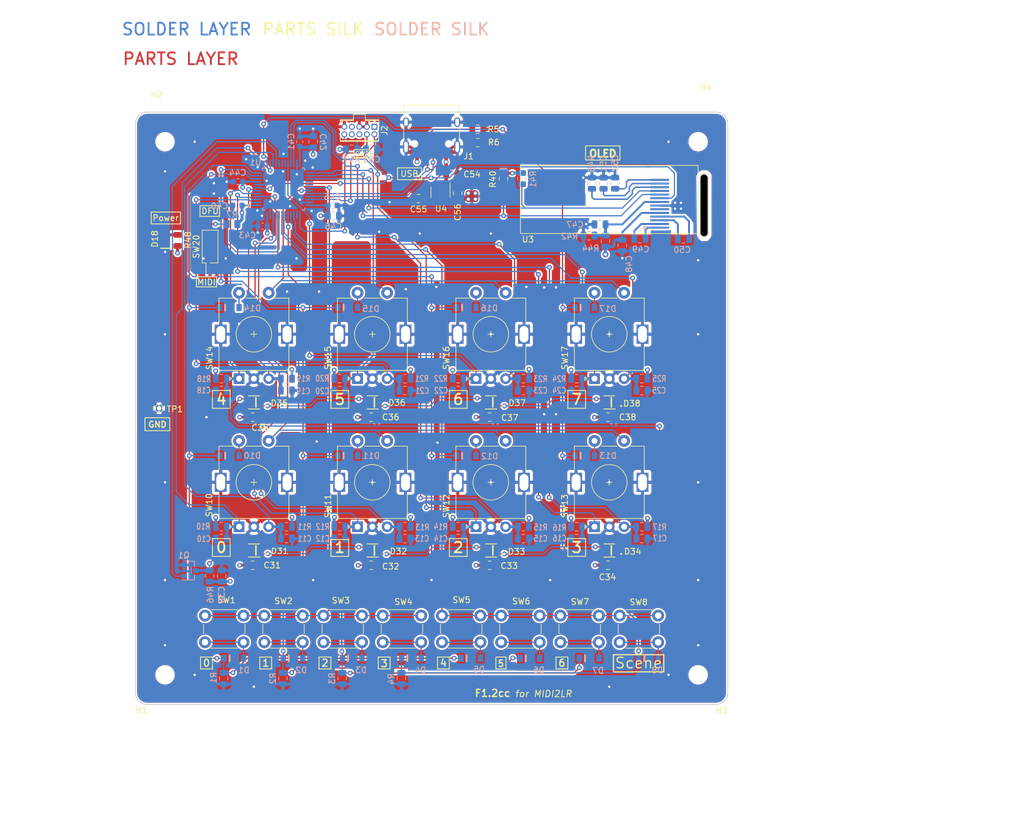
<source format=kicad_pcb>
(kicad_pcb (version 20211014) (generator pcbnew)
  (layers (0 "F.Cu" signal) (1 "In1.Cu" power) (2 "In2.Cu" power) (31 "B.Cu" signal) (34 "B.Paste" user) (35 "F.Paste" user) (36 "B.SilkS" user "B.Silkscreen") (37 "F.SilkS" user "F.Silkscreen") (38 "B.Mask" user) (39 "F.Mask" user) (44 "Edge.Cuts" user))
  (net 0 "")
  (net 1 "/L3")
  (net 2 "Net-(D14-Pad2)")
  (net 3 "GND")
  (net 4 "Net-(D7-Pad2)")
  (net 5 "/L2")
  (net 6 "Net-(D6-Pad2)")
  (net 7 "Net-(D16-Pad2)")
  (net 8 "Net-(D15-Pad2)")
  (net 9 "+3V3")
  (net 10 "/M2")
  (net 11 "/M1")
  (net 12 "/SDA")
  (net 13 "/SCL")
  (net 14 "/NRST")
  (net 15 "/M3")
  (net 16 "/M0")
  (net 17 "/VBUS")
  (net 18 "/USB_DM")
  (net 19 "/USB_DP")
  (net 20 "/SWDIO")
  (net 21 "/SWCLK")
  (net 22 "/L0")
  (net 23 "/L1")
  (net 24 "Net-(D3-Pad2)")
  (net 25 "Net-(D4-Pad2)")
  (net 26 "Net-(D2-Pad2)")
  (net 27 "Net-(D1-Pad2)")
  (net 28 "Net-(D8-Pad2)")
  (net 29 "Net-(D13-Pad2)")
  (net 30 "Net-(D11-Pad2)")
  (net 31 "Net-(D12-Pad2)")
  (net 32 "Net-(D18-Pad2)")
  (net 33 "/LED1OUT")
  (net 34 "/LED_DOUT")
  (net 35 "/LED2OUT")
  (net 36 "/LED3OUT")
  (net 37 "/LED4OUT")
  (net 38 "/LED5OUT")
  (net 39 "/LED_DON")
  (net 46 "/ENC1A")
  (net 47 "/ENC1B")
  (net 48 "/ENC2A")
  (net 49 "/ENC2B")
  (net 50 "/ENC3A")
  (net 51 "/ENC3B")
  (net 52 "/ENC4A")
  (net 53 "/ENC4B")
  (net 54 "/ENC5A")
  (net 55 "/ENC5B")
  (net 56 "/ENC0A")
  (net 57 "/ENC0B")
  (net 58 "/ENC6A")
  (net 59 "/ENC6B")
  (net 60 "/ENC7A")
  (net 61 "/ENC7B")
  (net 62 "Net-(D17-Pad2)")
  (net 63 "/LED6OUT")
  (net 64 "/LED7OUT")
  (net 65 "Net-(C47-Pad2)")
  (net 66 "Net-(C49-Pad2)")
  (net 67 "Net-(C49-Pad1)")
  (net 68 "Net-(C50-Pad2)")
  (net 69 "Net-(C50-Pad1)")
  (net 70 "Net-(C51-Pad2)")
  (net 71 "Net-(C52-Pad2)")
  (net 72 "Net-(C55-Pad1)")
  (net 73 "Net-(D5-Pad2)")
  (net 74 "Net-(D10-Pad2)")
  (net 75 "Net-(R45-Pad1)")
  (net 76 "Net-(J1-PadA5)")
  (net 77 "Net-(J1-PadB5)")
  (net 78 "Net-(R7-Pad2)")
  (footprint "Button_Switch_THT:SW_PUSH_6mm_H9.5mm" (layer "F.Cu") (at 141.75 185)
    (fp_text reference "SW4")
    (fp_text value "Tact_SW_8mm")
  )
  (footprint "Resistor_SMD:R_0805_2012Metric" (layer "F.Cu") (at 107.11 121.6575 90)
    (fp_text reference "R48")
    (fp_text value "1K")
  )
  (footprint "Rotary_Encoder:RotaryEncoder_Alps_EC11E-Switch_Vertical_H20mm" (layer "F.Cu") (at 117.5 145 90)
    (fp_text reference "SW14")
    (fp_text value "EC11_SMD")
  )
  (footprint "Rotary_Encoder:RotaryEncoder_Alps_EC11E-Switch_Vertical_H20mm" (layer "F.Cu") (at 177.5 170 90)
    (fp_text reference "SW13")
    (fp_text value "EC11_SMD")
  )
  (footprint "Rotary_Encoder:RotaryEncoder_Alps_EC11E-Switch_Vertical_H20mm" (layer "F.Cu") (at 157.5 170 90)
    (fp_text reference "SW12")
    (fp_text value "EC11_SMD")
  )
  (footprint "Button_Switch_THT:SW_PUSH_6mm_H9.5mm" (layer "F.Cu") (at 161.75 185)
    (fp_text reference "SW6")
    (fp_text value "Tact_SW_8mm")
  )
  (footprint "Button_Switch_THT:SW_PUSH_6mm_H9.5mm" (layer "F.Cu") (at 151.75 185)
    (fp_text reference "SW5")
    (fp_text value "Tact_SW_8mm")
  )
  (footprint "Capacitor_SMD:C_0805_2012Metric" (layer "F.Cu") (at 153.4 110.5)
    (fp_text reference "C54")
    (fp_text value "1u")
  )
  (footprint "Rotary_Encoder:RotaryEncoder_Alps_EC11E-Switch_Vertical_H20mm" (layer "F.Cu") (at 117.5 170 90)
    (fp_text reference "SW10")
    (fp_text value "EC11_SMD")
  )
  (footprint "Rotary_Encoder:RotaryEncoder_Alps_EC11E-Switch_Vertical_H20mm" (layer "F.Cu") (at 137.5 145 90)
    (fp_text reference "SW15")
    (fp_text value "EC11_SMD")
  )
  (footprint "Package_TO_SOT_SMD:SOT-23-5" (layer "F.Cu") (at 151.5 113.5 -90)
    (fp_text reference "U4")
    (fp_text value "SPX3819M5-L3-3TR")
  )
  (footprint "MountingHole:MountingHole_2.7mm_M2.5" (layer "F.Cu") (at 195 105)
    (fp_text reference "H4")
    (fp_text value "MountingHole")
  )
  (footprint "MountingHole:MountingHole_2.7mm_M2.5" (layer "F.Cu") (at 195 195)
    (fp_text reference "H3")
    (fp_text value "MountingHole")
  )
  (footprint "MountingHole:MountingHole_2.7mm_M2.5" (layer "F.Cu") (at 105 105)
    (fp_text reference "H2")
    (fp_text value "MountingHole")
  )
  (footprint "MountingHole:MountingHole_2.7mm_M2.5" (layer "F.Cu") (at 105 195)
    (fp_text reference "H1")
    (fp_text value "MountingHole")
  )
  (footprint "Button_Switch_THT:SW_PUSH_6mm_H9.5mm" (layer "F.Cu") (at 171.75 185)
    (fp_text reference "SW7")
    (fp_text value "Tact_SW_8mm")
  )
  (footprint "Button_Switch_THT:SW_PUSH_6mm_H9.5mm" (layer "F.Cu") (at 181.75 185)
    (fp_text reference "SW8")
    (fp_text value "Tact_SW_8mm")
  )
  (footprint "Button_Switch_THT:SW_PUSH_6mm_H9.5mm" (layer "F.Cu") (at 131.75 185)
    (fp_text reference "SW3")
    (fp_text value "Tact_SW_8mm")
  )
  (footprint "Button_Switch_THT:SW_PUSH_6mm_H9.5mm" (layer "F.Cu") (at 121.75 185)
    (fp_text reference "SW2")
    (fp_text value "Tact_SW_8mm")
  )
  (footprint "Button_Switch_THT:SW_PUSH_6mm_H9.5mm" (layer "F.Cu") (at 111.75 185)
    (fp_text reference "SW1")
    (fp_text value "Tact_SW_8mm")
  )
  (footprint "Capacitor_SMD:C_0805_2012Metric" (layer "F.Cu") (at 119.8 176.5)
    (fp_text reference "C31")
    (fp_text value "0.1u")
  )
  (footprint "Capacitor_SMD:C_0805_2012Metric" (layer "F.Cu") (at 159.8 176.5)
    (fp_text reference "C33")
    (fp_text value "0.1u")
  )
  (footprint "Capacitor_SMD:C_0805_2012Metric" (layer "F.Cu") (at 179.8 176.5)
    (fp_text reference "C34")
    (fp_text value "0.1u")
  )
  (footprint "Capacitor_SMD:C_0805_2012Metric" (layer "F.Cu") (at 119.8 151.5)
    (fp_text reference "C35")
    (fp_text value "0.1u")
  )
  (footprint "Capacitor_SMD:C_0805_2012Metric" (layer "F.Cu") (at 139.8 151.5)
    (fp_text reference "C36")
    (fp_text value "0.1u")
  )
  (footprint "LrE-6:LED_WS2812B-2020" (layer "F.Cu") (at 120 174)
    (fp_text reference "D31")
    (fp_text value "WS2812B-2020")
  )
  (footprint "LrE-6:LED_WS2812B-2020" (layer "F.Cu") (at 140 174)
    (fp_text reference "D32")
    (fp_text value "WS2812B-2020")
  )
  (footprint "LrE-6:LED_WS2812B-2020" (layer "F.Cu") (at 160 174)
    (fp_text reference "D33")
    (fp_text value "WS2812B-2020")
  )
  (footprint "LrE-6:LED_WS2812B-2020" (layer "F.Cu") (at 180 174)
    (fp_text reference "D34")
    (fp_text value "WS2812B-2020")
  )
  (footprint "LrE-6:LED_WS2812B-2020" (layer "F.Cu") (at 120 149)
    (fp_text reference "D35")
    (fp_text value "WS2812B-2020")
  )
  (footprint "LrE-6:LED_WS2812B-2020" (layer "F.Cu") (at 140 149)
    (fp_text reference "D36")
    (fp_text value "WS2812B-2020")
  )
  (footprint "Rotary_Encoder:RotaryEncoder_Alps_EC11E-Switch_Vertical_H20mm" (layer "F.Cu") (at 137.5 170 90)
    (fp_text reference "SW11")
    (fp_text value "EC11_SMD")
  )
  (footprint "Capacitor_SMD:C_0805_2012Metric" (layer "F.Cu") (at 154.4 113.7 90)
    (fp_text reference "C56")
    (fp_text value "1u")
  )
  (footprint "LrE-6:OLED-9.1" (layer "F.Cu") (at 165 109)
    (fp_text reference "U3")
    (fp_text value "SSD1306_OLED_0.91")
  )
  (footprint "Resistor_SMD:R_0805_2012Metric" (layer "F.Cu") (at 162.14 111.2475 -90)
    (fp_text reference "R40")
    (fp_text value "10K")
  )
  (footprint "TestPoint:TestPoint_THTPad_D1.0mm_Drill0.5mm" (layer "F.Cu") (at 104 150)
    (fp_text reference "TP1")
    (fp_text value "TestPoint")
  )
  (footprint "LED_SMD:LED_0603_1608Metric" (layer "F.Cu") (at 105 121.5 90)
    (fp_text reference "D18")
    (fp_text value "LED0603_BL")
  )
  (footprint "Capacitor_SMD:C_0805_2012Metric" (layer "F.Cu") (at 139.8 176.5)
    (fp_text reference "C32")
    (fp_text value "0.1u")
  )
  (footprint "Capacitor_SMD:C_0805_2012Metric" (layer "F.Cu") (at 159.8 151.5)
    (fp_text reference "C37")
    (fp_text value "0.1u")
  )
  (footprint "Capacitor_SMD:C_0805_2012Metric" (layer "F.Cu") (at 179.8 151.5)
    (fp_text reference "C38")
    (fp_text value "0.1u")
  )
  (footprint "LrE-6:LED_WS2812B-2020" (layer "F.Cu") (at 160 149)
    (fp_text reference "D37")
    (fp_text value "WS2812B-2020")
  )
  (footprint "LrE-6:LED_WS2812B-2020" (layer "F.Cu") (at 180 149)
    (fp_text reference "D38")
    (fp_text value "WS2812B-2020")
  )
  (footprint "Rotary_Encoder:RotaryEncoder_Alps_EC11E-Switch_Vertical_H20mm" (layer "F.Cu") (at 157.5 145 90)
    (fp_text reference "SW16")
    (fp_text value "EC11_SMD")
  )
  (footprint "Rotary_Encoder:RotaryEncoder_Alps_EC11E-Switch_Vertical_H20mm" (layer "F.Cu") (at 177.5 145 90)
    (fp_text reference "SW17")
    (fp_text value "EC11_SMD")
  )
  (footprint "Resistor_SMD:R_0805_2012Metric" (layer "F.Cu") (at 157.8 102.9)
    (fp_text reference "R5")
    (fp_text value "5.1K")
  )
  (footprint "Resistor_SMD:R_0805_2012Metric" (layer "F.Cu") (at 157.8 105.15)
    (fp_text reference "R6")
    (fp_text value "5.1K")
  )
  (footprint "Connector_USB:USB_C_Receptacle_HRO_TYPE-C-31-M-12" (layer "F.Cu") (at 150 102.75 180)
    (fp_text reference "J1")
    (fp_text value "USB_C_Receptacle_USB2.0")
  )
  (footprint "Capacitor_SMD:C_0805_2012Metric" (layer "F.Cu") (at 147.8 114.6 180)
    (fp_text reference "C55")
    (fp_text value "100n")
  )
  (footprint "Connector_PinHeader_1.27mm:PinHeader_2x05_P1.27mm_Vertical" (layer "F.Cu") (at 140.35 102.475 -90)
    (fp_text reference "J2")
    (fp_text value "Conn_02x05_Odd_Even" hide)
  )
  (footprint "Button_Switch_SMD:SW_DIP_SPSTx01_Slide_Copal_CHS-01B_W7.62mm_P1.27mm" (layer "F.Cu") (at 112.6 122.7 90)
    (fp_text reference "SW20")
    (fp_text value "SW_SPST")
  )
  (footprint "Resistor_SMD:R_0805_2012Metric" (layer "B.Cu") (at 145.5 145 180)
    (fp_text reference "R21")
    (fp_text value "10K")
  )
  (footprint "Resistor_SMD:R_0805_2012Metric" (layer "B.Cu") (at 134.5 145)
    (fp_text reference "R20")
    (fp_text value "10K")
  )
  (footprint "Capacitor_SMD:C_0805_2012Metric" (layer "B.Cu") (at 125.5 147)
    (fp_text reference "C19")
    (fp_text value "22n")
  )
  (footprint "Package_QFP:LQFP-48_7x7mm_P0.5mm" (layer "B.Cu") (at 125 113)
    (fp_text reference "U1")
    (fp_text value "STM32F072C8Tx")
  )
  (footprint "Capacitor_SMD:C_0603_1608Metric" (layer "B.Cu") (at 117.2125 115.75 180)
    (fp_text reference "C40")
    (fp_text value "100n")
  )
  (footprint "Capacitor_SMD:C_0603_1608Metric" (layer "B.Cu") (at 127.75 105 -90)
    (fp_text reference "C41")
    (fp_text value "100n")
  )
  (footprint "Capacitor_SMD:C_0603_1608Metric" (layer "B.Cu") (at 133.2684 115.75 180)
    (fp_text reference "C45")
    (fp_text value "100n")
  )
  (footprint "LrE-6:D_SOD-123" (layer "B.Cu") (at 186.6 192.2)
    (fp_text reference "D8")
    (fp_text value "1N4148W")
  )
  (footprint "Resistor_SMD:R_0805_2012Metric" (layer "B.Cu") (at 145.5 170 180)
    (fp_text reference "R13")
    (fp_text value "10K")
  )
  (footprint "Resistor_SMD:R_0805_2012Metric" (layer "B.Cu") (at 154.5 170)
    (fp_text reference "R14")
    (fp_text value "10K")
  )
  (footprint "Resistor_SMD:R_0805_2012Metric" (layer "B.Cu") (at 165.5 170 180)
    (fp_text reference "R15")
    (fp_text value "10K")
  )
  (footprint "Resistor_SMD:R_0805_2012Metric" (layer "B.Cu") (at 174.5 170)
    (fp_text reference "R16")
    (fp_text value "10K")
  )
  (footprint "Resistor_SMD:R_0805_2012Metric" (layer "B.Cu") (at 185.5 170 180)
    (fp_text reference "R17")
    (fp_text value "10K")
  )
  (footprint "Resistor_SMD:R_0805_2012Metric" (layer "B.Cu") (at 114.5 145)
    (fp_text reference "R18")
    (fp_text value "10K")
  )
  (footprint "Resistor_SMD:R_0805_2012Metric" (layer "B.Cu") (at 177.08 112 90)
    (fp_text reference "R45")
    (fp_text value "62")
  )
  (footprint "Resistor_SMD:R_0805_2012Metric" (layer "B.Cu") (at 144.9 195.6 -90)
    (fp_text reference "R4")
    (fp_text value "1K")
  )
  (footprint "Resistor_SMD:R_0805_2012Metric" (layer "B.Cu") (at 114.9 195.6 -90)
    (fp_text reference "R1")
    (fp_text value "1K")
  )
  (footprint "Resistor_SMD:R_0805_2012Metric" (layer "B.Cu") (at 124.9 195.6 90)
    (fp_text reference "R2")
    (fp_text value "1K")
  )
  (footprint "Resistor_SMD:R_0805_2012Metric" (layer "B.Cu") (at 136.5 106.3)
    (fp_text reference "R47")
    (fp_text value "10K")
  )
  (footprint "Resistor_SMD:R_0805_2012Metric" (layer "B.Cu") (at 134.9 195.6 -90)
    (fp_text reference "R3")
    (fp_text value "1K")
  )
  (footprint "Resistor_SMD:R_0805_2012Metric" (layer "B.Cu") (at 125.5 170 180)
    (fp_text reference "R11")
    (fp_text value "10K")
  )
  (footprint "Resistor_SMD:R_0805_2012Metric" (layer "B.Cu") (at 114.5 170)
    (fp_text reference "R10")
    (fp_text value "10K")
  )
  (footprint "Resistor_SMD:R_0805_2012Metric" (layer "B.Cu") (at 134.5 170)
    (fp_text reference "R12")
    (fp_text value "10K")
  )
  (footprint "LrE-6:D_SOD-123" (layer "B.Cu") (at 136.6 192.2)
    (fp_text reference "D3")
    (fp_text value "1N4148W")
  )
  (footprint "LrE-6:D_SOD-123" (layer "B.Cu") (at 156.6 192.2)
    (fp_text reference "D5")
    (fp_text value "1N4148W")
  )
  (footprint "LrE-6:D_SOD-123" (layer "B.Cu") (at 146.6 192.2)
    (fp_text reference "D4")
    (fp_text value "1N4148W")
  )
  (footprint "LrE-6:D_SOD-123" (layer "B.Cu") (at 126.6 192.2)
    (fp_text reference "D2")
    (fp_text value "1N4148W")
  )
  (footprint "LrE-6:D_SOD-123" (layer "B.Cu") (at 116.6 192.2)
    (fp_text reference "D1")
    (fp_text value "1N4148W")
  )
  (footprint "LrE-6:D_SOD-123" (layer "B.Cu") (at 176.6 192.2)
    (fp_text reference "D7")
    (fp_text value "1N4148W")
  )
  (footprint "LrE-6:D_SOD-123" (layer "B.Cu") (at 166.6 192.2)
    (fp_text reference "D6")
    (fp_text value "1N4148W")
  )
  (footprint "LrE-6:D_SOD-123" (layer "B.Cu") (at 115.85 133)
    (fp_text reference "D14")
    (fp_text value "1N4148W")
  )
  (footprint "LrE-6:D_SOD-123" (layer "B.Cu") (at 175.85 158)
    (fp_text reference "D13")
    (fp_text value "1N4148W")
  )
  (footprint "LrE-6:D_SOD-123" (layer "B.Cu") (at 135.85 133)
    (fp_text reference "D15")
    (fp_text value "1N4148W")
  )
  (footprint "LrE-6:D_SOD-123" (layer "B.Cu") (at 155.85 158)
    (fp_text reference "D12")
    (fp_text value "1N4148W")
  )
  (footprint "Capacitor_SMD:C_0805_2012Metric" (layer "B.Cu") (at 125.5 172)
    (fp_text reference "C11")
    (fp_text value "22n")
  )
  (footprint "Capacitor_SMD:C_0805_2012Metric" (layer "B.Cu") (at 114.5 172 180)
    (fp_text reference "C10")
    (fp_text value "22n")
  )
  (footprint "Capacitor_SMD:C_0805_2012Metric" (layer "B.Cu") (at 145.5 147)
    (fp_text reference "C21")
    (fp_text value "22n")
  )
  (footprint "Capacitor_SMD:C_0805_2012Metric" (layer "B.Cu") (at 134.5 147 180)
    (fp_text reference "C20")
    (fp_text value "22n")
  )
  (footprint "Capacitor_SMD:C_0805_2012Metric" (layer "B.Cu") (at 114.5 147 180)
    (fp_text reference "C18")
    (fp_text value "22n")
  )
  (footprint "Capacitor_SMD:C_0805_2012Metric" (layer "B.Cu") (at 185.5 172)
    (fp_text reference "C17")
    (fp_text value "22n")
  )
  (footprint "Capacitor_SMD:C_0805_2012Metric" (layer "B.Cu") (at 174.5 172 180)
    (fp_text reference "C16")
    (fp_text value "22n")
  )
  (footprint "Capacitor_SMD:C_0805_2012Metric" (layer "B.Cu") (at 165.5 172)
    (fp_text reference "C15")
    (fp_text value "22n")
  )
  (footprint "Capacitor_SMD:C_0805_2012Metric" (layer "B.Cu") (at 154.5 172 180)
    (fp_text reference "C14")
    (fp_text value "22n")
  )
  (footprint "Capacitor_SMD:C_0805_2012Metric" (layer "B.Cu") (at 130 105 -90)
    (fp_text reference "C42")
    (fp_text value "4.7u")
  )
  (footprint "Capacitor_SMD:C_0805_2012Metric" (layer "B.Cu") (at 134.5 172 180)
    (fp_text reference "C12")
    (fp_text value "22n")
  )
  (footprint "Capacitor_SMD:C_0805_2012Metric" (layer "B.Cu") (at 139.8625 106.3)
    (fp_text reference "C53")
    (fp_text value "1u")
  )
  (footprint "Capacitor_SMD:C_0805_2012Metric" (layer "B.Cu") (at 133.4184 117.5 180)
    (fp_text reference "C46")
    (fp_text value "4.7u")
  )
  (footprint "LrE-6:D_SOD-123" (layer "B.Cu") (at 135.85 158)
    (fp_text reference "D11")
    (fp_text value "1N4148W")
  )
  (footprint "Capacitor_SMD:C_0603_1608Metric" (layer "B.Cu") (at 121.4625 119.25)
    (fp_text reference "C43")
    (fp_text value "100n")
  )
  (footprint "Resistor_SMD:R_0805_2012Metric" (layer "B.Cu") (at 112.522 178.308 90)
    (fp_text reference "R46")
    (fp_text value "1.2K")
  )
  (footprint "Package_TO_SOT_SMD:SOT-23" (layer "B.Cu") (at 109.2 177.4)
    (fp_text reference "Q1")
    (fp_text value "2N7002")
  )
  (footprint "Capacitor_SMD:C_0805_2012Metric" (layer "B.Cu") (at 145.5 172)
    (fp_text reference "C13")
    (fp_text value "22n")
  )
  (footprint "LrE-6:D_SOD-123" (layer "B.Cu") (at 115.85 158)
    (fp_text reference "D10")
    (fp_text value "1N4148W")
  )
  (footprint "Resistor_SMD:R_0805_2012Metric" (layer "B.Cu") (at 125.5 145 180)
    (fp_text reference "R19")
    (fp_text value "10K")
  )
  (footprint "Capacitor_SMD:C_0805_2012Metric" (layer "B.Cu") (at 179.03 112 -90)
    (fp_text reference "C51")
    (fp_text value "4.7u")
  )
  (footprint "Resistor_SMD:R_0805_2012Metric" (layer "B.Cu") (at 165.24 111.22 -90)
    (fp_text reference "R41")
    (fp_text value "10K")
  )
  (footprint "Capacitor_SMD:C_0805_2012Metric" (layer "B.Cu") (at 192.52 121.4 180)
    (fp_text reference "C50")
    (fp_text value "1u")
  )
  (footprint "Capacitor_SMD:C_0805_2012Metric" (layer "B.Cu") (at 185.16 121.37)
    (fp_text reference "C49")
    (fp_text value "1u")
  )
  (footprint "Capacitor_SMD:C_0805_2012Metric" (layer "B.Cu") (at 182.1942 122.5 -90)
    (fp_text reference "C48")
    (fp_text value "1u")
  )
  (footprint "Capacitor_SMD:C_0805_2012Metric" (layer "B.Cu") (at 178.43 118.96)
    (fp_text reference "C47")
    (fp_text value "1u")
  )
  (footprint "Capacitor_SMD:C_0805_2012Metric" (layer "B.Cu") (at 180.98 112 -90)
    (fp_text reference "C52")
    (fp_text value "4.7u")
  )
  (footprint "Capacitor_SMD:C_0805_2012Metric" (layer "B.Cu") (at 114.554 178.308 90)
    (fp_text reference "C30")
    (fp_text value "100n")
  )
  (footprint "Capacitor_SMD:C_0805_2012Metric" (layer "B.Cu") (at 154.5 147 180)
    (fp_text reference "C22")
    (fp_text value "22n")
  )
  (footprint "Capacitor_SMD:C_0805_2012Metric" (layer "B.Cu") (at 165.5 147)
    (fp_text reference "C23")
    (fp_text value "22n")
  )
  (footprint "Capacitor_SMD:C_0805_2012Metric" (layer "B.Cu") (at 174.5 147 180)
    (fp_text reference "C24")
    (fp_text value "22n")
  )
  (footprint "Capacitor_SMD:C_0805_2012Metric" (layer "B.Cu") (at 185.5 147)
    (fp_text reference "C25")
    (fp_text value "22n")
  )
  (footprint "LrE-6:D_SOD-123" (layer "B.Cu") (at 155.85 133)
    (fp_text reference "D16")
    (fp_text value "1N4148W")
  )
  (footprint "LrE-6:D_SOD-123" (layer "B.Cu") (at 175.85 133)
    (fp_text reference "D17")
    (fp_text value "1N4148W")
  )
  (footprint "Resistor_SMD:R_0805_2012Metric" (layer "B.Cu") (at 154.5 145)
    (fp_text reference "R22")
    (fp_text value "10K")
  )
  (footprint "Resistor_SMD:R_0805_2012Metric" (layer "B.Cu") (at 165.5 145 180)
    (fp_text reference "R23")
    (fp_text value "10K")
  )
  (footprint "Resistor_SMD:R_0805_2012Metric" (layer "B.Cu") (at 174.5 145)
    (fp_text reference "R24")
    (fp_text value "10K")
  )
  (footprint "Resistor_SMD:R_0805_2012Metric" (layer "B.Cu") (at 185.5 145 180)
    (fp_text reference "R25")
    (fp_text value "10K")
  )
  (footprint "Capacitor_SMD:C_0603_1608Metric" (layer "B.Cu") (at 117.3125 111.75)
    (fp_text reference "C44")
    (fp_text value "100n")
  )
  (footprint "Resistor_SMD:R_0805_2012Metric" (layer "B.Cu") (at 176.57 120.86 180)
    (fp_text reference "R42")
    (fp_text value "1K")
  )
  (footprint "Resistor_SMD:R_0805_2012Metric" (layer "B.Cu") (at 179.35 121.78 90)
    (fp_text reference "R44")
    (fp_text value "100")
  )
  (footprint "Resistor_SMD:R_0805_2012Metric" (layer "B.Cu") (at 116.3 118.9 180)
    (fp_text reference "R7")
    (fp_text value "10K")
  )
  (gr_line (start 148.25 109.405) (end 144.25 109.405) (layer "F.SilkS") (width 0.15))
  (gr_line (start 133 147) (end 133 150) (layer "F.SilkS") (width 0.15))
  (gr_line (start 132.964 150) (end 135.964 150) (layer "F.SilkS") (width 0.15))
  (gr_line (start 136 147) (end 136 150) (layer "F.SilkS") (width 0.15))
  (gr_line (start 136 147) (end 133 147) (layer "F.SilkS") (width 0.15))
  (gr_line (start 111 192) (end 111 194) (layer "F.SilkS") (width 0.15))
  (gr_line (start 111 194) (end 113 194) (layer "F.SilkS") (width 0.15))
  (gr_line (start 113 194) (end 113 192) (layer "F.SilkS") (width 0.15))
  (gr_line (start 113 192) (end 111 192) (layer "F.SilkS") (width 0.15))
  (gr_line (start 176 105.7) (end 176 106) (layer "F.SilkS") (width 0.15))
  (gr_line (start 176 147) (end 173 147) (layer "F.SilkS") (width 0.15))
  (gr_line (start 176 150) (end 176 147) (layer "F.SilkS") (width 0.15))
  (gr_line (start 173 147) (end 173 150) (layer "F.SilkS") (width 0.15))
  (gr_line (start 173 150) (end 176 150) (layer "F.SilkS") (width 0.15))
  (gr_line (start 139.65 106.38) (end 139.65 108.38) (layer "F.SilkS") (width 0.15))
  (gr_line (start 144.25 111.405) (end 148.25 111.405) (layer "F.SilkS") (width 0.15))
  (gr_line (start 148.3 111.375) (end 148.3 109.425) (layer "F.SilkS") (width 0.15))
  (gr_line (start 116 172) (end 113 172) (layer "F.SilkS") (width 0.15))
  (gr_line (start 156 147) (end 153 147) (layer "F.SilkS") (width 0.15))
  (gr_line (start 176 108.1) (end 181.8 108.1) (layer "F.SilkS") (width 0.15))
  (gr_line (start 156 150) (end 156 147) (layer "F.SilkS") (width 0.15))
  (gr_line (start 133 172) (end 133 175) (layer "F.SilkS") (width 0.15))
  (gr_line (start 153 147) (end 153 150) (layer "F.SilkS") (width 0.15))
  (gr_line (start 110.3 127.8) (end 110.3 129.5) (layer "F.SilkS") (width 0.15))
  (gr_line (start 101.6114 151.7016) (end 101.6114 153.7844) (layer "F.SilkS") (width 0.15))
  (gr_line (start 151 194) (end 153 194) (layer "F.SilkS") (width 0.15))
  (gr_line (start 160.85 194) (end 162.55 194) (layer "F.SilkS") (width 0.15))
  (gr_line (start 116 149.82) (end 116 146.82) (layer "F.SilkS") (width 0.15))
  (gr_line (start 189.2 194.5) (end 189.2 191.6) (layer "F.SilkS") (width 0.2))
  (gr_line (start 136.9 107.8) (end 139.7 107.8) (layer "F.SilkS") (width 0.15))
  (gr_line (start 116 147) (end 113 147) (layer "F.SilkS") (width 0.15))
  (gr_line (start 173 172) (end 173 175) (layer "F.SilkS") (width 0.15))
  (gr_line (start 173 194) (end 173 192) (layer "F.SilkS") (width 0.15))
  (gr_line (start 153 192) (end 151 192) (layer "F.SilkS") (width 0.15))
  (gr_line (start 151 192) (end 151 194) (layer "F.SilkS") (width 0.15))
  (gr_line (start 135.947 172.156) (end 132.947 172.156) (layer "F.SilkS") (width 0.15))
  (gr_line (start 176 106) (end 176 108.1) (layer "F.SilkS") (width 0.15))
  (gr_line (start 113 172) (end 113 175) (layer "F.SilkS") (width 0.15))
  (gr_line (start 110.9 115.8) (end 110.9 117.6) (layer "F.SilkS") (width 0.15))
  (gr_line (start 132.947 175) (end 135.947 175) (layer "F.SilkS") (width 0.15))
  (gr_line (start 136.9 106.35) (end 136.9 107.8) (layer "F.SilkS") (width 0.15))
  (gr_line (start 121 194) (end 123 194) (layer "F.SilkS") (width 0.15))
  (gr_line (start 156 175) (end 156 172) (layer "F.SilkS") (width 0.15))
  (gr_line (start 107.5971 118.872) (end 107.5971 116.872) (layer "F.SilkS") (width 0.15))
  (gr_line (start 121 192) (end 121 194) (layer "F.SilkS") (width 0.15))
  (gr_line (start 180.7 191.6) (end 180.7 194.4) (layer "F.SilkS") (width 0.2))
  (gr_line (start 113 150) (end 116 150) (layer "F.SilkS") (width 0.15))
  (gr_line (start 105.8024 151.6) (end 101.6114 151.6) (layer "F.SilkS") (width 0.15))
  (gr_line (start 153 175) (end 156 175) (layer "F.SilkS") (width 0.15))
  (gr_line (start 102.6671 116.872) (end 102.6671 118.872) (layer "F.SilkS") (width 0.15))
  (gr_line (start 110.3 129.5) (end 113.7 129.5) (layer "F.SilkS") (width 0.15))
  (gr_line (start 102.7071 118.872) (end 107.5871 118.872) (layer "F.SilkS") (width 0.15))
  (gr_line (start 113.7 129.5) (end 113.7 127.8) (layer "F.SilkS") (width 0.15))
  (gr_line (start 156 172) (end 153 172) (layer "F.SilkS") (width 0.15))
  (gr_line (start 110.9 117.6) (end 114.2 117.6) (layer "F.SilkS") (width 0.15))
  (gr_line (start 133 194) (end 133 192) (layer "F.SilkS") (width 0.15))
  (gr_line (start 136 175) (end 136 172) (layer "F.SilkS") (width 0.15))
  (gr_line (start 175.91 172) (end 172.91 172) (layer "F.SilkS") (width 0.15))
  (gr_line (start 113.7 127.8) (end 110.3 127.8) (layer "F.SilkS") (width 0.15))
  (gr_line (start 114.2 115.8) (end 110.9 115.8) (layer "F.SilkS") (width 0.15))
  (gr_line (start 105.8024 153.7844) (end 105.8024 151.6) (layer "F.SilkS") (width 0.15))
  (gr_line (start 141 192) (end 141 194) (layer "F.SilkS") (width 0.15))
  (gr_line (start 180.7 194.5) (end 189.2 194.5) (layer "F.SilkS") (width 0.2))
  (gr_line (start 181.8 105.7) (end 176 105.7) (layer "F.SilkS") (width 0.15))
  (gr_line (start 189.2 191.6) (end 180.7 191.6) (layer "F.SilkS") (width 0.2))
  (gr_line (start 153 172) (end 153 175) (layer "F.SilkS") (width 0.15))
  (gr_line (start 139.65 106.35) (end 136.95 106.35) (layer "F.SilkS") (width 0.15))
  (gr_line (start 141 194) (end 143 194) (layer "F.SilkS") (width 0.15))
  (gr_line (start 171 192) (end 171 194) (layer "F.SilkS") (width 0.15))
  (gr_line (start 176 175) (end 176 172) (layer "F.SilkS") (width 0.15))
  (gr_line (start 153 194) (end 153 192) (layer "F.SilkS") (width 0.15))
  (gr_line (start 131 192) (end 131 194) (layer "F.SilkS") (width 0.15))
  (gr_line (start 162.55 194) (end 162.55 192) (layer "F.SilkS") (width 0.15))
  (gr_line (start 143 192) (end 141 192) (layer "F.SilkS") (width 0.15))
  (gr_line (start 133 192) (end 131 192) (layer "F.SilkS") (width 0.15))
  (gr_line (start 113 175) (end 116 175) (layer "F.SilkS") (width 0.15))
  (gr_line (start 160.85 192) (end 160.85 194) (layer "F.SilkS") (width 0.15))
  (gr_line (start 123 192) (end 121 192) (layer "F.SilkS") (width 0.15))
  (gr_line (start 162.55 192) (end 160.85 192) (layer "F.SilkS") (width 0.15))
  (gr_line (start 107.5671 116.872) (end 102.6671 116.872) (layer "F.SilkS") (width 0.15))
  (gr_line (start 144.25 111.405) (end 144.25 109.405) (layer "F.SilkS") (width 0.15))
  (gr_line (start 123 194) (end 123 192) (layer "F.SilkS") (width 0.15))
  (gr_line (start 101.6114 153.7844) (end 105.8024 153.7844) (layer "F.SilkS") (width 0.15))
  (gr_line (start 153 150) (end 156 150) (layer "F.SilkS") (width 0.15))
  (gr_line (start 114.2 117.6) (end 114.2 115.8) (layer "F.SilkS") (width 0.15))
  (gr_line (start 143 194) (end 143 192) (layer "F.SilkS") (width 0.15))
  (gr_line (start 131 194) (end 133 194) (layer "F.SilkS") (width 0.15))
  (gr_line (start 173 192) (end 171 192) (layer "F.SilkS") (width 0.15))
  (gr_line (start 181.8 108.1) (end 181.8 105.7) (layer "F.SilkS") (width 0.15))
  (gr_line (start 116 175) (end 116 172) (layer "F.SilkS") (width 0.15))
  (gr_line (start 173 175) (end 176 175) (layer "F.SilkS") (width 0.15))
  (gr_line (start 113 147) (end 113 150) (layer "F.SilkS") (width 0.15))
  (gr_line (start 171 194) (end 173 194) (layer "F.SilkS") (width 0.15))
  (gr_arc (start 100 102) (mid 100.585786 100.585786) (end 102 100) (layer "Edge.Cuts") (width 0.15))
  (gr_arc (start 196.67 120.41) (mid 196.02 121.06) (end 195.37 120.41) (layer "Edge.Cuts") (width 0.25))
  (gr_line (start 195.37 120.41) (end 195.37 111.06) (layer "Edge.Cuts") (width 0.25))
  (gr_line (start 198 100) (end 102 100) (layer "Edge.Cuts") (width 0.15))
  (gr_arc (start 102 200) (mid 100.585786 199.414214) (end 100 198) (layer "Edge.Cuts") (width 0.15))
  (gr_line (start 196.67 111.06) (end 196.67 120.41) (layer "Edge.Cuts") (width 0.25))
  (gr_line (start 102 200) (end 198 200) (layer "Edge.Cuts") (width 0.15))
  (gr_line (start 200 198) (end 200 102) (layer "Edge.Cuts") (width 0.15))
  (gr_line (start 100 102) (end 100 198) (layer "Edge.Cuts") (width 0.15))
  (gr_arc (start 198 100) (mid 199.414214 100.585786) (end 200 102) (layer "Edge.Cuts") (width 0.15))
  (gr_arc (start 200 198) (mid 199.414214 199.414214) (end 198 200) (layer "Edge.Cuts") (width 0.15))
  (gr_arc (start 195.37 111.06) (mid 196.02 110.41) (end 196.67 111.06) (layer "Edge.Cuts") (width 0.25))
  (gr_text "PARTS LAYER" (at 107.65 91) (layer "F.Cu") (effects (font (size 2 2) (thickness 0.3))))
  (gr_text "SOLDER LAYER" (at 108.65 86) (layer "B.Cu") (effects (font (size 2 2) (thickness 0.3))))
  (gr_text "SOLDER SILK" (at 150 86) (layer "B.SilkS") (effects (font (size 2 2) (thickness 0.3))))
  (gr_text "SWD" (at 138.3 107.1) (layer "F.SilkS") (effects (font (size 0.8 0.8) (thickness 0.12))))
  (gr_text "5" (at 134.5 148.5) (layer "F.SilkS") (effects (font (size 1.8 1.8) (thickness 0.3))))
  (gr_text "4\n" (at 152 193) (layer "F.SilkS") (effects (font (size 1.2 1.2) (thickness 0.2))))
  (gr_text "6" (at 172 193) (layer "F.SilkS") (effects (font (size 1.2 1.2) (thickness 0.2))))
  (gr_text "GND" (at 103.7196 152.743) (layer "F.SilkS") (effects (font (size 1 1) (thickness 0.2))))
  (gr_text "7\n" (at 174.5 148.5) (layer "F.SilkS") (effects (font (size 1.8 1.8) (thickness 0.3))))
  (gr_text "USB" (at 146.26 110.415) (layer "F.SilkS") (effects (font (size 1 1))))
  (gr_text "3" (at 142 193.1) (layer "F.SilkS") (effects (font (size 1.2 1.2) (thickness 0.2))))
  (gr_text "3" (at 174.5 173.5) (layer "F.SilkS") (effects (font (size 1.8 1.8) (thickness 0.3))))
  (gr_text "MIDI" (at 112 128.7) (layer "F.SilkS") (effects (font (size 1 1))))
  (gr_text "0" (at 112 193) (layer "F.SilkS") (effects (font (size 1.2 1.2) (thickness 0.2))))
  (gr_text "2" (at 132 193) (layer "F.SilkS") (effects (font (size 1.2 1.2) (thickness 0.2))))
  (gr_text "Power" (at 105.0971 117.872) (layer "F.SilkS") (effects (font (size 1 1))))
  (gr_text "6" (at 154.5 148.5) (layer "F.SilkS") (effects (font (size 1.8 1.8) (thickness 0.3))))
  (gr_text "0" (at 114.5 173.5) (layer "F.SilkS") (effects (font (size 1.8 1.8) (thickness 0.3))))
  (gr_text "2" (at 154.5 173.5) (layer "F.SilkS") (effects (font (size 1.8 1.8) (thickness 0.3))))
  (gr_text "1" (at 134.5 173.5) (layer "F.SilkS") (effects (font (size 1.8 1.8) (thickness 0.3))))
  (gr_text "DFU" (at 112.6 116.7) (layer "F.SilkS") (effects (font (size 1 1))))
  (gr_text "1" (at 122 193) (layer "F.SilkS") (effects (font (size 1.2 1.2) (thickness 0.2))))
  (gr_text "OLED" (at 178.9 107) (layer "F.SilkS") (effects (font (size 1.2 1.2) (thickness 0.3))))
  (gr_text "for MIDI2LR" (at 168.9 198.2) (layer "F.SilkS") (effects (font (size 1.1 1.1) (thickness 0.15) italic)))
  (gr_text "PARTS SILK" (at 130 86) (layer "F.SilkS") (effects (font (size 2 2) (thickness 0.3))))
  (gr_text "5" (at 161.7 193.1) (layer "F.SilkS") (effects (font (size 1.1 1) (thickness 0.2))))
  (gr_text "4" (at 114.5 148.5) (layer "F.SilkS") (effects (font (size 1.8 1.8) (thickness 0.3))))
  (gr_text "Scene" (at 184.95 193) (layer "F.SilkS") (effects (font (size 1.8 1.8) (thickness 0.2))))
  (gr_text "F1.2cc" (at 160.3 198.1) (layer "F.SilkS") (effects (font (size 1.2 1.2) (thickness 0.22))))
  (segment (start 122.5 130.5) (end 124.951601 128.048399) (width 0.2032) (layer "F.Cu") (net 1))
  (segment (start 127.2 113.25) (end 128.05 113.25) (width 0.2032) (layer "F.Cu") (net 1))
  (segment (start 124.951601 128.048399) (end 124.951601 115.498399) (width 0.2032) (layer "F.Cu") (net 1))
  (segment (start 124.951601 115.498399) (end 127.2 113.25) (width 0.2032) (layer "F.Cu") (net 1))
  (via (at 128.05 113.25) (size 0.8) (drill 0.4) (layers "F.Cu" "B.Cu") (net 1))
  (segment (start 180.499521 128.499521) (end 182.5 130.5) (width 0.2032) (layer "B.Cu") (net 1))
  (segment (start 159.899521 128.499521) (end 180.499521 128.499521) (width 0.2032) (layer "B.Cu") (net 1))
  (segment (start 140.5 128.5) (end 140.15 128.5) (width 0.2032) (layer "B.Cu") (net 1))
  (segment (start 124.55 128.45) (end 122.5 130.5) (width 0.2032) (layer "B.Cu") (net 1))
  (segment (start 162.5 130.5) (end 160.499521 128.499521) (width 0.2032) (layer "B.Cu") (net 1))
  (segment (start 140.000479 128.499521) (end 159.899521 128.499521) (width 0.2032) (layer "B.Cu") (net 1))
  (segment (start 129.35 113.25) (end 128.05 113.25) (width 0.2032) (layer "B.Cu") (net 1))
  (segment (start 142.5 130.5) (end 140.5 128.5) (width 0.2032) (layer "B.Cu") (net 1))
  (segment (start 140.15 128.5) (end 140.000479 128.499521) (width 0.2032) (layer "B.Cu") (net 1))
  (segment (start 160.499521 128.499521) (end 159.899521 128.499521) (width 0.2032) (layer "B.Cu") (net 1))
  (segment (start 140.000479 128.499521) (end 124.55 128.45) (width 0.2032) (layer "B.Cu") (net 1))
  (segment (start 117.5 133) (end 117.5 130.5) (width 0.2032) (layer "B.Cu") (net 2))
  (segment (start 153.25 106.795) (end 153.695 106.795) (width 0.5) (layer "F.Cu") (net 3))
  (segment (start 151.5 113.25) (end 151.75 113.5) (width 0.5) (layer "F.Cu") (net 3))
  (segment (start 119.975 169.925) (end 120 169.9) (width 0.2032) (layer "F.Cu") (net 3))
  (segment (start 154.4 112.7625) (end 154.4 110.5625) (width 0.5) (layer "F.Cu") (net 3))
  (segment (start 105 123.58) (end 105.02 123.6) (width 0.254) (layer "F.Cu") (net 3))
  (segment (start 151.75 113.5) (end 153.6625 113.5) (width 0.5) (layer "F.Cu") (net 3))
  (segment (start 154.32 106.17) (end 154.32 105.88) (width 0.254) (layer "F.Cu") (net 3))
  (segment (start 153.695 106.795) (end 154.32 106.17) (width 0.5) (layer "F.Cu") (net 3))
  (segment (start 151.5 112.4) (end 151.5 113.25) (width 0.5) (layer "F.Cu") (net 3))
  (segment (start 153.6625 113.5) (end 154.4 112.7625) (width 0.5) (layer "F.Cu") (net 3))
  (segment (start 105 122.2875) (end 105 123.58) (width 0.5) (layer "F.Cu") (net 3))
  (segment (start 146.75 106.795) (end 146.355 106.795) (width 0.5) (layer "F.Cu") (net 3))
  (segment (start 145.68 106.12) (end 145.68 105.88) (width 0.254) (layer "F.Cu") (net 3))
  (segment (start 146.355 106.795) (end 145.68 106.12) (width 0.5) (layer "F.Cu") (net 3))
  (segment (start 154.4 110.5625) (end 154.3375 110.5) (width 0.254) (layer "F.Cu") (net 3))
  (via (at 127.25 110.5) (size 0.8) (drill 0.4) (layers "F.Cu" "B.Cu") (net 3))
  (via (at 182.2 124.66) (size 0.8) (drill 0.4) (layers "F.Cu" "B.Cu") (net 3))
  (via (at 141.15 120.2) (size 0.8) (drill 0.4) (layers "F.Cu" "B.Cu") (net 3))
  (via (at 113.25 113.75) (size 0.8) (drill 0.4) (layers "F.Cu" "B.Cu") (net 3))
  (via (at 191.1 115.3) (size 0.8) (drill 0.4) (layers "F.Cu" "B.Cu") (net 3))
  (via (at 124.9172 110.0074) (size 0.8) (drill 0.4) (layers "F.Cu" "B.Cu") (net 3))
  (via (at 191.1 116.3) (size 0.8) (drill 0.4) (layers "F.Cu" "B.Cu") (net 3))
  (via (at 115.4 111.75) (size 0.8) (drill 0.4) (layers "F.Cu" "B.Cu") (net 3))
  (via (at 130 179) (size 0.8) (drill 0.4) (layers "F.Cu" "B.Cu") (net 3))
  (via (at 118.7 107.95) (size 0.8) (drill 0.4) (layers "F.Cu" "B.Cu") (net 3))
  (via (at 140 162.5) (size 0.8) (drill 0.4) (layers "F.Cu" "B.Cu") (net 3))
  (via (at 169 151) (size 0.8) (drill 0.4) (layers "F.Cu" "B.Cu") (net 3))
  (via (at 150.8 129.5) (size 0.8) (drill 0.4) (layers "F.Cu" "B.Cu") (net 3))
  (via (at 129.925 109.35) (size 0.8) (drill 0.4) (layers "F.Cu" "B.Cu") (net 3))
  (via (at 148 120.5) (size 0.8) (drill 0.4) (layers "F.Cu" "B.Cu") (net 3))
  (via (at 127.2 124.7) (size 0.8) (drill 0.4) (layers "F.Cu" "B.Cu") (net 3))
  (via (at 110 195) (size 0.8) (drill 0.4) (layers "F.Cu" "B.Cu") (net 3))
  (via (at 126.1 115.9) (size 0.8) (drill 0.4) (layers "F.Cu" "B.Cu") (net 3))
  (via (at 111.5 124.7) (size 0.8) (drill 0.4) (layers "F.Cu" "B.Cu") (net 3))
  (via (at 145.65 129.9) (size 0.8) (drill 0.4) (layers "F.Cu" "B.Cu") (net 3))
  (via (at 176.1 118.9) (size 0.8) (drill 0.4) (layers "F.Cu" "B.Cu") (net 3))
  (via (at 192.1 116.3) (size 0.8) (drill 0.4) (layers "F.Cu" "B.Cu") (net 3))
  (via (at 105 110) (size 0.8) (drill 0.4) (layers "F.Cu" "B.Cu") (net 3))
  (via (at 110 105) (size 0.8) (drill 0.4) (layers "F.Cu" "B.Cu") (net 3))
  (via (at 171 151) (size 0.8) (drill 0.4) (layers "F.Cu" "B.Cu") (net 3))
  (via (at 125.6 130.3) (size 0.8) (drill 0.4) (layers "F.Cu" "B.Cu") (net 3))
  (via (at 195 162.5) (size 0.8) (drill 0.4) (layers "F.Cu" "B.Cu") (net 3))
  (via (at 122.75 115.0874) (size 0.8) (drill 0.4) (layers "F.Cu" "B.Cu") (net 3))
  (via (at 170 179) (size 0.8) (drill 0.4) (layers "F.Cu" "B.Cu") (net 3))
  (via (at 160 162.5) (size 0.8) (drill 0.4) (layers "F.Cu" "B.Cu") (net 3))
  (via (at 195 137.5) (size 0.8) (drill 0.4) (layers "F.Cu" "B.Cu") (net 3))
  (via (at 105 190) (size 0.8) (drill 0.4) (layers "F.Cu" "B.Cu") (net 3))
  (via (at 112 151.5) (size 0.8) (drill 0.4) (layers "F.Cu" "B.Cu") (net 3))
  (via (at 171 129.6) (size 0.8) (drill 0.4) (layers "F.Cu" "B.Cu") (net 3))
  (via (at 122.15 111.6) (size 0.8) (drill 0.4) (layers "F.Cu" "B.Cu") (net 3))
  (via (at 131 130.3) (size 0.8) (drill 0.4) (layers "F.Cu" "B.Cu") (net 3))
  (via (at 160 137.5) (size 0.8) (drill 0.4) (layers "F.Cu" "B.Cu") (net 3))
  (via (at 190 195) (size 0.8) (drill 0.4) (layers "F.Cu" "B.Cu") (net 3))
  (via (at 105.02 123.6) (size 0.8) (drill 0.4) (layers "F.Cu" "B.Cu") (net 3))
  (via (at 120 197) (size 0.8) (drill 0.4) (layers "F.Cu" "B.Cu") (net 3))
  (via (at 195 125) (size 0.8) (drill 0.4) (layers "F.Cu" "B.Cu") (net 3))
  (via (at 180 197) (size 0.8) (drill 0.4) (layers "F.Cu" "B.Cu") (net 3))
  (via (at 192.1 115.3) (size 0.8) (drill 0.4) (layers "F.Cu" "B.Cu") (net 3))
  (via (at 117.5 135.75) (size 0.8) (drill 0.4) (layers "F.Cu" "B.Cu") (net 3))
  (via (at 175.61 111.07) (size 0.8) (drill 0.4) (layers "F.Cu" "B.Cu") (net 3))
  (via (at 115.25 124.7) (size 0.8) (drill 0.4) (layers "F.Cu" "B.Cu") (net 3))
  (via (at 180 162.5) (size 0.8) (drill 0.4) (layers "F.Cu" "B.Cu") (net 3))
  (via (at 195 179) (size 0.8) (drill 0.4) (layers "F.Cu" "B.Cu") (net 3))
  (via (at 166 129.5) (size 0.8) (drill 0.4) (layers "F.Cu" "B.Cu") (net 3))
  (via (at 105 162.5) (size 0.8) (drill 0.4) (layers "F.Cu" "B.Cu") (net 3))
  (via (at 195 190) (size 0.8) (drill 0.4) (layers "F.Cu" "B.Cu") (net 3))
  (via (at 150 179) (size 0.8) (drill 0.4) (layers "F.Cu" "B.Cu") (net 3))
  (via (at 105 179) (size 0.8) (drill 0.4) (layers "F.Cu" "B.Cu") (net 3))
  (via (at 120.65 109.3) (size 0.8) (drill 0.4) (layers "F.Cu" "B.Cu") (net 3))
  (via (at 129.75 116.6876) (size 0.8) (drill 0.4) (layers "F.Cu" "B.Cu") (net 3))
  (via (at 169 129.6) (size 0.8) (drill 0.4) (layers "F.Cu" "B.Cu") (net 3))
  (via (at 180 137.5) (size 0.8) (drill 0.4) (layers "F.Cu" "B.Cu") (net 3))
  (via (at 151 155.8) (size 0.8) (drill 0.4) (layers "F.Cu" "B.Cu") (net 3))
  (via (at 113.25 112) (size 0.8) (drill 0.4) (layers "F.Cu" "B.Cu") (net 3))
  (via (at 142.9 115.2) (size 0.8) (drill 0.4) (layers "F.Cu" "B.Cu") (net 3))
  (via (at 128.675 108.2) (size 0.8) (drill 0.4) (layers "F.Cu" "B.Cu") (net 3))
  (via (at 120.6 116.6) (size 0.8) (drill 0.4) (layers "F.Cu" "B.Cu") (net 3))
  (via (at 130.6 155.6) (size 0.8) (drill 0.4) (layers "F.Cu" "B.Cu") (net 3))
  (via (at 120.65 120.35) (size 0.8) (drill 0.4) (layers "F.Cu" "B.Cu") (net 3))
  (via (at 121.35 117.5) (size 0.8) (drill 0.4) (layers "F.Cu" "B.Cu") (net 3))
  (via (at 125 107.05) (size 0.8) (drill 0.4) (layers "F.Cu" "B.Cu") (net 3))
  (via (at 160 120.5) (size 0.8) (drill 0.4) (layers "F.Cu" "B.Cu") (net 3))
  (via (at 130 102.8) (size 0.8) (drill 0.4) (layers "F.Cu" "B.Cu") (net 3))
  (via (at 105 137.5) (size 0.8) (drill 0.4) (layers "F.Cu" "B.Cu") (net 3))
  (via (at 127.75 102.8) (size 0.8) (drill 0.4) (layers "F.Cu" "B.Cu") (net 3))
  (via (at 127.75 114.75) (size 0.8) (drill 0.4) (layers "F.Cu" "B.Cu") (net 3))
  (via (at 190 105) (size 0.8) (drill 0.4) (layers "F.Cu" "B.Cu") (net 3))
  (segment (start 127.6731 114.8969) (end 128.0262 115.25) (width 0.254) (layer "B.Cu") (net 3))
  (segment (start 179.03 111.0625) (end 180.98 111.0625) (width 0.254) (layer "B.Cu") (net 3))
  (segment (start 134.3559 116.0875) (end 134.3559 117.5) (width 0.5) (layer "B.Cu") (net 3))
  (segment (start 127.75 104.0625) (end 127.9 104.0625) (width 0.2032) (layer "B.Cu") (net 3))
  (segment (start 177.0725 111.07) (end 177.08 111.0625) (width 0.254) (layer "B.Cu") (net 3))
  (segment (start 127.75 104.2125) (end 127.75 102.8) (width 0.5) (layer "B.Cu") (net 3))
  (segment (start 127.9 104.0625) (end 127.75 104.2125) (width 0.2032) (layer "B.Cu") (net 3))
  (segment (start 121.949999 111.800001) (end 122.15 111.6) (width 0.254) (layer "B.Cu") (net 3))
  (segment (start 188.5 115.78) (end 190.52 115.78) (width 0.4) (layer "B.Cu") (net 3))
  (segment (start 120.675 119.25) (end 120.675 120.325) (width 0.254) (layer "B.Cu") (net 3))
  (segment (start 188.5 115.78) (end 190.48 115.78) (width 0.254) (layer "B.Cu") (net 3))
  (segment (start 130 102.8) (end 130 104.0625) (width 0.5) (layer "B.Cu") (net 3))
  (segment (start 126.873 114.0968) (end 127.6731 114.8969) (width 0.254) (layer "B.Cu") (net 3))
  (segment (start 190.48 115.78) (end 191 116.3) (width 0.5) (layer "B.Cu") (net 3))
  (segment (start 122.75 116.264) (end 122.75 117.35) (width 0.3) (layer "B.Cu") (net 3))
  (segment (start 127.254 111.506) (end 126.873 111.887) (width 0.254) (layer "B.Cu") (net 3))
  (segment (start 191 115.3) (end 192 115.3) (width 0.5) (layer "B.Cu") (net 3))
  (segment (start 122.75 116.264) (end 122.75 115.0874) (width 0.3) (layer "B.Cu") (net 3))
  (segment (start 127.9 104.0625) (end 130 104.0625) (width 0.5) (layer "B.Cu") (net 3))
  (segment (start 120.65 112.249999) (end 121.949999 112.249999) (width 0.3) (layer "B.Cu") (net 3))
  (segment (start 177.08 111.0625) (end 179.03 111.0625) (width 0.254) (layer "B.Cu") (net 3))
  (segment (start 121.949999 112.249999) (end 121.95 112.25) (width 0.254) (layer "B.Cu") (net 3))
  (segment (start 190.52 115.78) (end 191 115.3) (width 0.5) (layer "B.Cu") (net 3))
  (segment (start 127.25 109.554) (end 127.254 109.558) (width 0.3) (layer "B.Cu") (net 3))
  (segment (start 126.873 111.887) (end 126.873 114.0968) (width 0.254) (layer "B.Cu") (net 3))
  (segment (start 134.0559 115.75) (end 134.0559 115.7875) (width 0.254) (layer "B.Cu") (net 3))
  (segment (start 120.675 120.325) (end 120.65 120.35) (width 0.254) (layer "B.Cu") (net 3))
  (segment (start 192 115.3) (end 192 116.3) (width 0.5) (layer "B.Cu") (net 3))
  (segment (start 121.949999 112.249999) (end 121.949999 111.800001) (width 0.254) (layer "B.Cu") (net 3))
  (segment (start 127.254 109.558) (end 127.254 111.506) (width 0.3) (layer "B.Cu") (net 3))
  (segment (start 134.0559 115.7875) (end 134.3559 116.0875) (width 0.254) (layer "B.Cu") (net 3))
  (segment (start 175.61 111.07) (end 177.0725 111.07) (width 0.254) (layer "B.Cu") (net 3))
  (segment (start 191 116.3) (end 192 116.3) (width 0.5) (layer "B.Cu") (net 3))
  (segment (start 127.25 108.65) (end 127.25 109.554) (width 0.3) (layer "B.Cu") (net 3))
  (segment (start 128.0262 115.25) (end 129.35 115.25) (width 0.3) (layer "B.Cu") (net 3))
  (segment (start 178.25 190.914213) (end 178.25 192.2) (width 0.2032) (layer "B.Cu") (net 4))
  (segment (start 178.25 189.5) (end 178.25 190.914213) (width 0.2032) (layer "B.Cu") (net 4))
  (segment (start 171.75 189.5) (end 178.25 189.5) (width 0.2032) (layer "B.Cu") (net 4))
  (segment (start 123.499999 154.500001) (end 127.55 150.45) (width 0.2032) (layer "F.Cu") (net 5))
  (segment (start 125.8 127.45) (end 125.8 119.4) (width 0.2032) (layer "F.Cu") (net 5))
  (segment (start 127.55 150.45) (end 127.55 129.2) (width 0.2032) (layer "F.Cu") (net 5))
  (segment (start 122.5 155.5) (end 123.499999 154.500001) (width 0.2032) (layer "F.Cu") (net 5))
  (segment (start 127.55 129.2) (end 125.8 127.45) (width 0.2032) (layer "F.Cu") (net 5))
  (via (at 125.8 119.4) (size 0.8) (drill 0.4) (layers "F.Cu" "B.Cu") (net 5))
  (segment (start 140.1 153.7) (end 124.3 153.7) (width 0.2032) (layer "B.Cu") (net 5))
  (segment (start 161.500001 154.500001) (end 160.7 153.7) (width 0.2032) (layer "B.Cu") (net 5))
  (segment (start 124.3 153.7) (end 122.5 155.5) (width 0.2032) (layer "B.Cu") (net 5))
  (segment (start 180.7 153.7) (end 180 153.7) (width 0.2032) (layer "B.Cu") (net 5))
  (segment (start 125.75 117.8) (end 125.75 119.35) (width 0.2032) (layer "B.Cu") (net 5))
  (segment (start 180.6 153.7) (end 180 153.7) (width 0.2032) (layer "B.Cu") (net 5))
  (segment (start 142.5 155.5) (end 140.7 153.7) (width 0.2032) (layer "B.Cu") (net 5))
  (segment (start 182.5 155.5) (end 180.7 153.7) (width 0.2032) (layer "B.Cu") (net 5))
  (segment (start 125.75 119.35) (end 125.8 119.4) (width 0.2032) (layer "B.Cu") (net 5))
  (segment (start 140.7 153.7) (end 140.1 153.7) (width 0.2032) (layer "B.Cu") (net 5))
  (segment (start 162.5 155.5) (end 161.500001 154.500001) (width 0.2032) (layer "B.Cu") (net 5))
  (segment (start 160.7 153.7) (end 140.1 153.7) (width 0.2032) (layer "B.Cu") (net 5))
  (segment (start 180 153.7) (end 160.7 153.7) (width 0.2032) (layer "B.Cu") (net 5))
  (segment (start 125.750001 117.35) (end 125.75 117.8) (width 0.2032) (layer "B.Cu") (net 5))
  (segment (start 163.164213 189.5) (end 168.25 189.5) (width 0.2032) (layer "B.Cu") (net 6))
  (segment (start 168.25 192.2) (end 168.25 189.5) (width 0.2032) (layer "B.Cu") (net 6))
  (segment (start 161.75 189.5) (end 163.164213 189.5) (width 0.2032) (layer "B.Cu") (net 6))
  (segment (start 157.5 133) (end 157.5 130.5) (width 0.2032) (layer "B.Cu") (net 7))
  (segment (start 137.5 133) (end 137.5 132.1968) (width 0.2032) (layer "B.Cu") (net 8))
  (segment (start 137.5 132.1968) (end 137.5 130.5) (width 0.2032) (layer "B.Cu") (net 8))
  (segment (start 154.4 114.6375) (end 156.1375 114.6375) (width 0.75) (layer "F.Cu") (net 9))
  (segment (start 156.2 113.8) (end 156.3 113.7) (width 0.254) (layer "F.Cu") (net 9))
  (segment (start 156.2 113.7) (end 156.4 113.7) (width 0.254) (layer "F.Cu") (net 9))
  (segment (start 157.4 113.7) (end 157.2 113.7) (width 0.254) (layer "F.Cu") (net 9))
  (segment (start 156.2 113.7) (end 156.2 114.7) (width 1) (layer "F.Cu") (net 9))
  (segment (start 107.11 123.79) (end 107.1 123.8) (width 0.254) (layer "F.Cu") (net 9))
  (segment (start 107.11 122.595) (end 107.11 123.79) (width 0.5) (layer "F.Cu") (net 9))
  (segment (start 152.45 114.6) (end 154.3625 114.6) (width 0.75) (layer "F.Cu") (net 9))
  (segment (start 156.1375 114.6375) (end 156.2 114.7) (width 0.254) (layer "F.Cu") (net 9))
  (segment (start 156.3 114.6) (end 156.2 114.7) (width 0.254) (layer "F.Cu") (net 9))
  (segment (start 157.4 113.7) (end 157.4 114.7) (width 1) (layer "F.Cu") (net 9))
  (segment (start 156.2 114.7) (end 157.4 114.7) (width 1) (layer "F.Cu") (net 9))
  (segment (start 156.3 113.7) (end 157.4 113.7) (width 1) (layer "F.Cu") (net 9))
  (segment (start 156.4 113.7) (end 157.4 114.7) (width 0.254) (layer "F.Cu") (net 9))
  (segment (start 157.2 113.7) (end 156.2 114.7) (width 0.5) (layer "F.Cu") (net 9))
  (segment (start 154.3625 114.6) (end 154.4 114.6375) (width 0.254) (layer "F.Cu") (net 9))
  (segment (start 163.64 110.31) (end 162.14 110.31) (width 0.5) (layer "F.Cu") (net 9))
  (via (at 179.35 124.02) (size 1) (drill 0.5) (layers "F.Cu" "B.Cu") (net 9))
  (via (at 131.2926 117.5004) (size 0.8) (drill 0.4) (layers "F.Cu" "B.Cu") (net 9))
  (via (at 118.1 112.7) (size 0.8) (drill 0.4) (layers "F.Cu" "B.Cu") (net 9))
  (via (at 157.4 113.7) (size 0.8) (drill 0.5) (layers "F.Cu" "B.Cu") (net 9))
  (via (at 156.2 114.7) (size 0.8) (drill 0.5) (layers "F.Cu" "B.Cu") (net 9))
  (via (at 126.45 168.4) (size 0.8) (drill 0.4) (layers "F.Cu" "B.Cu") (net 9))
  (via (at 146.45 143.5) (size 0.8) (drill 0.4) (layers "F.Cu" "B.Cu") (net 9))
  (via (at 130 107.15) (size 0.8) (drill 0.4) (layers "F.Cu" "B.Cu") (net 9))
  (via (at 146.45 168.4) (size 0.8) (drill 0.4) (layers "F.Cu" "B.Cu") (net 9))
  (via (at 186.45 168.55) (size 0.8) (drill 0.4) (layers "F.Cu" "B.Cu") (net 9))
  (via (at 113.55 143.7) (size 0.8) (drill 0.4) (layers "F.Cu" "B.Cu") (net 9))
  (via (at 113.55 168.45) (size 0.8) (drill 0.4) (layers "F.Cu" "B.Cu") (net 9))
  (via (at 166.45 143.4) (size 0.8) (drill 0.4) (layers "F.Cu" "B.Cu") (net 9))
  (via (at 166.45 168.55) (size 0.8) (drill 0.4) (layers "F.Cu" "B.Cu") (net 9))
  (via (at 173.55 143.55) (size 0.8) (drill 0.4) (layers "F.Cu" "B.Cu") (net 9))
  (via (at 157.4 114.7) (size 0.8) (drill 0.5) (layers "F.Cu" "B.Cu") (net 9))
  (via (at 186.45 143.5) (size 0.8) (drill 0.4) (layers "F.Cu" "B.Cu") (net 9))
  (via (at 122.25 120.45) (size 0.8) (drill 0.4) (layers "F.Cu" "B.Cu") (net 9))
  (via (at 107.1 123.8) (size 0.8) (drill 0.4) (layers "F.Cu" "B.Cu") (net 9))
  (via (at 134.536213 106.3) (size 0.8) (drill 0.4) (layers "F.Cu" "B.Cu") (net 9))
  (via (at 153.55 143.55) (size 0.8) (drill 0.4) (layers "F.Cu" "B.Cu") (net 9))
  (via (at 156.2 113.7) (size 0.8) (drill 0.5) (layers "F.Cu" "B.Cu") (net 9))
  (via (at 133.55 143.55) (size 0.8) (drill 0.4) (layers "F.Cu" "B.Cu") (net 9))
  (via (at 118 117) (size 0.8) (drill 0.4) (layers "F.Cu" "B.Cu") (net 9))
  (via (at 163.64 110.31) (size 0.8) (drill 0.4) (layers "F.Cu" "B.Cu") (net 9))
  (via (at 126.4 143.45) (size 0.8) (drill 0.4) (layers "F.Cu" "B.Cu") (net 9))
  (via (at 153.6 168.4) (size 0.8) (drill 0.4) (layers "F.Cu" "B.Cu") (net 9))
  (via (at 133.6 168.4) (size 0.8) (drill 0.4) (layers "F.Cu" "B.Cu") (net 9))
  (via (at 173.55 168.55) (size 0.8) (drill 0.4) (layers "F.Cu" "B.Cu") (net 9))
  (segment (start 166.4375 170) (end 166.4375 168.5625) (width 0.5) (layer "B.Cu") (net 9))
  (segment (start 186.4375 145) (end 186.4375 143.5125) (width 0.5) (layer "B.Cu") (net 9))
  (segment (start 146.4375 170) (end 146.4375 168.4125) (width 0.5) (layer "B.Cu") (net 9))
  (segment (start 118.1 112.7) (end 118.1 111.75) (width 0.5) (layer "B.Cu") (net 9))
  (segment (start 130.5184 115.75) (end 129.35 115.75) (width 0.3) (layer "B.Cu") (net 9))
  (segment (start 166.4375 145) (end 166.4375 143.4125) (width 0.5) (layer "B.Cu") (net 9))
  (segment (start 163.6675 110.2825) (end 163.64 110.31) (width 0.254) (layer "B.Cu") (net 9))
  (segment (start 182.1942 121.5625) (end 182.1942 120.2858) (width 0.33) (layer "B.Cu") (net 9))
  (segment (start 126.4375 170) (end 126.4375 168.4125) (width 0.5) (layer "B.Cu") (net 9))
  (segment (start 181.0375 121.5625) (end 182.1942 121.5625) (width 0.5) (layer "B.Cu") (net 9))
  (segment (start 179.35 122.7175) (end 179.35 124.02) (width 0.5) (layer "B.Cu") (net 9))
  (segment (start 153.5625 143.5625) (end 153.55 143.55) (width 0.254) (layer "B.Cu") (net 9))
  (segment (start 182.1942 120.2858) (end 185.46 117.02) (width 0.33) (layer "B.Cu") (net 9))
  (segment (start 133.5625 145) (end 133.5625 143.5625) (width 0.5) (layer "B.Cu") (net 9))
  (segment (start 113.5625 170) (end 113.5625 168.4625) (width 0.5) (layer "B.Cu") (net 9))
  (segment (start 165.24 110.2825) (end 163.6675 110.2825) (width 0.5) (layer "B.Cu") (net 9))
  (segment (start 153.5625 170) (end 153.5625 168.4375) (width 0.5) (layer "B.Cu") (net 9))
  (segment (start 127.75 107.746) (end 127.75 105.7875) (width 0.3) (layer "B.Cu") (net 9))
  (segment (start 127.75 105.9375) (end 127.75 105.7875) (width 0.254) (layer "B.Cu") (net 9))
  (segment (start 120.65 111.75) (end 120.6 111.75) (width 0.254) (layer "B.Cu") (net 9))
  (segment (start 127.75 105.9375) (end 130 105.9375) (width 0.5) (layer "B.Cu") (net 9))
  (segment (start 185.46 117.02) (end 188.5 117.02) (width 0.33) (layer "B.Cu") (net 9))
  (segment (start 179.35 122.7175) (end 180.5325 122.7175) (width 0.5) (layer "B.Cu") (net 9))
  (segment (start 146.4375 143.5125) (end 146.45 143.5) (width 0.254) (layer "B.Cu") (net 9))
  (segment (start 146.4375 145) (end 146.4375 143.5125) (width 0.5) (layer "B.Cu") (net 9))
  (segment (start 180.8 121.8) (end 181.0375 121.5625) (width 0.5) (layer "B.Cu") (net 9))
  (segment (start 120.65 115.75) (end 120.6 115.75) (width 0.254) (layer "B.Cu") (net 9))
  (segment (start 113.5625 168.4625) (end 113.55 168.45) (width 0.254) (layer "B.Cu") (net 9))
  (segment (start 180.5325 122.7175) (end 180.8 122.45) (width 0.5) (layer "B.Cu") (net 9))
  (segment (start 130 105.9375) (end 130 107.15) (width 0.5) (layer "B.Cu") (net 9))
  (segment (start 131.293 117.5) (end 131.2926 117.5004) (width 0.254) (layer "B.Cu") (net 9))
  (segment (start 122.25 119.25) (end 122.25 120.45) (width 0.5) (layer "B.Cu") (net 9))
  (segment (start 122.25 117.35) (end 122.25 119.25) (width 0.3) (layer "B.Cu") (net 9))
  (segment (start 118 117) (end 118 115.75) (width 0.5) (layer "B.Cu") (net 9))
  (segment (start 186.4375 170) (end 186.4375 168.5625) (width 0.5) (layer "B.Cu") (net 9))
  (segment (start 146.4375 168.4125) (end 146.45 168.4) (width 0.254) (layer "B.Cu") (net 9))
  (segment (start 120.6 111.75) (end 118.1 111.75) (width 0.3) (layer "B.Cu") (net 9))
  (segment (start 126.4375 143.4875) (end 126.4 143.45) (width 0.254) (layer "B.Cu") (net 9))
  (segment (start 127.75 108.65) (end 127.75 107.746) (width 0.3) (layer "B.Cu") (net 9))
  (segment (start 126.4375 168.4125) (end 126.45 168.4) (width 0.254) (layer "B.Cu") (net 9))
  (segment (start 180.8 122.45) (end 180.8 121.8) (width 0.5) (layer "B.Cu") (net 9))
  (segment (start 166.4375 168.5625) (end 166.45 168.55) (width 0.254) (layer "B.Cu") (net 9))
  (segment (start 186.4375 168.5625) (end 186.45 168.55) (width 0.254) (layer "B.Cu") (net 9))
  (segment (start 118 117) (end 118 118.1125) (width 0.5) (layer "B.Cu") (net 9))
  (segment (start 120.6 115.75) (end 118 115.75) (width 0.254) (layer "B.Cu") (net 9))
  (segment (start 173.5625 168.5625) (end 173.55 168.55) (width 0.254) (layer "B.Cu") (net 9))
  (segment (start 133.5625 143.5625) (end 133.55 143.55) (width 0.254) (layer "B.Cu") (net 9))
  (segment (start 153.5625 145) (end 153.5625 143.5625) (width 0.254) (layer "B.Cu") (net 9))
  (segment (start 133.5625 170) (end 133.5625 168.4375) (width 0.5) (layer "B.Cu") (net 9))
  (segment (start 113.5625 145) (end 113.5625 143.7125) (width 0.5) (layer "B.Cu") (net 9))
  (segment (start 132.4809 115.75) (end 132.4809 117.5) (width 0.5) (layer "B.Cu") (net 9))
  (segment (start 173.5625 170) (end 173.5625 168.5625) (width 0.5) (layer "B.Cu") (net 9))
  (segment (start 113.5625 143.7125) (end 113.55 143.7) (width 0.254) (layer "B.Cu") (net 9))
  (segment (start 135.5625 106.3) (end 134.536213 106.3) (width 0.5) (layer "B.Cu") (net 9))
  (segment (start 173.5625 143.5625) (end 173.55 143.55) (width 0.254) (layer "B.Cu") (net 9))
  (segment (start 133.5625 168.4375) (end 133.6 168.4) (width 0.254) (layer "B.Cu") (net 9))
  (segment (start 130.5184 115.75) (end 132.4809 115.75) (width 0.3) (layer "B.Cu") (net 9))
  (segment (start 126.4375 145) (end 126.4375 143.4875) (width 0.254) (layer "B.Cu") (net 9))
  (segment (start 118 118.1125) (end 117.2125 118.9) (width 0.5) (layer "B.Cu") (net 9))
  (segment (start 132.4809 117.5) (end 131.293 117.5) (width 0.5) (layer "B.Cu") (net 9))
  (segment (start 173.5625 145) (end 173.5625 143.5625) (width 0.5) (layer "B.Cu") (net 9))
  (segment (start 153.5625 168.4375) (end 153.6 168.4) (width 0.254) (layer "B.Cu") (net 9))
  (segment (start 186.4375 143.5125) (end 186.45 143.5) (width 0.254) (layer "B.Cu") (net 9))
  (segment (start 166.4375 143.4125) (end 166.45 143.4) (width 0.254) (layer "B.Cu") (net 9))
  (segment (start 150 133) (end 150 133) (width 0.2032) (layer "F.Cu") (net 10))
  (segment (start 150 176.65) (end 150 158) (width 0.2032) (layer "F.Cu") (net 10))
  (segment (start 150 155.7) (end 150 133) (width 0.2032) (layer "F.Cu") (net 10))
  (segment (start 174.05 194.7) (end 136.25 194.7) (width 0.2032) (layer "F.Cu") (net 10))
  (segment (start 150 127.774511) (end 149.999566 127.774077) (width 0.2032) (layer "F.Cu") (net 10))
  (segment (start 147.1 178.25) (end 148.4 178.25) (width 0.2032) (layer "F.Cu") (net 10))
  (segment (start 134.85 191.05) (end 134.85 179.45) (width 0.2032) (layer "F.Cu") (net 10))
  (segment (start 148.4 178.25) (end 150 176.65) (width 0.2032) (layer "F.Cu") (net 10))
  (segment (start 134.85 179.45) (end 136.05 178.25) (width 0.2032) (layer "F.Cu") (net 10))
  (segment (start 136.05 178.25) (end 147.1 178.25) (width 0.2032) (layer "F.Cu") (net 10))
  (segment (start 150 158) (end 150 155.7) (width 0.2032) (layer "F.Cu") (net 10))
  (segment (start 150 133) (end 150 127.774511) (width 0.2032) (layer "F.Cu") (net 10))
  (segment (start 174.95 193.8) (end 174.05 194.7) (width 0.2032) (layer "F.Cu") (net 10))
  (via (at 174.95 193.8) (size 0.8) (drill 0.4) (layers "F.Cu" "B.Cu") (net 10))
  (via (at 150 133) (size 0.8) (drill 0.4) (layers "F.Cu" "B.Cu") (net 10))
  (via (at 134.85 191.05) (size 0.8) (drill 0.4) (layers "F.Cu" "B.Cu") (net 10))
  (via (at 150 158) (size 0.8) (drill 0.4) (layers "F.Cu" "B.Cu") (net 10))
  (via (at 149.999566 127.774077) (size 0.8) (drill 0.4) (layers "F.Cu" "B.Cu") (net 10))
  (via (at 136.25 194.7) (size 0.8) (drill 0.4) (layers "F.Cu" "B.Cu") (net 10))
  (segment (start 109.725923 127.774077) (end 108.851846 126.9) (width 0.2032) (layer "B.Cu") (net 10))
  (segment (start 108.851846 113.298154) (end 113.151601 108.998399) (width 0.2032) (layer "B.Cu") (net 10))
  (segment (start 152.1 158) (end 150 158) (width 0.2032) (layer "B.Cu") (net 10))
  (segment (start 119.75 110.25) (end 120.65 110.25) (width 0.2032) (layer "B.Cu") (net 10))
  (segment (start 134.95 192.2) (end 134.95 191.15) (width 0.2032) (layer "B.Cu") (net 10))
  (segment (start 152.1 158) (end 154.2 158) (width 0.2032) (layer "B.Cu") (net 10))
  (segment (start 134.95 191.15) (end 134.85 191.05) (width 0.2032) (layer "B.Cu") (net 10))
  (segment (start 134.9 194.6625) (end 134.9 192.25) (width 0.2032) (layer "B.Cu") (net 10))
  (segment (start 151.15 133) (end 154.2 133) (width 0.2032) (layer "B.Cu") (net 10))
  (segment (start 113.151601 108.998399) (end 118.498399 108.998399) (width 0.2032) (layer "B.Cu") (net 10))
  (segment (start 134.9 192.25) (end 134.95 192.2) (width 0.2032) (layer "B.Cu") (net 10))
  (segment (start 151.15 133) (end 150 133) (width 0.2032) (layer "B.Cu") (net 10))
  (segment (start 136.25 194.7) (end 134.9375 194.7) (width 0.2032) (layer "B.Cu") (net 10))
  (segment (start 134.9375 194.7) (end 134.9 194.6625) (width 0.2032) (layer "B.Cu") (net 10))
  (segment (start 118.498399 108.998399) (end 119.75 110.25) (width 0.2032) (layer "B.Cu") (net 10))
  (segment (start 174.95 192.2) (end 174.95 193.8) (width 0.2032) (layer "B.Cu") (net 10))
  (segment (start 149.999566 127.774077) (end 109.725923 127.774077) (width 0.2032) (layer "B.Cu") (net 10))
  (segment (start 108.851846 126.9) (end 108.851846 113.298154) (width 0.2032) (layer "B.Cu") (net 10))
  (segment (start 162 193.85) (end 127.15 193.85) (width 0.2032) (layer "F.Cu") (net 11))
  (segment (start 163.7 192.15) (end 162 193.85) (width 0.2032) (layer "F.Cu") (net 11))
  (segment (start 114.45 125.9) (end 114.45 128.55) (width 0.2032) (layer "F.Cu") (net 11))
  (segment (start 114.45 109.7) (end 114.45 125.9) (width 0.2032) (layer "F.Cu") (net 11))
  (segment (start 128.3 156.4) (end 128.3 134.55) (width 0.2032) (layer "F.Cu") (net 11))
  (segment (start 128.3 133) (end 128.3 134.55) (width 0.2032) (layer "F.Cu") (net 11))
  (segment (start 128.3 158) (end 128.3 156.4) (width 0.2032) (layer "F.Cu") (net 11))
  (segment (start 124.95 191) (end 124.95 179.2) (width 0.2032) (layer "F.Cu") (net 11))
  (segment (start 124.95 179.2) (end 124.95 179.05) (width 0.2032) (layer "F.Cu") (net 11))
  (segment (start 127.15 193.85) (end 126.4 194.6) (width 0.2032) (layer "F.Cu") (net 11))
  (segment (start 128.3 175.7) (end 128.3 158) (width 0.2032) (layer "F.Cu") (net 11))
  (segment (start 124.95 179.05) (end 128.3 175.7) (width 0.2032) (layer "F.Cu") (net 11))
  (via (at 114.45 109.7) (size 0.8) (drill 0.4) (layers "F.Cu" "B.Cu") (net 11))
  (via (at 163.7 192.15) (size 0.8) (drill 0.4) (layers "F.Cu" "B.Cu") (net 11))
  (via (at 128.3 158) (size 0.8) (drill 0.4) (layers "F.Cu" "B.Cu") (net 11))
  (via (at 114.45 128.55) (size 0.8) (drill 0.4) (layers "F.Cu" "B.Cu") (net 11))
  (via (at 126.4 194.6) (size 0.8) (drill 0.4) (layers "F.Cu" "B.Cu") (net 11))
  (via (at 124.95 191) (size 0.8) (drill 0.4) (layers "F.Cu" "B.Cu") (net 11))
  (via (at 128.3 133) (size 0.8) (drill 0.4) (layers "F.Cu" "B.Cu") (net 11))
  (segment (start 114.45 109.7) (end 114.45 109.7) (width 0.2032) (layer "B.Cu") (net 11))
  (segment (start 129.75 158) (end 134.2 158) (width 0.2032) (layer "B.Cu") (net 11))
  (segment (start 120.65 110.75) (end 119.535909 110.75) (width 0.2032) (layer "B.Cu") (net 11))
  (segment (start 118.05 128.55) (end 122.5 133) (width 0.2032) (layer "B.Cu") (net 11))
  (segment (start 129.75 133) (end 134.2 133) (width 0.2032) (layer "B.Cu") (net 11))
  (segment (start 124.9 192.25) (end 124.95 192.2) (width 0.2032) (layer "B.Cu") (net 11))
  (segment (start 163.75 192.2) (end 163.7 192.15) (width 0.2032) (layer "B.Cu") (net 11))
  (segment (start 118.485909 109.7) (end 114.45 109.7) (width 0.2032) (layer "B.Cu") (net 11))
  (segment (start 119.535909 110.75) (end 118.485909 109.7) (width 0.2032) (layer "B.Cu") (net 11))
  (segment (start 124.95 192.2) (end 124.95 191) (width 0.2032) (layer "B.Cu") (net 11))
  (segment (start 122.5 133) (end 128.3 133) (width 0.2032) (layer "B.Cu") (net 11))
  (segment (start 164.95 192.2) (end 163.75 192.2) (width 0.2032) (layer "B.Cu") (net 11))
  (segment (start 114.45 128.55) (end 118.05 128.55) (width 0.2032) (layer "B.Cu") (net 11))
  (segment (start 129.75 133) (end 128.3 133) (width 0.2032) (layer "B.Cu") (net 11))
  (segment (start 129.75 158) (end 128.3 158) (width 0.2032) (layer "B.Cu") (net 11))
  (segment (start 126.4 194.6) (end 124.9625 194.6) (width 0.2032) (layer "B.Cu") (net 11))
  (segment (start 124.9 194.6625) (end 124.9 192.25) (width 0.2032) (layer "B.Cu") (net 11))
  (segment (start 124.9625 194.6) (end 124.9 194.6625) (width 0.2032) (layer "B.Cu") (net 11))
  (segment (start 139.4 111.25) (end 139.4 116.2) (width 0.2032) (layer "F.Cu") (net 12))
  (via (at 139.4 116.2) (size 0.8) (drill 0.4) (layers "F.Cu" "B.Cu") (net 12))
  (via (at 139.4 111.25) (size 0.8) (drill 0.4) (layers "F.Cu" "B.Cu") (net 12))
  (segment (start 185.1 113.3) (end 183.5 114.9) (width 0.2032) (layer "B.Cu") (net 12))
  (segment (start 188.5 113.3) (end 185.1 113.3) (width 0.2032) (layer "B.Cu") (net 12))
  (segment (start 165.24 112.1575) (end 165.24 115.64) (width 0.2032) (layer "B.Cu") (net 12))
  (segment (start 165.8 116.2) (end 182.2 116.2) (width 0.2032) (layer "B.Cu") (net 12))
  (segment (start 139.4 111.25) (end 130.2032 111.250001) (width 0.2032) (layer "B.Cu") (net 12))
  (segment (start 130.2032 111.250001) (end 129.35 111.250001) (width 0.2032) (layer "B.Cu") (net 12))
  (segment (start 165.24 115.64) (end 165.8 116.2) (width 0.2032) (layer "B.Cu") (net 12))
  (segment (start 139.4 116.2) (end 165.8 116.2) (width 0.2032) (layer "B.Cu") (net 12))
  (segment (start 182.2 116.2) (end 183.5 114.9) (width 0.2032) (layer "B.Cu") (net 12))
  (segment (start 138.400001 110.548402) (end 138.399999 110.5484) (width 0.2032) (layer "F.Cu") (net 13))
  (segment (start 162.14 112.185) (end 162.14 117.5) (width 0.2032) (layer "F.Cu") (net 13))
  (segment (start 138.399999 110.5484) (end 138.399999 117.5) (width 0.2032) (layer "F.Cu") (net 13))
  (via (at 138.399999 110.5484) (size 0.8) (drill 0.4) (layers "F.Cu" "B.Cu") (net 13))
  (via (at 138.399999 117.5) (size 0.8) (drill 0.4) (layers "F.Cu" "B.Cu") (net 13))
  (via (at 162.14 117.5) (size 0.8) (drill 0.4) (layers "F.Cu" "B.Cu") (net 13))
  (segment (start 182 117.5) (end 185.58 113.92) (width 0.2032) (layer "B.Cu") (net 13))
  (segment (start 133.8 110.75) (end 134.0016 110.5484) (width 0.2032) (layer "B.Cu") (net 13))
  (segment (start 137.834314 110.5484) (end 138.399999 110.5484) (width 0.2032) (layer "B.Cu") (net 13))
  (segment (start 162.14 117.5) (end 182 117.5) (width 0.2032) (layer "B.Cu") (net 13))
  (segment (start 138.399999 117.5) (end 162.14 117.5) (width 0.2032) (layer "B.Cu") (net 13))
  (segment (start 129.35 110.75) (end 133.8 110.75) (width 0.2032) (layer "B.Cu") (net 13))
  (segment (start 134.0016 110.5484) (end 137.834314 110.5484) (width 0.2032) (layer "B.Cu") (net 13))
  (segment (start 185.58 113.92) (end 188.5 113.92) (width 0.2032) (layer "B.Cu") (net 13))
  (segment (start 142.8068 111.1) (end 142.777936 111.071136) (width 0.2032) (layer "F.Cu") (net 14))
  (segment (start 134.598399 112.048399) (end 123.601601 112.048399) (width 0.2032) (layer "F.Cu") (net 14))
  (segment (start 149.9 111.1) (end 142.8068 111.1) (width 0.2032) (layer "F.Cu") (net 14))
  (segment (start 134.6 112.05) (end 134.598399 112.048399) (width 0.2032) (layer "F.Cu") (net 14))
  (segment (start 123.601601 112.048399) (end 122.7 112.95) (width 0.2032) (layer "F.Cu") (net 14))
  (via (at 149.9 111.1) (size 0.8) (drill 0.4) (layers "F.Cu" "B.Cu") (net 14))
  (via (at 134.6 112.05) (size 0.8) (drill 0.4) (layers "F.Cu" "B.Cu") (net 14))
  (via (at 122.7 112.95) (size 0.8) (drill 0.4) (layers "F.Cu" "B.Cu") (net 14))
  (via (at 142.777936 111.071136) (size 0.8) (drill 0.4) (layers "F.Cu" "B.Cu") (net 14))
  (segment (start 137.4375 105.1375) (end 137.4375 106.3) (width 0.2032) (layer "B.Cu") (net 14))
  (segment (start 191 110.34) (end 189.8966 109.2366) (width 0.2032) (layer "B.Cu") (net 14))
  (segment (start 135.6 104.9) (end 137.2 104.9) (width 0.2032) (layer "B.Cu") (net 14))
  (segment (start 138.925 107.225) (end 142.771136 111.071136) (width 0.2032) (layer "B.Cu") (net 14))
  (segment (start 153.242636 110.842636) (end 153.417636 110.667636) (width 0.2032) (layer "B.Cu") (net 14))
  (segment (start 137.4375 106.3) (end 138.925 106.3) (width 0.5) (layer "B.Cu") (net 14))
  (segment (start 153.417636 110.667636) (end 154.848672 109.2366) (width 0.2032) (layer "B.Cu") (net 14))
  (segment (start 120.65 112.75) (end 121.41163 112.75) (width 0.2032) (layer "B.Cu") (net 14))
  (segment (start 122.698399 112.951601) (end 122.7 112.95) (width 0.2032) (layer "B.Cu") (net 14))
  (segment (start 121.41163 112.75) (end 121.613231 112.951601) (width 0.2032) (layer "B.Cu") (net 14))
  (segment (start 186.4766 109.2366) (end 186.7904 109.2366) (width 0.2032) (layer "B.Cu") (net 14))
  (segment (start 137.2 104.9) (end 137.4375 105.1375) (width 0.2032) (layer "B.Cu") (net 14))
  (segment (start 152.985272 111.1) (end 153.417636 110.667636) (width 0.2032) (layer "B.Cu") (net 14))
  (segment (start 153.014136 111.071136) (end 153.242636 110.842636) (width 0.2032) (layer "B.Cu") (net 14))
  (segment (start 138.925 106.3) (end 138.925 107.225) (width 0.2032) (layer "B.Cu") (net 14))
  (segment (start 190.46 114.54) (end 191 114) (width 0.2032) (layer "B.Cu") (net 14))
  (segment (start 121.613231 112.951601) (end 122.698399 112.951601) (width 0.2032) (layer "B.Cu") (net 14))
  (segment (start 135.27 103.745) (end 135.27 104.57) (width 0.2032) (layer "B.Cu") (net 14))
  (segment (start 135.27 104.57) (end 135.6 104.9) (width 0.2032) (layer "B.Cu") (net 14))
  (segment (start 141.799072 112.05) (end 142.777936 111.071136) (width 0.2032) (layer "B.Cu") (net 14))
  (segment (start 191 114) (end 191 110.34) (width 0.2032) (layer "B.Cu") (net 14))
  (segment (start 134.6 112.05) (end 141.799072 112.05) (width 0.2032) (layer "B.Cu") (net 14))
  (segment (start 152.985272 111.1) (end 153.242636 110.842636) (width 0.2032) (layer "B.Cu") (net 14))
  (segment (start 142.771136 111.071136) (end 142.777936 111.071136) (width 0.2032) (layer "B.Cu") (net 14))
  (segment (start 154.848672 109.2366) (end 186.4766 109.2366) (width 0.2032) (layer "B.Cu") (net 14))
  (segment (start 189.8966 109.2366) (end 186.95804 109.2366) (width 0.2032) (layer "B.Cu") (net 14))
  (segment (start 149.9 111.1) (end 152.985272 111.1) (width 0.2032) (layer "B.Cu") (net 14))
  (segment (start 186.95804 109.2366) (end 186.4766 109.2366) (width 0.2032) (layer "B.Cu") (net 14))
  (segment (start 188.5 114.54) (end 190.46 114.54) (width 0.2032) (layer "B.Cu") (net 14))
  (segment (start 172.1 158) (end 172.1 173.4) (width 0.2032) (layer "F.Cu") (net 15))
  (segment (start 184.95 186.2) (end 172.15 173.4) (width 0.2032) (layer "F.Cu") (net 15))
  (segment (start 121.65 107.5032) (end 121.65 106.937515) (width 0.2032) (layer "F.Cu") (net 15))
  (segment (start 172.1 158) (end 172.1 113.1) (width 0.2032) (layer "F.Cu") (net 15))
  (segment (start 172.15 173.4) (end 172.1 173.4) (width 0.2032) (layer "F.Cu") (net 15))
  (segment (start 121.65 106.937515) (end 121.65 102) (width 0.2032) (layer "F.Cu") (net 15))
  (segment (start 184.95 190.95) (end 184.95 186.2) (width 0.2032) (layer "F.Cu") (net 15))
  (segment (start 172.1 113) (end 172.1 113.1) (width 0.2032) (layer "F.Cu") (net 15))
  (segment (start 162 102.9) (end 172.1 113) (width 0.2032) (layer "F.Cu") (net 15))
  (via (at 162 102.9) (size 0.8) (drill 0.4) (layers "F.Cu" "B.Cu") (net 15))
  (via (at 184.95 190.95) (size 0.8) (drill 0.4) (layers "F.Cu" "B.Cu") (net 15))
  (via (at 172.15 133) (size 0.8) (drill 0.4) (layers "F.Cu" "B.Cu") (net 15))
  (via (at 121.65 107.5032) (size 0.8) (drill 0.4) (layers "F.Cu" "B.Cu") (net 15))
  (via (at 121.65 102) (size 0.8) (drill 0.4) (layers "F.Cu" "B.Cu") (net 15))
  (via (at 172.1 158) (size 0.8) (drill 0.4) (layers "F.Cu" "B.Cu") (net 15))
  (segment (start 173.25 133) (end 174.2 133) (width 0.2032) (layer "B.Cu") (net 15))
  (segment (start 141.891979 100.991979) (end 143.8 102.9) (width 0.2032) (layer "B.Cu") (net 15))
  (segment (start 122.1032 107.5032) (end 121.65 107.5032) (width 0.2032) (layer "B.Cu") (net 15))
  (segment (start 184.1375 194.6625) (end 184.95 193.85) (width 0.2032) (layer "B.Cu") (net 15))
  (segment (start 121.65 102) (end 122.35 101.25) (width 0.2032) (layer "B.Cu") (net 15))
  (segment (start 184.95 192.2) (end 184.95 190.95) (width 0.2032) (layer "B.Cu") (net 15))
  (segment (start 156.1 102.9) (end 162 102.9) (width 0.2032) (layer "B.Cu") (net 15))
  (segment (start 122.25 107.65) (end 122.1032 107.5032) (width 0.2032) (layer "B.Cu") (net 15))
  (segment (start 172.85 158) (end 174.2 158) (width 0.2032) (layer "B.Cu") (net 15))
  (segment (start 173.25 133) (end 172.15 133) (width 0.2032) (layer "B.Cu") (net 15))
  (segment (start 122.35 101.25) (end 122.608021 100.991979) (width 0.2032) (layer "B.Cu") (net 15))
  (segment (start 172.85 158) (end 172.1 158) (width 0.2032) (layer "B.Cu") (net 15))
  (segment (start 144.9 194.6625) (end 184.1375 194.6625) (width 0.2032) (layer "B.Cu") (net 15))
  (segment (start 122.608021 100.991979) (end 141.891979 100.991979) (width 0.2032) (layer "B.Cu") (net 15))
  (segment (start 122.25 108.65) (end 122.25 107.65) (width 0.2032) (layer "B.Cu") (net 15))
  (segment (start 184.95 193.85) (end 184.95 192.2) (width 0.2032) (layer "B.Cu") (net 15))
  (segment (start 144.9 194.6625) (end 144.9 192) (width 0.2032) (layer "B.Cu") (net 15))
  (segment (start 143.8 102.9) (end 156.1 102.9) (width 0.2032) (layer "B.Cu") (net 15))
  (segment (start 112.8 110.5) (end 112.8 110.5) (width 0.2032) (layer "F.Cu") (net 16))
  (segment (start 109.1 158) (end 109.1 133) (width 0.2032) (layer "F.Cu") (net 16))
  (segment (start 118.9 192.2) (end 116.45 194.65) (width 0.2032) (layer "F.Cu") (net 16))
  (segment (start 109.1 190.1) (end 109.1 158) (width 0.2032) (layer "F.Cu") (net 16))
  (segment (start 109.1 114.2) (end 112.8 110.5) (width 0.2032) (layer "F.Cu") (net 16))
  (segment (start 109.1 133) (end 109.1 114.2) (width 0.2032) (layer "F.Cu") (net 16))
  (segment (start 153.234315 192.2) (end 118.9 192.2) (width 0.2032) (layer "F.Cu") (net 16))
  (segment (start 153.8 192.2) (end 153.234315 192.2) (width 0.2032) (layer "F.Cu") (net 16))
  (segment (start 111.2 192.2) (end 109.1 190.1) (width 0.2032) (layer "F.Cu") (net 16))
  (segment (start 113.75 192.2) (end 111.2 192.2) (width 0.2032) (layer "F.Cu") (net 16))
  (via (at 116.45 194.65) (size 0.8) (drill 0.4) (layers "F.Cu" "B.Cu") (net 16))
  (via (at 109.1 158) (size 0.8) (drill 0.4) (layers "F.Cu" "B.Cu") (net 16))
  (via (at 113.75 192.2) (size 0.8) (drill 0.4) (layers "F.Cu" "B.Cu") (net 16))
  (via (at 112.8 110.5) (size 0.8) (drill 0.4) (layers "F.Cu" "B.Cu") (net 16))
  (via (at 153.8 192.2) (size 0.8) (drill 0.4) (layers "F.Cu" "B.Cu") (net 16))
  (via (at 109.1 133) (size 0.8) (drill 0.4) (layers "F.Cu" "B.Cu") (net 16))
  (segment (start 114.9 194.6625) (end 114.9 192.25) (width 0.2032) (layer "B.Cu") (net 16))
  (segment (start 114.2 133) (end 113.5468 133) (width 0.2032) (layer "B.Cu") (net 16))
  (segment (start 114.9125 194.65) (end 114.9 194.6625) (width 0.2032) (layer "B.Cu") (net 16))
  (segment (start 118.715685 110.5) (end 119.465686 111.250001) (width 0.2032) (layer "B.Cu") (net 16))
  (segment (start 114.9 192.25) (end 114.95 192.2) (width 0.2032) (layer "B.Cu") (net 16))
  (segment (start 118.715685 110.5) (end 112.8 110.5) (width 0.2032) (layer "B.Cu") (net 16))
  (segment (start 114.95 192.2) (end 113.75 192.2) (width 0.2032) (layer "B.Cu") (net 16))
  (segment (start 113.5468 133) (end 109.1 133) (width 0.2032) (layer "B.Cu") (net 16))
  (segment (start 119.465686 111.250001) (end 120.65 111.250001) (width 0.2032) (layer "B.Cu") (net 16))
  (segment (start 154.95 192.2) (end 153.8 192.2) (width 0.2032) (layer "B.Cu") (net 16))
  (segment (start 109.1 158) (end 114.2 158) (width 0.2032) (layer "B.Cu") (net 16))
  (segment (start 116.45 194.65) (end 114.9125 194.65) (width 0.2032) (layer "B.Cu") (net 16))
  (segment (start 138.8625 176.5) (end 138.8625 174.8075) (width 0.254) (layer "F.Cu") (net 17))
  (segment (start 178.8625 176.5) (end 178.8625 174.8075) (width 0.5) (layer "F.Cu") (net 17))
  (segment (start 178.8625 174.8075) (end 179.085 174.585) (width 0.2032) (layer "F.Cu") (net 17))
  (segment (start 178.8625 176.5) (end 177.6 176.5) (width 0.5) (layer "F.Cu") (net 17))
  (segment (start 150.55 111.6) (end 151.55 110.6) (width 0.2032) (layer "F.Cu") (net 17))
  (segment (start 158.8625 151.5) (end 157.5 151.5) (width 0.5) (layer "F.Cu") (net 17))
  (segment (start 151.55 110.6) (end 152.3625 110.6) (width 0.2032) (layer "F.Cu") (net 17))
  (segment (start 150.55 112.4) (end 150.55 111.6) (width 0.2032) (layer "F.Cu") (net 17))
  (segment (start 138.8625 151.5) (end 137.5 151.5) (width 0.5) (layer "F.Cu") (net 17))
  (segment (start 152.3625 110.6) (end 152.4625 110.5) (width 0.2032) (layer "F.Cu") (net 17))
  (segment (start 118.8625 176.5) (end 117.6 176.5) (width 0.5) (layer "F.Cu") (net 17))
  (segment (start 152.45 106.795) (end 152.45 110.4875) (width 0.6) (layer "F.Cu") (net 17))
  (segment (start 118.8625 174.8075) (end 119.085 174.585) (width 0.2032) (layer "F.Cu") (net 17))
  (segment (start 138.8625 149.8075) (end 139.085 149.585) (width 0.2032) (layer "F.Cu") (net 17))
  (segment (start 152.45 110.5125) (end 152.4625 110.5) (width 0.2032) (layer "F.Cu") (net 17))
  (segment (start 147.55 108.35) (end 147.6 108.4) (width 0.2032) (layer "F.Cu") (net 17))
  (segment (start 178.8625 151.5) (end 177.5 151.5) (width 0.5) (layer "F.Cu") (net 17))
  (segment (start 118.8625 151.5) (end 117.6 151.5) (width 0.5) (layer "F.Cu") (net 17))
  (segment (start 178.8625 151.5) (end 178.8625 149.8075) (width 0.5) (layer "F.Cu") (net 17))
  (segment (start 158.8625 176.5) (end 158.8625 174.8075) (width 0.5) (layer "F.Cu") (net 17))
  (segment (start 138.8625 151.5) (end 138.8625 149.8075) (width 0.5) (layer "F.Cu") (net 17))
  (segment (start 137.6 176.5) (end 138.8625 176.5) (width 0.254) (layer "F.Cu") (net 17))
  (segment (start 178.8625 149.8075) (end 179.085 149.585) (width 0.2032) (layer "F.Cu") (net 17))
  (segment (start 138.8625 174.8075) (end 139.085 174.585) (width 0.2032) (layer "F.Cu") (net 17))
  (segment (start 158.8625 149.8075) (end 159.085 149.585) (width 0.2032) (layer "F.Cu") (net 17))
  (segment (start 158.8625 174.8075) (end 159.085 174.585) (width 0.2032) (layer "F.Cu") (net 17))
  (segment (start 152.45 110.4875) (end 152.4625 110.5) (width 0.2032) (layer "F.Cu") (net 17))
  (segment (start 118.8625 176.5) (end 118.8625 174.8075) (width 0.5) (layer "F.Cu") (net 17))
  (segment (start 158.8625 176.5) (end 157.5 176.5) (width 0.5) (layer "F.Cu") (net 17))
  (segment (start 147.55 106.795) (end 147.55 108.35) (width 0.6) (layer "F.Cu") (net 17))
  (segment (start 118.8625 149.8075) (end 119.085 149.585) (width 0.2032) (layer "F.Cu") (net 17))
  (segment (start 152.45 112.4) (end 152.45 110.5125) (width 0.6) (layer "F.Cu") (net 17))
  (segment (start 158.8625 151.5) (end 158.8625 149.8075) (width 0.5) (layer "F.Cu") (net 17))
  (segment (start 118.8625 151.5) (end 118.8625 149.8075) (width 0.5) (layer "F.Cu") (net 17))
  (via (at 177.6 176.5) (size 0.8) (drill 0.4) (layers "F.Cu" "B.Cu") (net 17))
  (via (at 117.6 176.5) (size 0.8) (drill 0.4) (layers "F.Cu" "B.Cu") (net 17))
  (via (at 116 179.2) (size 0.8) (drill 0.4) (layers "F.Cu" "B.Cu") (net 17))
  (via (at 177.5 151.5) (size 0.8) (drill 0.4) (layers "F.Cu" "B.Cu") (net 17))
  (via (at 137.6 176.5) (size 0.8) (drill 0.4) (layers "F.Cu" "B.Cu") (net 17))
  (via (at 157.5 176.5) (size 0.8) (drill 0.4) (layers "F.Cu" "B.Cu") (net 17))
  (via (at 117.6 151.5) (size 0.8) (drill 0.4) (layers "F.Cu" "B.Cu") (net 17))
  (via (at 147.55 108.4) (size 0.8) (drill 0.5) (layers "F.Cu" "B.Cu") (net 17))
  (via (at 137.5 151.5) (size 0.8) (drill 0.4) (layers "F.Cu" "B.Cu") (net 17))
  (via (at 157.5 151.5) (size 0.8) (drill 0.4) (layers "F.Cu" "B.Cu") (net 17))
  (via (at 152.45 108.4) (size 0.8) (drill 0.5) (layers "F.Cu" "B.Cu") (net 17))
  (segment (start 115.9545 179.2455) (end 116 179.2) (width 0.2032) (layer "B.Cu") (net 17))
  (segment (start 114.554 179.2455) (end 115.9545 179.2455) (width 0.5) (layer "B.Cu") (net 17))
  (segment (start 112.522 179.2455) (end 114.554 179.2455) (width 0.5) (layer "B.Cu") (net 17))
  (segment (start 150.08837 109.7) (end 150.951601 108.836769) (width 0.2032) (layer "F.Cu") (net 18))
  (segment (start 150.75 107.712882) (end 150.75 106.795) (width 0.2032) (layer "F.Cu") (net 18))
  (segment (start 149.3 108.1732) (end 149.75 107.7232) (width 0.2032) (layer "F.Cu") (net 18))
  (segment (start 150.951601 108.836769) (end 150.951601 107.914483) (width 0.2032) (layer "F.Cu") (net 18))
  (segment (start 150.951601 107.914483) (end 150.75 107.712882) (width 0.2032) (layer "F.Cu") (net 18))
  (segment (start 149.3 109.7) (end 150.08837 109.7) (width 0.2032) (layer "F.Cu") (net 18))
  (segment (start 149.3 109.7) (end 149.3 108.1732) (width 0.2032) (layer "F.Cu") (net 18))
  (segment (start 149.75 107.7232) (end 149.75 106.795) (width 0.2032) (layer "F.Cu") (net 18))
  (via (at 149.3 109.7) (size 0.8) (drill 0.4) (layers "F.Cu" "B.Cu") (net 18))
  (segment (start 129.35 113.75) (end 143.249999 113.75) (width 0.2032) (layer "B.Cu") (net 18))
  (segment (start 143.249999 113.75) (end 143.4 113.75) (width 0.2032) (layer "B.Cu") (net 18))
  (segment (start 145.2 113.75) (end 143.4 113.75) (width 0.2032) (layer "B.Cu") (net 18))
  (segment (start 145.2 113.75) (end 145.25 113.75) (width 0.2032) (layer "B.Cu") (net 18))
  (segment (start 145.25 113.75) (end 149.3 109.7) (width 0.2032) (layer "B.Cu") (net 18))
  (segment (start 149.4 105.5) (end 150.1 105.5) (width 0.2032) (layer "F.Cu") (net 19))
  (segment (start 150.1 105.5) (end 150.25 105.65) (width 0.2032) (layer "F.Cu") (net 19))
  (segment (start 149.25 106.795) (end 149.25 105.65) (width 0.2032) (layer "F.Cu") (net 19))
  (segment (start 150.25 108.5) (end 150.25 106.795) (width 0.2032) (layer "F.Cu") (net 19))
  (segment (start 149.25 105.65) (end 149.4 105.5) (width 0.2032) (layer "F.Cu") (net 19))
  (segment (start 150.25 105.65) (end 150.25 106.795) (width 0.2032) (layer "F.Cu") (net 19))
  (via (at 150.25 108.5) (size 0.8) (drill 0.4) (layers "F.Cu" "B.Cu") (net 19))
  (segment (start 143.788 114.25) (end 129.6 114.25) (width 0.2032) (layer "B.Cu") (net 19))
  (segment (start 145.75 114.25) (end 150.25 109.75) (width 0.2032) (layer "B.Cu") (net 19))
  (segment (start 143.788 114.25) (end 144.75 114.25) (width 0.2032) (layer "B.Cu") (net 19))
  (segment (start 144.75 114.25) (end 145.75 114.25) (width 0.2032) (layer "B.Cu") (net 19))
  (segment (start 150.25 109.75) (end 150.25 108.5) (width 0.2032) (layer "B.Cu") (net 19))
  (segment (start 136.354 114.8976) (end 136.3 114.9516) (width 0.2032) (layer "F.Cu") (net 20))
  (segment (start 136.354 108.046) (end 136.354 114.8976) (width 0.2032) (layer "F.Cu") (net 20))
  (segment (start 138.4 107.5) (end 136.9 107.5) (width 0.2032) (layer "F.Cu") (net 20))
  (segment (start 136.9 107.5) (end 136.354 108.046) (width 0.2032) (layer "F.Cu") (net 20))
  (segment (start 140.35 105.55) (end 138.4 107.5) (width 0.2032) (layer "F.Cu") (net 20))
  (segment (start 140.35 103.745) (end 140.35 105.55) (width 0.2032) (layer "F.Cu") (net 20))
  (via (at 136.3 114.9516) (size 0.8) (drill 0.4) (layers "F.Cu" "B.Cu") (net 20))
  (segment (start 136.3 114.9516) (end 136.0516 114.9516) (width 0.2032) (layer "B.Cu") (net 20))
  (segment (start 134.7 114.95) (end 134.499999 114.749999) (width 0.2032) (layer "B.Cu") (net 20))
  (segment (start 134.499999 114.749999) (end 129.35 114.749999) (width 0.2032) (layer "B.Cu") (net 20))
  (segment (start 136.05 114.95) (end 134.7 114.95) (width 0.2032) (layer "B.Cu") (net 20))
  (segment (start 136.0516 114.9516) (end 136.05 114.95) (width 0.2032) (layer "B.Cu") (net 20))
  (segment (start 137.7 106.9) (end 135.9 106.9) (width 0.2032) (layer "F.Cu") (net 21))
  (segment (start 139.08 105.52) (end 137.7 106.9) (width 0.2032) (layer "F.Cu") (net 21))
  (segment (start 139.08 103.745) (end 139.08 105.52) (width 0.2032) (layer "F.Cu") (net 21))
  (segment (start 135.349999 119.534314) (end 135.349999 120.099999) (width 0.2032) (layer "F.Cu") (net 21))
  (segment (start 135.35 107.45) (end 135.349999 119.534314) (width 0.2032) (layer "F.Cu") (net 21))
  (segment (start 135.9 106.9) (end 135.35 107.45) (width 0.2032) (layer "F.Cu") (net 21))
  (via (at 135.349999 120.099999) (size 0.8) (drill 0.4) (layers "F.Cu" "B.Cu") (net 21))
  (segment (start 127.75 117.35) (end 127.75 119.45) (width 0.2032) (layer "B.Cu") (net 21))
  (segment (start 128.399999 120.099999) (end 135.349999 120.099999) (width 0.2032) (layer "B.Cu") (net 21))
  (segment (start 127.75 119.45) (end 128.399999 120.099999) (width 0.2032) (layer "B.Cu") (net 21))
  (segment (start 131.75 185) (end 132.749999 184.000001) (width 0.2032) (layer "F.Cu") (net 22))
  (segment (start 132.749999 184.000001) (end 132.749999 127.850001) (width 0.2032) (layer "F.Cu") (net 22))
  (segment (start 132.749999 112.750001) (end 132.75 112.75) (width 0.2032) (layer "F.Cu") (net 22))
  (segment (start 132.749999 127.850001) (end 132.749999 112.750001) (width 0.2032) (layer "F.Cu") (net 22))
  (via (at 132.75 112.75) (size 0.8) (drill 0.4) (layers "F.Cu" "B.Cu") (net 22))
  (segment (start 111.75 185) (end 118.25 185) (width 0.2032) (layer "B.Cu") (net 22))
  (segment (start 121.75 185) (end 128.25 185) (width 0.2032) (layer "B.Cu") (net 22))
  (segment (start 132.75 112.75) (end 132.184315 112.75) (width 0.2032) (layer "B.Cu") (net 22))
  (segment (start 141.75 185) (end 148.25 185) (width 0.2032) (layer "B.Cu") (net 22))
  (segment (start 118.25 185) (end 121.75 185) (width 0.2032) (layer "B.Cu") (net 22))
  (segment (start 132.184315 112.75) (end 129.35 112.75) (width 0.2032) (layer "B.Cu") (net 22))
  (segment (start 133.164213 185) (end 138.25 185) (width 0.2032) (layer "B.Cu") (net 22))
  (segment (start 128.25 185) (end 131.75 185) (width 0.2032) (layer "B.Cu") (net 22))
  (segment (start 138.25 185) (end 141.75 185) (width 0.2032) (layer "B.Cu") (net 22))
  (segment (start 131.75 185) (end 133.164213 185) (width 0.2032) (layer "B.Cu") (net 22))
  (segment (start 151.75 185) (end 151.75 162.007118) (width 0.2032) (layer "F.Cu") (net 23))
  (segment (start 151.75 125.95) (end 151.75 126.15) (width 0.2032) (layer "F.Cu") (net 23))
  (segment (start 151.75 161.957118) (end 151.75 126.15) (width 0.2032) (layer "F.Cu") (net 23))
  (segment (start 149 123.2) (end 151.75 125.95) (width 0.2032) (layer "F.Cu") (net 23))
  (segment (start 151.75 126.15) (end 151.75 126) (width 0.2032) (layer "F.Cu") (net 23))
  (via (at 149 123.2) (size 0.8) (drill 0.4) (layers "F.Cu" "B.Cu") (net 23))
  (segment (start 161.75 185) (end 163.164213 185) (width 0.2032) (layer "B.Cu") (net 23))
  (segment (start 163.164213 185) (end 168.25 185) (width 0.2032) (layer "B.Cu") (net 23))
  (segment (start 126.25 118.65642) (end 126.25 117.35) (width 0.2032) (layer "B.Cu") (net 23))
  (segment (start 149 123.2) (end 129.2 123.2) (width 0.2032) (layer "B.Cu") (net 23))
  (segment (start 178.25 185) (end 181.75 185) (width 0.2032) (layer "B.Cu") (net 23))
  (segment (start 126.25 118.65642) (end 126.25642 118.65642) (width 0.2032) (layer "B.Cu") (net 23))
  (segment (start 129.2 123.2) (end 126.501601 120.501601) (width 0.2032) (layer "B.Cu") (net 23))
  (segment (start 171.75 185) (end 178.25 185) (width 0.2032) (layer "B.Cu") (net 23))
  (segment (start 126.25642 118.65642) (end 126.501601 118.901601) (width 0.2032) (layer "B.Cu") (net 23))
  (segment (start 126.501601 118.901601) (end 126.501601 120.501601) (width 0.2032) (layer "B.Cu") (net 23))
  (segment (start 151.75 185) (end 158.25 185) (width 0.2032) (layer "B.Cu") (net 23))
  (segment (start 158.25 185) (end 161.75 185) (width 0.2032) (layer "B.Cu") (net 23))
  (segment (start 168.25 185) (end 171.75 185) (width 0.2032) (layer "B.Cu") (net 23))
  (segment (start 181.75 185) (end 188.25 185) (width 0.2032) (layer "B.Cu") (net 23))
  (segment (start 131.75 189.5) (end 138.25 189.5) (width 0.2032) (layer "B.Cu") (net 24))
  (segment (start 138.25 191.3968) (end 138.25 189.5) (width 0.2032) (layer "B.Cu") (net 24))
  (segment (start 138.25 192.2) (end 138.25 191.3968) (width 0.2032) (layer "B.Cu") (net 24))
  (segment (start 148.25 190.914213) (end 148.25 192.2) (width 0.2032) (layer "B.Cu") (net 25))
  (segment (start 148.25 189.5) (end 148.25 190.914213) (width 0.2032) (layer "B.Cu") (net 25))
  (segment (start 143.164213 189.5) (end 148.25 189.5) (width 0.2032) (layer "B.Cu") (net 25))
  (segment (start 141.75 189.5) (end 143.164213 189.5) (width 0.2032) (layer "B.Cu") (net 25))
  (segment (start 121.75 189.5) (end 128.25 189.5) (width 0.2032) (layer "B.Cu") (net 26))
  (segment (start 128.25 190.914213) (end 128.25 192.2) (width 0.2032) (layer "B.Cu") (net 26))
  (segment (start 128.25 189.5) (end 128.25 190.914213) (width 0.2032) (layer "B.Cu") (net 26))
  (segment (start 118.25 189.5) (end 118.25 190.914213) (width 0.2032) (layer "B.Cu") (net 27))
  (segment (start 118.25 190.914213) (end 118.25 192.2) (width 0.2032) (layer "B.Cu") (net 27))
  (segment (start 111.75 189.5) (end 113.164213 189.5) (width 0.2032) (layer "B.Cu") (net 27))
  (segment (start 113.164213 189.5) (end 118.25 189.5) (width 0.2032) (layer "B.Cu") (net 27))
  (segment (start 181.75 189.5) (end 188.25 189.5) (width 0.2032) (layer "B.Cu") (net 28))
  (segment (start 188.25 190.914213) (end 188.25 192.2) (width 0.2032) (layer "B.Cu") (net 28))
  (segment (start 188.25 189.5) (end 188.25 190.914213) (width 0.2032) (layer "B.Cu") (net 28))
  (segment (start 177.5 157.1968) (end 177.5 155.5) (width 0.2032) (layer "B.Cu") (net 29))
  (segment (start 177.5 158) (end 177.5 157.1968) (width 0.2032) (layer "B.Cu") (net 29))
  (segment (start 137.5 158) (end 137.5 157.1968) (width 0.2032) (layer "B.Cu") (net 30))
  (segment (start 137.5 157.1968) (end 137.5 155.5) (width 0.2032) (layer "B.Cu") (net 30))
  (segment (start 157.5 157.1968) (end 157.5 155.5) (width 0.2032) (layer "B.Cu") (net 31))
  (segment (start 157.5 158) (end 157.5 157.1968) (width 0.2032) (layer "B.Cu") (net 31))
  (segment (start 105 120.7125) (end 107.1025 120.7125) (width 0.5) (layer "F.Cu") (net 32))
  (segment (start 107.1025 120.7125) (end 107.11 120.72) (width 0.2032) (layer "F.Cu") (net 32))
  (segment (start 139.05 173.45) (end 139.085 173.415) (width 0.2032) (layer "F.Cu") (net 33))
  (segment (start 137.7 173.45) (end 139.05 173.45) (width 0.2032) (layer "F.Cu") (net 33))
  (segment (start 122.315 174.585) (end 122.35 174.55) (width 0.2032) (layer "F.Cu") (net 33))
  (segment (start 120.915 174.585) (end 122.315 174.585) (width 0.2032) (layer "F.Cu") (net 33))
  (via (at 122.35 174.55) (size 0.8) (drill 0.4) (layers "F.Cu" "B.Cu") (net 33))
  (via (at 137.7 173.45) (size 0.8) (drill 0.4) (layers "F.Cu" "B.Cu") (net 33))
  (segment (start 129.8 173.4) (end 137.65 173.4) (width 0.2032) (layer "B.Cu") (net 33))
  (segment (start 122.35 174.55) (end 128.65 174.55) (width 0.2032) (layer "B.Cu") (net 33))
  (segment (start 128.65 174.55) (end 129.8 173.4) (width 0.2032) (layer "B.Cu") (net 33))
  (segment (start 137.65 173.4) (end 137.7 173.45) (width 0.2032) (layer "B.Cu") (net 33))
  (segment (start 115.285 173.415) (end 112.5 176.2) (width 0.2032) (layer "F.Cu") (net 34))
  (segment (start 119.085 173.415) (end 115.285 173.415) (width 0.2032) (layer "F.Cu") (net 34))
  (via (at 112.5 176.2) (size 0.8) (drill 0.4) (layers "F.Cu" "B.Cu") (net 34))
  (segment (start 110.2 177.4) (end 112.4925 177.4) (width 0.5) (layer "B.Cu") (net 34))
  (segment (start 112.5 177.3485) (end 112.522 177.3705) (width 0.2032) (layer "B.Cu") (net 34))
  (segment (start 112.4925 177.4) (end 112.522 177.3705) (width 0.2032) (layer "B.Cu") (net 34))
  (segment (start 112.5 176.2) (end 112.5 177.3485) (width 0.2032) (layer "B.Cu") (net 34))
  (segment (start 157.55 173.45) (end 159.05 173.45) (width 0.2032) (layer "F.Cu") (net 35))
  (segment (start 159.05 173.45) (end 159.085 173.415) (width 0.2032) (layer "F.Cu") (net 35))
  (segment (start 140.915 174.585) (end 142.385 174.585) (width 0.2032) (layer "F.Cu") (net 35))
  (segment (start 142.385 174.585) (end 142.4 174.6) (width 0.2032) (layer "F.Cu") (net 35))
  (via (at 142.4 174.6) (size 0.8) (drill 0.4) (layers "F.Cu" "B.Cu") (net 35))
  (via (at 157.55 173.45) (size 0.8) (drill 0.4) (layers "F.Cu" "B.Cu") (net 35))
  (segment (start 147.85 174.6) (end 149.05 174.6) (width 0.2032) (layer "B.Cu") (net 35))
  (segment (start 150.2 173.45) (end 157.55 173.45) (width 0.2032) (layer "B.Cu") (net 35))
  (segment (start 142.4 174.6) (end 147.85 174.6) (width 0.2032) (layer "B.Cu") (net 35))
  (segment (start 149.05 174.6) (end 150.2 173.45) (width 0.2032) (layer "B.Cu") (net 35))
  (segment (start 160.915 174.585) (end 162.285 174.585) (width 0.2032) (layer "F.Cu") (net 36))
  (segment (start 179.07 173.4) (end 179.085 173.415) (width 0.2032) (layer "F.Cu") (net 36))
  (segment (start 162.285 174.585) (end 162.3 174.6) (width 0.2032) (layer "F.Cu") (net 36))
  (segment (start 177.65 173.4) (end 179.07 173.4) (width 0.2032) (layer "F.Cu") (net 36))
  (via (at 177.65 173.4) (size 0.8) (drill 0.4) (layers "F.Cu" "B.Cu") (net 36))
  (via (at 162.3 174.6) (size 0.8) (drill 0.4) (layers "F.Cu" "B.Cu") (net 36))
  (segment (start 170.2 173.4) (end 177.65 173.4) (width 0.2032) (layer "B.Cu") (net 36))
  (segment (start 162.865685 174.6) (end 169 174.6) (width 0.2032) (layer "B.Cu") (net 36))
  (segment (start 169 174.6) (end 170.2 173.4) (width 0.2032) (layer "B.Cu") (net 36))
  (segment (start 162.3 174.6) (end 162.865685 174.6) (width 0.2032) (layer "B.Cu") (net 36))
  (segment (start 188.5 173.75) (end 188.5 153.85) (width 0.2032) (layer "F.Cu") (net 37))
  (segment (start 180.915 174.585) (end 187.665 174.585) (width 0.2032) (layer "F.Cu") (net 37))
  (segment (start 119.085 148.415) (end 117.635 148.415) (width 0.2032) (layer "F.Cu") (net 37))
  (segment (start 188.5 153.85) (end 188.5 153) (width 0.2032) (layer "F.Cu") (net 37))
  (segment (start 187.665 174.585) (end 188.5 173.75) (width 0.2032) (layer "F.Cu") (net 37))
  (via (at 188.5 153) (size 0.8) (drill 0.4) (layers "F.Cu" "B.Cu") (net 37))
  (via (at 117.635 148.415) (size 0.8) (drill 0.4) (layers "F.Cu" "B.Cu") (net 37))
  (segment (start 187.7 153) (end 188.5 153) (width 0.2032) (layer "B.Cu") (net 37))
  (segment (start 116.1 149.95) (end 117.635 148.415) (width 0.2032) (layer "B.Cu") (net 37))
  (segment (start 116.1 151.8) (end 116.1 149.95) (width 0.2032) (layer "B.Cu") (net 37))
  (segment (start 117.3 153) (end 116.1 151.8) (width 0.2032) (layer "B.Cu") (net 37))
  (segment (start 187.7 153) (end 117.3 153) (width 0.2032) (layer "B.Cu") (net 37))
  (segment (start 139.07 148.4) (end 139.085 148.415) (width 0.2032) (layer "F.Cu") (net 38))
  (segment (start 120.915 149.585) (end 122.285 149.585) (width 0.2032) (layer "F.Cu") (net 38))
  (segment (start 122.285 149.585) (end 122.3 149.6) (width 0.2032) (layer "F.Cu") (net 38))
  (segment (start 137.7 148.4) (end 139.07 148.4) (width 0.2032) (layer "F.Cu") (net 38))
  (via (at 137.7 148.4) (size 0.8) (drill 0.4) (layers "F.Cu" "B.Cu") (net 38))
  (via (at 122.3 149.6) (size 0.8) (drill 0.4) (layers "F.Cu" "B.Cu") (net 38))
  (segment (start 129.5 149.6) (end 130.7 148.4) (width 0.2032) (layer "B.Cu") (net 38))
  (segment (start 122.3 149.6) (end 129.5 149.6) (width 0.2032) (layer "B.Cu") (net 38))
  (segment (start 130.7 148.4) (end 137.7 148.4) (width 0.2032) (layer "B.Cu") (net 38))
  (segment (start 106.25 177.85) (end 106.75 178.35) (width 0.2032) (layer "B.Cu") (net 39))
  (segment (start 106.25 112.5) (end 106.25 177.85) (width 0.2032) (layer "B.Cu") (net 39))
  (segment (start 122.15 105) (end 122.25 105.1) (width 0.2032) (layer "B.Cu") (net 39))
  (segment (start 106.75 178.35) (end 108.2 178.35) (width 0.2032) (layer "B.Cu") (net 39))
  (segment (start 113.75 105) (end 122.15 105) (width 0.2032) (layer "B.Cu") (net 39))
  (segment (start 123.75 108.65) (end 123.75 106.5) (width 0.2032) (layer "B.Cu") (net 39))
  (segment (start 113.75 105) (end 106.25 112.5) (width 0.2032) (layer "B.Cu") (net 39))
  (segment (start 123.75 106.5) (end 122.25 105.1) (width 0.2032) (layer "B.Cu") (net 39))
  (segment (start 120.2 122.1) (end 120.2 139.770224) (width 0.2032) (layer "F.Cu") (net 46))
  (segment (start 120.2 139.770224) (end 124.3 143.870224) (width 0.2032) (layer "F.Cu") (net 46))
  (segment (start 120.1 154.7) (end 120.1 164.4) (width 0.2032) (layer "F.Cu") (net 46))
  (segment (start 124.3 150.5) (end 120.1 154.7) (width 0.2032) (layer "F.Cu") (net 46))
  (segment (start 124.3 143.870224) (end 124.3 150.5) (width 0.2032) (layer "F.Cu") (net 46))
  (via (at 120.1 164.4) (size 0.8) (drill 0.4) (layers "F.Cu" "B.Cu") (net 46))
  (via (at 120.2 122.1) (size 0.8) (drill 0.4) (layers "F.Cu" "B.Cu") (net 46))
  (segment (start 135.4375 172) (end 135.4375 170) (width 0.5) (layer "B.Cu") (net 46))
  (segment (start 120.2 122.1) (end 123.13837 122.1) (width 0.2032) (layer "B.Cu") (net 46))
  (segment (start 136.401599 167.698399) (end 123.001601 167.698399) (width 0.2032) (layer "B.Cu") (net 46))
  (segment (start 120.1 164.796798) (end 120.1 164.4) (width 0.2032) (layer "B.Cu") (net 46))
  (segment (start 123.75 118.2032) (end 123.75 117.35) (width 0.2032) (layer "B.Cu") (net 46))
  (segment (start 123.001601 167.698399) (end 120.1 164.796798) (width 0.2032) (layer "B.Cu") (net 46))
  (segment (start 137.5 170) (end 137.5 168.7968) (width 0.2032) (layer "B.Cu") (net 46))
  (segment (start 135.4375 170) (end 137.5 170) (width 0.5) (layer "B.Cu") (net 46))
  (segment (start 123.75 121.48837) (end 123.75 118.2032) (width 0.2032) (layer "B.Cu") (net 46))
  (segment (start 137.5 168.7968) (end 136.401599 167.698399) (width 0.2032) (layer "B.Cu") (net 46))
  (segment (start 123.13837 122.1) (end 123.75 121.48837) (width 0.2032) (layer "B.Cu") (net 46))
  (segment (start 121.198399 154.501601) (end 125.698399 150.001601) (width 0.2032) (layer "F.Cu") (net 47))
  (segment (start 120.85 139.353202) (end 120.85 139.35) (width 0.2032) (layer "F.Cu") (net 47))
  (segment (start 125.698399 150.001601) (end 125.698399 144.201601) (width 0.2032) (layer "F.Cu") (net 47))
  (segment (start 121.198399 164.398399) (end 121.198399 154.501601) (width 0.2032) (layer "F.Cu") (net 47))
  (segment (start 121.2 164.4) (end 121.198399 164.398399) (width 0.2032) (layer "F.Cu") (net 47))
  (segment (start 120.85 139.35) (end 120.8 139.3) (width 0.2032) (layer "F.Cu") (net 47))
  (segment (start 125.698399 144.201601) (end 120.85 139.353202) (width 0.2032) (layer "F.Cu") (net 47))
  (segment (start 122.1 121.3) (end 121.925 121.475) (width 0.2032) (layer "F.Cu") (net 47))
  (segment (start 122.85 121.3) (end 122.1 121.3) (width 0.2032) (layer "F.Cu") (net 47))
  (segment (start 120.8 139.3) (end 120.8 122.6) (width 0.2032) (layer "F.Cu") (net 47))
  (segment (start 120.8 122.6) (end 121.925 121.475) (width 0.2032) (layer "F.Cu") (net 47))
  (via (at 121.2 164.4) (size 0.8) (drill 0.4) (layers "F.Cu" "B.Cu") (net 47))
  (via (at 122.85 121.3) (size 0.8) (drill 0.4) (layers "F.Cu" "B.Cu") (net 47))
  (segment (start 144.5625 172) (end 144.5625 170) (width 0.5) (layer "B.Cu") (net 47))
  (segment (start 142.5 170) (end 144.5625 170) (width 0.5) (layer "B.Cu") (net 47))
  (segment (start 123.7 166.9) (end 139.4 166.9) (width 0.2032) (layer "B.Cu") (net 47))
  (segment (start 123.250001 117.35) (end 123.250001 120.899999) (width 0.2032) (layer "B.Cu") (net 47))
  (segment (start 121.2 164.4) (end 123.7 166.9) (width 0.2032) (layer "B.Cu") (net 47))
  (segment (start 123.250001 120.899999) (end 122.85 121.3) (width 0.2032) (layer "B.Cu") (net 47))
  (segment (start 139.4 166.9) (end 142.5 170) (width 0.2032) (layer "B.Cu") (net 47))
  (segment (start 149.1 166.75) (end 149.1 124.33837) (width 0.2032) (layer "F.Cu") (net 48))
  (segment (start 140.9 116.13837) (end 140.9 110.5) (width 0.2032) (layer "F.Cu") (net 48))
  (segment (start 149.1 124.33837) (end 140.9 116.13837) (width 0.2032) (layer "F.Cu") (net 48))
  (via (at 149.1 166.75) (size 0.8) (drill 0.4) (layers "F.Cu" "B.Cu") (net 48))
  (via (at 140.9 110.5) (size 0.8) (drill 0.4) (layers "F.Cu" "B.Cu") (net 48))
  (segment (start 149.1 166.75) (end 156.75 166.75) (width 0.2032) (layer "B.Cu") (net 48))
  (segment (start 156.75 166.75) (end 157.5 167.5) (width 0.2032) (layer "B.Cu") (net 48))
  (segment (start 134.199308 107.15) (end 133.835113 106.785805) (width 0.2032) (layer "B.Cu") (net 48))
  (segment (start 134.2 107.15) (end 134.199308 107.15) (width 0.2032) (layer "B.Cu") (net 48))
  (segment (start 140.9 109.934315) (end 138.915686 107.95) (width 0.2032) (layer "B.Cu") (net 48))
  (segment (start 138.915686 107.95) (end 135 107.95) (width 0.2032) (layer "B.Cu") (net 48))
  (segment (start 133.835113 106.785805) (end 133.835113 103.364887) (width 0.2032) (layer "B.Cu") (net 48))
  (segment (start 133.835113 103.364887) (end 131.865414 101.395189) (width 0.2032) (layer "B.Cu") (net 48))
  (segment (start 135 107.95) (end 134.2 107.15) (width 0.2032) (layer "B.Cu") (net 48))
  (segment (start 155.4375 172) (end 155.4375 170) (width 0.5) (layer "B.Cu") (net 48))
  (segment (start 157.5 167.5) (end 157.5 170) (width 0.2032) (layer "B.Cu") (net 48))
  (segment (start 127.084586 101.395189) (end 126.25 102.229775) (width 0.2032) (layer "B.Cu") (net 48))
  (segment (start 140.9 110.5) (end 140.9 109.934315) (width 0.2032) (layer "B.Cu") (net 48))
  (segment (start 155.4375 170) (end 157.5 170) (width 0.5) (layer "B.Cu") (net 48))
  (segment (start 131.865414 101.395189) (end 127.084586 101.395189) (width 0.2032) (layer "B.Cu") (net 48))
  (segment (start 126.25 102.229775) (end 126.25 108.65) (width 0.2032) (layer "B.Cu") (net 48))
  (segment (start 148.15 165.15) (end 148.15 125.55) (width 0.2032) (layer "F.Cu") (net 49))
  (segment (start 137.5 109.249998) (end 137.5 109.145199) (width 0.2032) (layer "F.Cu") (net 49))
  (segment (start 148.15 125.55) (end 143.7 121.1) (width 0.2032) (layer "F.Cu") (net 49))
  (segment (start 137.500001 109.249999) (end 137.5 109.249998) (width 0.2032) (layer "F.Cu") (net 49))
  (segment (start 137.5 121.1) (end 137.5 120.534315) (width 0.2032) (layer "F.Cu") (net 49))
  (segment (start 137.5 120.534315) (end 137.5 109.145199) (width 0.2032) (layer "F.Cu") (net 49))
  (via (at 137.5 121.1) (size 0.8) (drill 0.4) (layers "F.Cu" "B.Cu") (net 49))
  (via (at 143.7 121.1) (size 0.8) (drill 0.4) (layers "F.Cu" "B.Cu") (net 49))
  (via (at 148.15 165.15) (size 0.8) (drill 0.4) (layers "F.Cu" "B.Cu") (net 49))
  (via (at 137.5 109.145199) (size 0.8) (drill 0.4) (layers "F.Cu" "B.Cu") (net 49))
  (segment (start 131.698399 101.798399) (end 127.251601 101.798399) (width 0.2032) (layer "B.Cu") (net 49))
  (segment (start 126.749999 102.300001) (end 126.749999 108.65) (width 0.2032) (layer "B.Cu") (net 49))
  (segment (start 143.134315 121.1) (end 137.5 121.1) (width 0.2032) (layer "B.Cu") (net 49))
  (segment (start 162.5 170) (end 164.5625 170) (width 0.5) (layer "B.Cu") (net 49))
  (segment (start 143.7 121.1) (end 143.134315 121.1) (width 0.2032) (layer "B.Cu") (net 49))
  (segment (start 133.4 106.920224) (end 133.4 103.5) (width 0.2032) (layer "B.Cu") (net 49))
  (segment (start 164.5625 172) (end 164.5625 170) (width 0.5) (layer "B.Cu") (net 49))
  (segment (start 127.251601 101.798399) (end 126.749999 102.300001) (width 0.2032) (layer "B.Cu") (net 49))
  (segment (start 133.4 103.5) (end 131.698399 101.798399) (width 0.2032) (layer "B.Cu") (net 49))
  (segment (start 137.5 109.145199) (end 135.624975 109.145199) (width 0.2032) (layer "B.Cu") (net 49))
  (segment (start 135.624975 109.145199) (end 133.4 106.920224) (width 0.2032) (layer "B.Cu") (net 49))
  (segment (start 162.5 170) (end 157.65 165.15) (width 0.2032) (layer "B.Cu") (net 49))
  (segment (start 157.65 165.15) (end 148.15 165.15) (width 0.2032) (layer "B.Cu") (net 49))
  (segment (start 168.05 164.084315) (end 168.05 127.4) (width 0.2032) (layer "F.Cu") (net 50))
  (segment (start 168.05 164.084315) (end 168.05 165) (width 0.2032) (layer "F.Cu") (net 50))
  (segment (start 117.25 114) (end 117.25 118.55) (width 0.2032) (layer "F.Cu") (net 50))
  (segment (start 117.25 126.9) (end 117.25 118.55) (width 0.2032) (layer "F.Cu") (net 50))
  (via (at 168.05 127.4) (size 0.8) (drill 0.4) (layers "F.Cu" "B.Cu") (net 50))
  (via (at 168.05 165) (size 0.8) (drill 0.4) (layers "F.Cu" "B.Cu") (net 50))
  (via (at 117.25 114) (size 0.8) (drill 0.4) (layers "F.Cu" "B.Cu") (net 50))
  (via (at 117.25 126.9) (size 0.8) (drill 0.4) (layers "F.Cu" "B.Cu") (net 50))
  (segment (start 177.5 170) (end 175.4375 170) (width 0.5) (layer "B.Cu") (net 50))
  (segment (start 118.251601 126.901601) (end 118.25 126.9) (width 0.2032) (layer "B.Cu") (net 50))
  (segment (start 118.25 126.9) (end 117.25 126.9) (width 0.2032) (layer "B.Cu") (net 50))
  (segment (start 167.551601 126.901601) (end 118.251601 126.901601) (width 0.2032) (layer "B.Cu") (net 50))
  (segment (start 170.7 167.65) (end 171.35 167.65) (width 0.2032) (layer "B.Cu") (net 50))
  (segment (start 177.5 168.1) (end 177.05 167.65) (width 0.2032) (layer "B.Cu") (net 50))
  (segment (start 175.4375 170) (end 175.4375 172) (width 0.5) (layer "B.Cu") (net 50))
  (segment (start 120.65 114.749999) (end 119.720223 114.749999) (width 0.2032) (layer "B.Cu") (net 50))
  (segment (start 119.367015 114.39679) (end 117.64679 114.39679) (width 0.2032) (layer "B.Cu") (net 50))
  (segment (start 168.05 127.4) (end 167.551601 126.901601) (width 0.2032) (layer "B.Cu") (net 50))
  (segment (start 168.05 165) (end 170.7 167.65) (width 0.2032) (layer "B.Cu") (net 50))
  (segment (start 119.720223 114.749999) (end 119.367015 114.39679) (width 0.2032) (layer "B.Cu") (net 50))
  (segment (start 117.64679 114.39679) (end 117.25 114) (width 0.2032) (layer "B.Cu") (net 50))
  (segment (start 177.5 170) (end 177.5 168.1) (width 0.2032) (layer "B.Cu") (net 50))
  (segment (start 177.05 167.65) (end 171.35 167.65) (width 0.2032) (layer "B.Cu") (net 50))
  (segment (start 123.548399 115.464084) (end 123.548399 116.386769) (width 0.2032) (layer "F.Cu") (net 51))
  (segment (start 169.9 165) (end 169.85 165.05) (width 0.2032) (layer "F.Cu") (net 51))
  (segment (start 123.548399 115.464084) (end 123.55 115.462483) (width 0.2032) (layer "F.Cu") (net 51))
  (segment (start 123.548399 116.386769) (end 124.05 116.88837) (width 0.2032) (layer "F.Cu") (net 51))
  (segment (start 169.9 126.2) (end 169.9 165) (width 0.2032) (layer "F.Cu") (net 51))
  (segment (start 123.55 115.462483) (end 123.55 114.25) (width 0.2032) (layer "F.Cu") (net 51))
  (segment (start 124.05 116.88837) (end 124.05 126.2) (width 0.2032) (layer "F.Cu") (net 51))
  (via (at 124.05 126.2) (size 0.8) (drill 0.4) (layers "F.Cu" "B.Cu") (net 51))
  (via (at 123.55 114.25) (size 0.8) (drill 0.4) (layers "F.Cu" "B.Cu") (net 51))
  (via (at 169.85 165.05) (size 0.8) (drill 0.4) (layers "F.Cu" "B.Cu") (net 51))
  (via (at 169.9 126.2) (size 0.8) (drill 0.4) (layers "F.Cu" "B.Cu") (net 51))
  (segment (start 122.9 114.25) (end 123.55 114.25) (width 0.2032) (layer "B.Cu") (net 51))
  (segment (start 171.6 166.8) (end 179.3 166.8) (width 0.2032) (layer "B.Cu") (net 51))
  (segment (start 184.5625 170) (end 184.5625 172) (width 0.5) (layer "B.Cu") (net 51))
  (segment (start 120.65 114.25) (end 122.9 114.25) (width 0.2032) (layer "B.Cu") (net 51))
  (segment (start 169.85 165.05) (end 171.6 166.8) (width 0.2032) (layer "B.Cu") (net 51))
  (segment (start 179.3 166.8) (end 182.5 170) (width 0.2032) (layer "B.Cu") (net 51))
  (segment (start 124.05 126.2) (end 169.9 126.2) (width 0.2032) (layer "B.Cu") (net 51))
  (segment (start 182.5 170) (end 184.5625 170) (width 0.5) (layer "B.Cu") (net 51))
  (segment (start 116.05 142.3468) (end 116.05 117) (width 0.2032) (layer "F.Cu") (net 52))
  (segment (start 117.5 143.7968) (end 116.05 142.3468) (width 0.2032) (layer "F.Cu") (net 52))
  (segment (start 117.5 145) (end 117.5 143.7968) (width 0.2032) (layer "F.Cu") (net 52))
  (segment (start 116.05 113.75) (end 116.05 117) (width 0.2032) (layer "F.Cu") (net 52))
  (via (at 116.05 113.75) (size 0.8) (drill 0.4) (layers "F.Cu" "B.Cu") (net 52))
  (segment (start 115.4375 147) (end 115.4375 145) (width 0.5) (layer "B.Cu") (net 52))
  (segment (start 117.6 113.2) (end 116.6 113.2) (width 0.2032) (layer "B.Cu") (net 52))
  (segment (start 116.6 113.2) (end 116.05 113.75) (width 0.2032) (layer "B.Cu") (net 52))
  (segment (start 115.4375 145) (end 117.5 145) (width 0.5) (layer "B.Cu") (net 52))
  (segment (start 118.15 113.75) (end 117.6 113.2) (width 0.2032) (layer "B.Cu") (net 52))
  (segment (start 120.65 113.750001) (end 118.15 113.75) (width 0.2032) (layer "B.Cu") (net 52))
  (segment (start 122.5 143.502342) (end 119.098829 140.101171) (width 0.2032) (layer "F.Cu") (net 53))
  (segment (start 122.5 145) (end 122.5 143.502342) (width 0.2032) (layer "F.Cu") (net 53))
  (segment (start 119.098829 113.0484) (end 119.098829 140.101171) (width 0.2032) (layer "F.Cu") (net 53))
  (via (at 119.098829 113.0484) (size 0.8) (drill 0.4) (layers "F.Cu" "B.Cu") (net 53))
  (segment (start 119.664514 113.0484) (end 119.098829 113.0484) (width 0.2032) (layer "B.Cu") (net 53))
  (segment (start 119.85 113.233886) (end 119.664514 113.0484) (width 0.2032) (layer "B.Cu") (net 53))
  (segment (start 119.85 113.25) (end 119.85 113.233886) (width 0.2032) (layer "B.Cu") (net 53))
  (segment (start 122.5 145) (end 124.5625 145) (width 0.5) (layer "B.Cu") (net 53))
  (segment (start 124.5625 147) (end 124.5625 145) (width 0.5) (layer "B.Cu") (net 53))
  (segment (start 120.65 113.25) (end 119.85 113.25) (width 0.2032) (layer "B.Cu") (net 53))
  (segment (start 137.5 143.75) (end 137.5 145) (width 0.2032) (layer "F.Cu") (net 54))
  (segment (start 139.75 109.85) (end 140.149999 110.249999) (width 0.2032) (layer "F.Cu") (net 54))
  (segment (start 140.149999 110.249999) (end 140.149999 141.100001) (width 0.2032) (layer "F.Cu") (net 54))
  (segment (start 140.149999 141.100001) (end 137.5 143.75) (width 0.2032) (layer "F.Cu") (net 54))
  (via (at 139.75 109.85) (size 0.8) (drill 0.4) (layers "F.Cu" "B.Cu") (net 54))
  (segment (start 135.4375 147) (end 135.4375 145) (width 0.5) (layer "B.Cu") (net 54))
  (segment (start 129.35 110.25) (end 133.4 110.25) (width 0.2032) (layer "B.Cu") (net 54))
  (segment (start 133.4 110.25) (end 133.803201 109.846799) (width 0.2032) (layer "B.Cu") (net 54))
  (segment (start 139.746799 109.846799) (end 139.75 109.85) (width 0.2032) (layer "B.Cu") (net 54))
  (segment (start 133.803201 109.846799) (end 139.746799 109.846799) (width 0.2032) (layer "B.Cu") (net 54))
  (segment (start 135.4375 145) (end 137.5 145) (width 0.5) (layer "B.Cu") (net 54))
  (segment (start 110.25 142.45) (end 110.25 115.35) (width 0.2032) (layer "F.Cu") (net 55))
  (segment (start 110.25 115.35) (end 110.25 114.8) (width 0.2032) (layer "F.Cu") (net 55))
  (via (at 110.25 114.8) (size 0.8) (drill 0.4) (layers "F.Cu" "B.Cu") (net 55))
  (via (at 110.25 142.45) (size 0.8) (drill 0.4) (layers "F.Cu" "B.Cu") (net 55))
  (segment (start 120.65 115.25) (end 119.65 115.25) (width 0.2032) (layer "B.Cu") (net 55))
  (segment (start 142.5 145) (end 143.914213 145) (width 0.5) (layer "B.Cu") (net 55))
  (segment (start 144.5625 147) (end 144.5625 145) (width 0.5) (layer "B.Cu") (net 55))
  (segment (start 142.5 145) (end 142.5 143) (width 0.2032) (layer "B.Cu") (net 55))
  (segment (start 143.914213 145) (end 144.5625 145) (width 0.2032) (layer "B.Cu") (net 55))
  (segment (start 141.95 142.45) (end 110.25 142.45) (width 0.2032) (layer "B.Cu") (net 55))
  (segment (start 119.65 115.25) (end 119.2 114.8) (width 0.2032) (layer "B.Cu") (net 55))
  (segment (start 110.9 114.8) (end 119.2 114.8) (width 0.2032) (layer "B.Cu") (net 55))
  (segment (start 110.25 114.8) (end 110.9 114.8) (width 0.2032) (layer "B.Cu") (net 55))
  (segment (start 142.5 143) (end 141.95 142.45) (width 0.2032) (layer "B.Cu") (net 55))
  (segment (start 122.75 109.85) (end 119.0016 106.1016) (width 0.2032) (layer "F.Cu") (net 56))
  (via (at 119 106.05) (size 0.8) (drill 0.4) (layers "F.Cu" "B.Cu") (net 56))
  (via (at 122.75 109.85) (size 0.8) (drill 0.4) (layers "F.Cu" "B.Cu") (net 56))
  (segment (start 106.9 134.16163) (end 107.9 133.16163) (width 0.2032) (layer "B.Cu") (net 56))
  (segment (start 109.1 166.3) (end 106.9 164.1) (width 0.2032) (layer "B.Cu") (net 56))
  (segment (start 115.4375 170) (end 117.5 170) (width 0.5) (layer "B.Cu") (net 56))
  (segment (start 122.75 108.65) (end 122.75 109.85) (width 0.2032) (layer "B.Cu") (net 56))
  (segment (start 117.5 170) (end 117.5 168.7968) (width 0.2032) (layer "B.Cu") (net 56))
  (segment (start 115.4375 172) (end 115.4375 170) (width 0.5) (layer "B.Cu") (net 56))
  (segment (start 107.9 111.9) (end 113.75 106.05) (width 0.2032) (layer "B.Cu") (net 56))
  (segment (start 115.0032 166.3) (end 109.1 166.3) (width 0.2032) (layer "B.Cu") (net 56))
  (segment (start 117.5 168.7968) (end 115.0032 166.3) (width 0.2032) (layer "B.Cu") (net 56))
  (segment (start 106.9 164.1) (end 106.9 134.16163) (width 0.2032) (layer "B.Cu") (net 56))
  (segment (start 113.75 106.05) (end 119 106.05) (width 0.2032) (layer "B.Cu") (net 56))
  (segment (start 107.9 133.16163) (end 107.9 111.9) (width 0.2032) (layer "B.Cu") (net 56))
  (segment (start 123.250001 108.65) (end 123.250001 107.150001) (width 0.2032) (layer "B.Cu") (net 57))
  (segment (start 122.5 170) (end 122.5 168.3) (width 0.2032) (layer "B.Cu") (net 57))
  (segment (start 124.5625 172) (end 124.5625 170) (width 0.5) (layer "B.Cu") (net 57))
  (segment (start 108.30321 163.00321) (end 110.2 164.9) (width 0.2032) (layer "B.Cu") (net 57))
  (segment (start 122.5 168.3) (end 119.1 164.9) (width 0.2032) (layer "B.Cu") (net 57))
  (segment (start 122.5 170) (end 124.5625 170) (width 0.5) (layer "B.Cu") (net 57))
  (segment (start 114.0984 106.8016) (end 108.30321 112.59679) (width 0.2032) (layer "B.Cu") (net 57))
  (segment (start 108.30321 112.59679) (end 108.30321 163.00321) (width 0.2032) (layer "B.Cu") (net 57))
  (segment (start 119.1 164.9) (end 110.2 164.9) (width 0.2032) (layer "B.Cu") (net 57))
  (segment (start 122.9016 106.8016) (end 114.0984 106.8016) (width 0.2032) (layer "B.Cu") (net 57))
  (segment (start 123.250001 107.150001) (end 122.9016 106.8016) (width 0.2032) (layer "B.Cu") (net 57))
  (segment (start 129.4 139.9) (end 129.4 141.1) (width 0.2032) (layer "F.Cu") (net 58))
  (segment (start 129.4 118.85) (end 129.4 139.9) (width 0.2032) (layer "F.Cu") (net 58))
  (via (at 129.4 118.85) (size 0.8) (drill 0.4) (layers "F.Cu" "B.Cu") (net 58))
  (via (at 129.4 141.1) (size 0.8) (drill 0.4) (layers "F.Cu" "B.Cu") (net 58))
  (segment (start 125.750001 114.032119) (end 129.4 117.682118) (width 0.2032) (layer "B.Cu") (net 58))
  (segment (start 154.8032 141.1) (end 157.5 143.7968) (width 0.2032) (layer "B.Cu") (net 58))
  (segment (start 130.6 141.1) (end 129.4 141.1) (width 0.2032) (layer "B.Cu") (net 58))
  (segment (start 155.4375 147) (end 155.4375 145) (width 0.5) (layer "B.Cu") (net 58))
  (segment (start 130.6 141.1) (end 154.8032 141.1) (width 0.2032) (layer "B.Cu") (net 58))
  (segment (start 155.4375 145) (end 157.5 145) (width 0.5) (layer "B.Cu") (net 58))
  (segment (start 157.5 143.7968) (end 157.5 145) (width 0.2032) (layer "B.Cu") (net 58))
  (segment (start 125.750001 108.65) (end 125.750001 114.032119) (width 0.2032) (layer "B.Cu") (net 58))
  (segment (start 129.4 117.682118) (end 129.4 118.85) (width 0.2032) (layer "B.Cu") (net 58))
  (segment (start 164 124.9) (end 164 143.5) (width 0.2032) (layer "F.Cu") (net 59))
  (segment (start 164 143.5) (end 162.5 145) (width 0.2032) (layer "F.Cu") (net 59))
  (segment (start 161.4 122.3) (end 164 124.9) (width 0.2032) (layer "F.Cu") (net 59))
  (via (at 161.4 122.3) (size 0.8) (drill 0.4) (layers "F.Cu" "B.Cu") (net 59))
  (segment (start 129 122.3) (end 161.4 122.3) (width 0.2032) (layer "B.Cu") (net 59))
  (segment (start 164.5625 147) (end 164.5625 145) (width 0.5) (layer "B.Cu") (net 59))
  (segment (start 129 122.3) (end 127 120.3) (width 0.2032) (layer "B.Cu") (net 59))
  (segment (start 126.749999 118.2032) (end 126.749999 117.35) (width 0.2032) (layer "B.Cu") (net 59))
  (segment (start 162.5 145) (end 164.5625 145) (width 0.5) (layer "B.Cu") (net 59))
  (segment (start 127 120.3) (end 127 118.453201) (width 0.2032) (layer "B.Cu") (net 59))
  (segment (start 127 118.453201) (end 126.749999 118.2032) (width 0.2032) (layer "B.Cu") (net 59))
  (segment (start 175.45 134.3) (end 175.45 127) (width 0.2032) (layer "F.Cu") (net 60))
  (segment (start 177.5 136.35) (end 175.45 134.3) (width 0.2032) (layer "F.Cu") (net 60))
  (segment (start 177.5 145) (end 177.5 143.7968) (width 0.2032) (layer "F.Cu") (net 60))
  (segment (start 177.5 143.7968) (end 177.5 136.35) (width 0.2032) (layer "F.Cu") (net 60))
  (via (at 175.45 127) (size 0.8) (drill 0.4) (layers "F.Cu" "B.Cu") (net 60))
  (segment (start 172.5 124.05) (end 128.75 124.05) (width 0.2032) (layer "B.Cu") (net 60))
  (segment (start 175.45 127) (end 172.5 124.05) (width 0.2032) (layer "B.Cu") (net 60))
  (segment (start 125.098399 118.354801) (end 125.25 118.2032) (width 0.2032) (layer "B.Cu") (net 60))
  (segment (start 175.4375 147) (end 175.4375 145) (width 0.5) (layer "B.Cu") (net 60))
  (segment (start 128.75 124.05) (end 125.098399 120.398399) (width 0.2032) (layer "B.Cu") (net 60))
  (segment (start 175.4375 145) (end 177.5 145) (width 0.5) (layer "B.Cu") (net 60))
  (segment (start 125.25 118.2032) (end 125.25 117.35) (width 0.2032) (layer "B.Cu") (net 60))
  (segment (start 125.098399 120.398399) (end 125.098399 118.354801) (width 0.2032) (layer "B.Cu") (net 60))
  (segment (start 182.5 145) (end 183.95 143.55) (width 0.2032) (layer "F.Cu") (net 61))
  (segment (start 183.95 128.65) (end 183.95 128) (width 0.2032) (layer "F.Cu") (net 61))
  (segment (start 183.95 143.55) (end 183.95 128.65) (width 0.2032) (layer "F.Cu") (net 61))
  (via (at 183.95 128) (size 0.8) (drill 0.4) (layers "F.Cu" "B.Cu") (net 61))
  (segment (start 182.5 145) (end 183.914213 145) (width 0.5) (layer "B.Cu") (net 61))
  (segment (start 124.989888 120.860112) (end 128.829775 124.7) (width 0.2032) (layer "B.Cu") (net 61))
  (segment (start 183.914213 145) (end 184.5625 145) (width 0.2032) (layer "B.Cu") (net 61))
  (segment (start 170.2 124.7) (end 173.5 128) (width 0.2032) (layer "B.Cu") (net 61))
  (segment (start 124.75 118.132975) (end 124.75 117.35) (width 0.2032) (layer "B.Cu") (net 61))
  (segment (start 124.695189 118.187786) (end 124.75 118.132975) (width 0.2032) (layer "B.Cu") (net 61))
  (segment (start 124.69519 120.565414) (end 124.695189 118.187786) (width 0.2032) (layer "B.Cu") (net 61))
  (segment (start 184.5625 147) (end 184.5625 145) (width 0.5) (layer "B.Cu") (net 61))
  (segment (start 124.989888 120.860112) (end 124.69519 120.565414) (width 0.2032) (layer "B.Cu") (net 61))
  (segment (start 183.3 128) (end 183.95 128) (width 0.2032) (layer "B.Cu") (net 61))
  (segment (start 124.784586 120.654811) (end 124.989888 120.860112) (width 0.2032) (layer "B.Cu") (net 61))
  (segment (start 128.829775 124.7) (end 170.2 124.7) (width 0.2032) (layer "B.Cu") (net 61))
  (segment (start 173.5 128) (end 183.3 128) (width 0.2032) (layer "B.Cu") (net 61))
  (segment (start 177.5 133) (end 177.5 132.1968) (width 0.2032) (layer "B.Cu") (net 62))
  (segment (start 177.5 132.1968) (end 177.5 130.5) (width 0.2032) (layer "B.Cu") (net 62))
  (segment (start 158.97 148.3) (end 159.085 148.415) (width 0.2032) (layer "F.Cu") (net 63))
  (segment (start 140.915 149.585) (end 142.185 149.585) (width 0.2032) (layer "F.Cu") (net 63))
  (segment (start 157.7 148.3) (end 158.97 148.3) (width 0.2032) (layer "F.Cu") (net 63))
  (segment (start 142.185 149.585) (end 142.2 149.6) (width 0.2032) (layer "F.Cu") (net 63))
  (via (at 142.2 149.6) (size 0.8) (drill 0.4) (layers "F.Cu" "B.Cu") (net 63))
  (via (at 157.7 148.3) (size 0.8) (drill 0.4) (layers "F.Cu" "B.Cu") (net 63))
  (segment (start 151 148.3) (end 157.7 148.3) (width 0.2032) (layer "B.Cu") (net 63))
  (segment (start 150.7 148.6) (end 150.9 148.4) (width 0.2032) (layer "B.Cu") (net 63))
  (segment (start 149.7 149.6) (end 150.7 148.6) (width 0.2032) (layer "B.Cu") (net 63))
  (segment (start 142.2 149.6) (end 149.7 149.6) (width 0.2032) (layer "B.Cu") (net 63))
  (segment (start 150.9 148.4) (end 151 148.3) (width 0.2032) (layer "B.Cu") (net 63))
  (segment (start 162.285 149.585) (end 162.3 149.6) (width 0.2032) (layer "F.Cu") (net 64))
  (segment (start 177.8 148.4) (end 179.07 148.4) (width 0.2032) (layer "F.Cu") (net 64))
  (segment (start 160.915 149.585) (end 162.285 149.585) (width 0.2032) (layer "F.Cu") (net 64))
  (segment (start 179.07 148.4) (end 179.085 148.415) (width 0.2032) (layer "F.Cu") (net 64))
  (via (at 162.3 149.6) (size 0.8) (drill 0.4) (layers "F.Cu" "B.Cu") (net 64))
  (via (at 177.8 148.4) (size 0.8) (drill 0.4) (layers "F.Cu" "B.Cu") (net 64))
  (segment (start 169.4 149.6) (end 170.6 148.4) (width 0.2032) (layer "B.Cu") (net 64))
  (segment (start 170.6 148.4) (end 177.8 148.4) (width 0.2032) (layer "B.Cu") (net 64))
  (segment (start 162.3 149.6) (end 169.4 149.6) (width 0.2032) (layer "B.Cu") (net 64))
  (segment (start 179.3675 120.8339) (end 179.3589 120.8425) (width 0.2032) (layer "B.Cu") (net 65))
  (segment (start 177.5075 120.86) (end 179.3414 120.86) (width 0.5) (layer "B.Cu") (net 65))
  (segment (start 179.3414 120.86) (end 179.3589 120.8425) (width 0.2032) (layer "B.Cu") (net 65))
  (segment (start 179.3675 118.96) (end 182.19 118.96) (width 0.33) (layer "B.Cu") (net 65))
  (segment (start 179.3675 118.96) (end 179.3675 120.8339) (width 0.5) (layer "B.Cu") (net 65))
  (segment (start 182.19 118.96) (end 185.99 115.16) (width 0.33) (layer "B.Cu") (net 65))
  (segment (start 185.99 115.16) (end 188.5 115.16) (width 0.33) (layer "B.Cu") (net 65))
  (segment (start 186.5 119.5) (end 188.5 119.5) (width 0.33) (layer "B.Cu") (net 66))
  (segment (start 186.1175 119.8825) (end 186.5 119.5) (width 0.33) (layer "B.Cu") (net 66))
  (segment (start 186.1175 119.8825) (end 186.1175 121.35) (width 0.33) (layer "B.Cu") (net 66))
  (segment (start 186.1175 121.35) (end 186.0975 121.37) (width 0.2032) (layer "B.Cu") (net 66))
  (segment (start 184.2425 120.0475) (end 185.41 118.88) (width 0.33) (layer "B.Cu") (net 67))
  (segment (start 185.41 118.88) (end 188.5 118.88) (width 0.33) (layer "B.Cu") (net 67))
  (segment (start 184.2425 120.0475) (end 184.2425 121.35) (width 0.33) (layer "B.Cu") (net 67))
  (segment (start 184.2425 121.35) (end 184.2225 121.37) (width 0.2032) (layer "B.Cu") (net 67))
  (segment (start 190.9 118.26) (end 191.5825 118.9425) (width 0.33) (layer "B.Cu") (net 68))
  (segment (start 191.5825 118.9425) (end 191.5825 121.4) (width 0.33) (layer "B.Cu") (net 68))
  (segment (start 188.5 118.26) (end 190.9 118.26) (width 0.33) (layer "B.Cu") (net 68))
  (segment (start 193.4575 118.4275) (end 193.4575 121.4) (width 0.33) (layer "B.Cu") (net 69))
  (segment (start 192.67 117.64) (end 193.4575 118.4275) (width 0.33) (layer "B.Cu") (net 69))
  (segment (start 188.5 117.64) (end 192.67 117.64) (width 0.33) (layer "B.Cu") (net 69))
  (segment (start 182.6 114.1) (end 183.4 113.3) (width 0.254) (layer "B.Cu") (net 70))
  (segment (start 179.2 114.1) (end 182.6 114.1) (width 0.254) (layer "B.Cu") (net 70))
  (segment (start 179.03 113.93) (end 179.2 114.1) (width 0.254) (layer "B.Cu") (net 70))
  (segment (start 183.4 113.3) (end 183.4 112.6) (width 0.254) (layer "B.Cu") (net 70))
  (segment (start 179.03 112.9375) (end 179.03 113.93) (width 0.254) (layer "B.Cu") (net 70))
  (segment (start 183.4 112.6) (end 183.94 112.06) (width 0.254) (layer "B.Cu") (net 70))
  (segment (start 183.94 112.06) (end 188.5 112.06) (width 0.254) (layer "B.Cu") (net 70))
  (segment (start 182.9 111.8) (end 183.26 111.44) (width 0.254) (layer "B.Cu") (net 71))
  (segment (start 182.9 112.6) (end 182.9 111.8) (width 0.254) (layer "B.Cu") (net 71))
  (segment (start 182.5625 112.9375) (end 182.9 112.6) (width 0.254) (layer "B.Cu") (net 71))
  (segment (start 180.98 112.9375) (end 182.5625 112.9375) (width 0.254) (layer "B.Cu") (net 71))
  (segment (start 183.26 111.44) (end 188.5 111.44) (width 0.254) (layer "B.Cu") (net 71))
  (segment (start 148.7375 114.6) (end 150.55 114.6) (width 0.5) (layer "F.Cu") (net 72))
  (segment (start 158.25 190.914213) (end 158.25 192.2) (width 0.2032) (layer "B.Cu") (net 73))
  (segment (start 158.25 189.5) (end 158.25 190.914213) (width 0.2032) (layer "B.Cu") (net 73))
  (segment (start 151.75 189.5) (end 153.164213 189.5) (width 0.2032) (layer "B.Cu") (net 73))
  (segment (start 153.164213 189.5) (end 158.25 189.5) (width 0.2032) (layer "B.Cu") (net 73))
  (segment (start 117.5 157.1968) (end 117.5 155.5) (width 0.2032) (layer "B.Cu") (net 74))
  (segment (start 117.5 158) (end 117.5 157.1968) (width 0.2032) (layer "B.Cu") (net 74))
  (segment (start 177.4 114.7) (end 183 114.7) (width 0.254) (layer "B.Cu") (net 75))
  (segment (start 184.42 112.68) (end 188.5 112.68) (width 0.254) (layer "B.Cu") (net 75))
  (segment (start 177.08 114.38) (end 177.08 112.9375) (width 0.254) (layer "B.Cu") (net 75))
  (segment (start 183 114.7) (end 183.9 113.8) (width 0.254) (layer "B.Cu") (net 75))
  (segment (start 183.9 113.2) (end 184.42 112.68) (width 0.254) (layer "B.Cu") (net 75))
  (segment (start 183.9 113.8) (end 183.9 113.2) (width 0.254) (layer "B.Cu") (net 75))
  (segment (start 177.08 114.38) (end 177.4 114.7) (width 0.254) (layer "B.Cu") (net 75))
  (segment (start 151.25 105.25) (end 152.45 104.05) (width 0.2032) (layer "F.Cu") (net 76))
  (segment (start 151.25 106.795) (end 151.25 105.25) (width 0.2032) (layer "F.Cu") (net 76))
  (segment (start 152.45 104.05) (end 154.65 104.05) (width 0.2032) (layer "F.Cu") (net 76))
  (segment (start 155.75 105.15) (end 156.8625 105.15) (width 0.2032) (layer "F.Cu") (net 76))
  (segment (start 154.65 104.05) (end 155.75 105.15) (width 0.2032) (layer "F.Cu") (net 76))
  (segment (start 150.35 102.9) (end 148.25 105) (width 0.2032) (layer "F.Cu") (net 77))
  (segment (start 148.25 105) (end 148.25 106.795) (width 0.2032) (layer "F.Cu") (net 77))
  (segment (start 156.8625 102.9) (end 150.35 102.9) (width 0.2032) (layer "F.Cu") (net 77))
  (segment (start 113.49 118.89) (end 113.5 118.9) (width 0.2032) (layer "F.Cu") (net 78))
  (segment (start 112.6 118.89) (end 113.49 118.89) (width 0.2032) (layer "F.Cu") (net 78))
  (via (at 113.5 118.9) (size 0.8) (drill 0.4) (layers "F.Cu" "B.Cu") (net 78))
  (segment (start 117 123.6) (end 123.8 123.6) (width 0.2032) (layer "B.Cu") (net 78))
  (segment (start 115.3875 121.9875) (end 117 123.6) (width 0.2032) (layer "B.Cu") (net 78))
  (segment (start 124.249999 123.150001) (end 124.249999 117.35) (width 0.2032) (layer "B.Cu") (net 78))
  (segment (start 115.3875 118.9) (end 115.3875 121.9875) (width 0.2032) (layer "B.Cu") (net 78))
  (segment (start 123.8 123.6) (end 124.249999 123.150001) (width 0.2032) (layer "B.Cu") (net 78))
  (segment (start 115.3875 118.9) (end 113.5 118.9) (width 0.2032) (layer "B.Cu") (net 78))
  (zone (net 0) (net_name "") (layer "F.Cu") (connect_pads (clearance 0)) (min_thickness 0.254)
    (keepout (tracks allowed) (vias allowed) (pads allowed) (copperpour not_allowed) (footprints allowed))
    (fill (thermal_gap 0.508) (thermal_bridge_width 0.508))
    (polygon (pts (xy 140.3 174.05) (xy 141.65 174.05) (xy 141.65 175.3) (xy 139.9 175.3) (xy 139.9 178) (xy 138.2 178) (xy 138.15 172.8) (xy 140.3 172.8)))
  )
  (zone (net 3) (net_name "GND") (layer "F.Cu") (connect_pads (clearance 0.3)) (min_thickness 0.254) (fill yes (thermal_gap 0.508) (thermal_bridge_width 0.508))
    (polygon (pts (xy 203 204) (xy 97 204) (xy 97 97) (xy 203 97)))
  )
  (zone (net 0) (net_name "") (layer "F.Cu") (connect_pads (clearance 0)) (min_thickness 0.254)
    (keepout (tracks allowed) (vias allowed) (pads allowed) (copperpour not_allowed) (footprints allowed))
    (fill (thermal_gap 0.508) (thermal_bridge_width 0.508))
    (polygon (pts (xy 195.078557 108.966136) (xy 195.078557 110.228136) (xy 195.378557 109.928136) (xy 195.778557 109.728136) (xy 196.278557 109.728136) (xy 196.628557 109.878136) (xy 196.978557 110.178136) (xy 197.228557 110.528136) (xy 197.258557 120.628136) (xy 197.178557 120.953136) (xy 197.078557 121.228136) (xy 196.778557 121.528136) (xy 196.378557 121.678136) (xy 195.678557 121.678136) (xy 195.278557 121.528136) (xy 194.978557 121.228136) (xy 194.778557 120.678136) (xy 164.911657 120.573936) (xy 164.937057 108.864536)))
  )
  (zone (net 0) (net_name "") (layer "F.Cu") (connect_pads (clearance 0)) (min_thickness 0.254)
    (keepout (tracks allowed) (vias allowed) (pads allowed) (copperpour not_allowed) (footprints allowed))
    (fill (thermal_gap 0.508) (thermal_bridge_width 0.508))
    (polygon (pts (xy 140.4 149.15) (xy 141.7 149.15) (xy 141.7 151) (xy 140 151) (xy 139.95 152.6) (xy 138.1 152.6) (xy 138.1 147.6) (xy 140.4 147.6)))
  )
  (zone (net 0) (net_name "") (layer "F.Cu") (connect_pads (clearance 0)) (min_thickness 0.254)
    (keepout (tracks allowed) (vias allowed) (pads allowed) (copperpour not_allowed) (footprints allowed))
    (fill (thermal_gap 0.508) (thermal_bridge_width 0.508))
    (polygon (pts (xy 180.35 149.2) (xy 182 149.2) (xy 182 150.4) (xy 179.95 150.45) (xy 179.95 152.55) (xy 178 152.55) (xy 178 147.8) (xy 180.35 147.8)))
  )
  (zone (net 0) (net_name "") (layer "F.Cu") (connect_pads (clearance 0)) (min_thickness 0.254)
    (keepout (tracks allowed) (vias allowed) (pads allowed) (copperpour not_allowed) (footprints allowed))
    (fill (thermal_gap 0.508) (thermal_bridge_width 0.508))
    (polygon (pts (xy 160.4 174.05) (xy 161.75 174.05) (xy 161.75 175.3) (xy 160 175.3) (xy 160 177.4) (xy 158.3 177.4) (xy 158.25 172.8) (xy 160.4 172.8)))
  )
  (zone (net 0) (net_name "") (layer "F.Cu") (connect_pads (clearance 0)) (min_thickness 0.254)
    (keepout (tracks allowed) (vias allowed) (pads allowed) (copperpour not_allowed) (footprints allowed))
    (fill (thermal_gap 0.508) (thermal_bridge_width 0.508))
    (polygon (pts (xy 151.4 126.8) (xy 151.4 128.75) (xy 151.25 128.6) (xy 150.5 128.6) (xy 150.4 128.75) (xy 141.4 119.3) (xy 140.6 119.3) (xy 140.6 116.2)))
  )
  (zone (net 0) (net_name "") (layer "F.Cu") (connect_pads (clearance 0)) (min_thickness 0.254)
    (keepout (tracks allowed) (vias allowed) (pads allowed) (copperpour not_allowed) (footprints allowed))
    (fill (thermal_gap 0.508) (thermal_bridge_width 0.508))
    (polygon (pts (xy 118.75 134.5) (xy 118.25 134) (xy 116.75 134) (xy 116.25 134.5) (xy 116.25 122.75) (xy 118.75 122.75)))
  )
  (zone (net 0) (net_name "") (layers "F.Cu" "In1.Cu" "In2.Cu" "B.Cu") (connect_pads (clearance 0)) (min_thickness 0.254)
    (keepout (tracks not_allowed) (vias not_allowed) (pads not_allowed) (copperpour not_allowed) (footprints allowed))
    (fill (thermal_gap 0.508) (thermal_bridge_width 0.508))
    (polygon (pts (xy 195.584867 109.806695) (xy 194.984867 110.206695) (xy 194.684867 110.806695) (xy 194.784867 120.806695) (xy 195.084867 121.406695) (xy 195.584867 121.806695) (xy 196.484867 121.806695) (xy 196.884867 121.506695) (xy 197.184867 121.106695) (xy 197.264867 120.756695) (xy 197.284867 110.606695) (xy 196.984867 110.106695) (xy 196.484867 109.806695)))
  )
  (zone (net 0) (net_name "") (layer "F.Cu") (connect_pads (clearance 0)) (min_thickness 0.254)
    (keepout (tracks allowed) (vias allowed) (pads allowed) (copperpour not_allowed) (footprints allowed))
    (fill (thermal_gap 0.508) (thermal_bridge_width 0.508))
    (polygon (pts (xy 158.2 106.15) (xy 157.25 106.15) (xy 156.9 105.65) (xy 155.3 105.625) (xy 155.325 101.975) (xy 158.2 102)))
  )
  (zone (net 0) (net_name "") (layer "F.Cu") (connect_pads (clearance 0)) (min_thickness 0.254)
    (keepout (tracks allowed) (vias allowed) (pads allowed) (copperpour not_allowed) (footprints allowed))
    (fill (thermal_gap 0.508) (thermal_bridge_width 0.508))
    (polygon (pts (xy 154.1 112.15) (xy 153.5 113.25) (xy 152.8 113.25) (xy 152.75 111.35) (xy 154.1 111.3)))
  )
  (zone (net 0) (net_name "") (layer "F.Cu") (connect_pads (clearance 0)) (min_thickness 0.254)
    (keepout (tracks allowed) (vias allowed) (pads allowed) (copperpour not_allowed) (footprints allowed))
    (fill (thermal_gap 0.508) (thermal_bridge_width 0.508))
    (polygon (pts (xy 164.4 194.4) (xy 162.2 194.4) (xy 164.3 192.3) (xy 164.4 192.1)))
  )
  (zone (net 0) (net_name "") (layer "F.Cu") (connect_pads (clearance 0)) (min_thickness 0.254)
    (keepout (tracks allowed) (vias allowed) (pads allowed) (copperpour not_allowed) (footprints allowed))
    (fill (thermal_gap 0.508) (thermal_bridge_width 0.508))
    (polygon (pts (xy 163.05 111.95) (xy 161.15 112) (xy 161.15 110.5) (xy 163.05 110.45)))
  )
  (zone (net 0) (net_name "") (layer "F.Cu") (connect_pads (clearance 0)) (min_thickness 0.254)
    (keepout (tracks allowed) (vias allowed) (pads allowed) (copperpour not_allowed) (footprints allowed))
    (fill (thermal_gap 0.508) (thermal_bridge_width 0.508))
    (polygon (pts (xy 120.4 174.1) (xy 122.2 174.1) (xy 122.2 175.4) (xy 120 175.35) (xy 120 177.6) (xy 118 177.6) (xy 118 172.8) (xy 120.4 172.8)))
  )
  (zone (net 0) (net_name "") (layer "F.Cu") (connect_pads (clearance 0)) (min_thickness 0.254)
    (keepout (tracks allowed) (vias allowed) (pads allowed) (copperpour not_allowed) (footprints allowed))
    (fill (thermal_gap 0.508) (thermal_bridge_width 0.508))
    (polygon (pts (xy 127.9 154) (xy 124.7 154) (xy 127.8 150.9) (xy 127.9 150.9)))
  )
  (zone (net 0) (net_name "") (layer "F.Cu") (connect_pads (clearance 0)) (min_thickness 0.254)
    (keepout (tracks allowed) (vias allowed) (pads allowed) (copperpour not_allowed) (footprints allowed))
    (fill (thermal_gap 0.508) (thermal_bridge_width 0.508))
    (polygon (pts (xy 104.53 119.94) (xy 104.53 123.3) (xy 108.2 123.3) (xy 108.19 119.94)))
  )
  (zone (net 0) (net_name "") (layer "F.Cu") (connect_pads (clearance 0)) (min_thickness 0.254)
    (keepout (tracks allowed) (vias allowed) (pads allowed) (copperpour not_allowed) (footprints allowed))
    (fill (thermal_gap 0.508) (thermal_bridge_width 0.508))
    (polygon (pts (xy 140.3 122.75) (xy 139.25 121.8) (xy 133.75 121.8) (xy 133 122.5) (xy 133 112.6) (xy 140.3 112.6)))
  )
  (zone (net 0) (net_name "") (layer "F.Cu") (connect_pads (clearance 0)) (min_thickness 0.254)
    (keepout (tracks allowed) (vias allowed) (pads allowed) (copperpour not_allowed) (footprints allowed))
    (fill (thermal_gap 0.508) (thermal_bridge_width 0.508))
    (polygon (pts (xy 138.4 107.5) (xy 138.9 107.5) (xy 140.3 106.2) (xy 140.3 109) (xy 141.7 110.6) (xy 142.2 110.6) (xy 142.2 111.5) (xy 136.7 111.5) (xy 136.731443 107.5)))
  )
  (zone (net 0) (net_name "") (layer "F.Cu") (connect_pads (clearance 0)) (min_thickness 0.254)
    (keepout (tracks allowed) (vias allowed) (pads allowed) (copperpour not_allowed) (footprints allowed))
    (fill (thermal_gap 0.508) (thermal_bridge_width 0.508))
    (polygon (pts (xy 150.05 115.55) (xy 147.15 115.5) (xy 147.15 113.4) (xy 149.35 113.75) (xy 150.05 113.75)))
  )
  (zone (net 0) (net_name "") (layer "F.Cu") (connect_pads (clearance 0)) (min_thickness 0.254)
    (keepout (tracks allowed) (vias allowed) (pads allowed) (copperpour not_allowed) (footprints allowed))
    (fill (thermal_gap 0.508) (thermal_bridge_width 0.508))
    (polygon (pts (xy 153.05 108.8) (xy 153.6 109.355651) (xy 153.6 110.65) (xy 146.45 110.7) (xy 146.95 110.2) (xy 146.95 107.6) (xy 153.05 107.6)))
  )
  (zone (net 0) (net_name "") (layer "F.Cu") (connect_pads (clearance 0)) (min_thickness 0.254)
    (keepout (tracks allowed) (vias allowed) (pads allowed) (copperpour not_allowed) (footprints allowed))
    (fill (thermal_gap 0.508) (thermal_bridge_width 0.508))
    (polygon (pts (xy 147.75 105) (xy 146.8 105) (xy 146.3 104.5) (xy 148.15 104.5)))
  )
  (zone (net 0) (net_name "") (layer "F.Cu") (connect_pads (clearance 0)) (min_thickness 0.254)
    (keepout (tracks allowed) (vias allowed) (pads allowed) (copperpour not_allowed) (footprints allowed))
    (fill (thermal_gap 0.508) (thermal_bridge_width 0.508))
    (polygon (pts (xy 120.35 149.2) (xy 122 149.2) (xy 122 150.4) (xy 119.95 150.45) (xy 119.95 152.6) (xy 118.1 152.6) (xy 118.2 147.6) (xy 120.35 147.6)))
  )
  (zone (net 0) (net_name "") (layer "F.Cu") (connect_pads (clearance 0)) (min_thickness 0.254)
    (keepout (tracks allowed) (vias allowed) (pads allowed) (copperpour not_allowed) (footprints allowed))
    (fill (thermal_gap 0.508) (thermal_bridge_width 0.508))
    (polygon (pts (xy 160.3 149.05) (xy 162 149) (xy 162 150.4) (xy 159.8 150.4) (xy 159.8 152.6) (xy 157.9 152.6) (xy 158 147.7) (xy 160.3 147.7)))
  )
  (zone (net 0) (net_name "") (layer "F.Cu") (connect_pads (clearance 0)) (min_thickness 0.254)
    (keepout (tracks allowed) (vias allowed) (pads allowed) (copperpour not_allowed) (footprints allowed))
    (fill (thermal_gap 0.508) (thermal_bridge_width 0.508))
    (polygon (pts (xy 129 129) (xy 124.5 129) (xy 124.5 127) (xy 126 127) (xy 126 126.25) (xy 126.75 127) (xy 128.5 127) (xy 129 126.5)))
  )
  (zone (net 0) (net_name "") (layer "F.Cu") (connect_pads (clearance 0)) (min_thickness 0.254)
    (keepout (tracks allowed) (vias allowed) (pads allowed) (copperpour not_allowed) (footprints allowed))
    (fill (thermal_gap 0.508) (thermal_bridge_width 0.508))
    (polygon (pts (xy 167.45 108.85) (xy 164.95 108.95) (xy 164.95 106.4)))
  )
  (zone (net 0) (net_name "") (layer "F.Cu") (connect_pads (clearance 0)) (min_thickness 0.254)
    (keepout (tracks allowed) (vias allowed) (pads allowed) (copperpour not_allowed) (footprints allowed))
    (fill (thermal_gap 0.508) (thermal_bridge_width 0.508))
    (polygon (pts (xy 180.35 174.15) (xy 181.7 174.15) (xy 181.7 175.4) (xy 179.95 175.4) (xy 179.95 177.5) (xy 178.25 177.5) (xy 178.2 172.8) (xy 180.35 172.8)))
  )
  (zone (net 0) (net_name "") (layer "F.Cu") (connect_pads (clearance 0)) (min_thickness 0.254)
    (keepout (tracks allowed) (vias allowed) (pads allowed) (copperpour not_allowed) (footprints allowed))
    (fill (thermal_gap 0.508) (thermal_bridge_width 0.508))
    (polygon (pts (xy 155.8 115.4) (xy 152 115.4) (xy 152 113.75) (xy 154.5 113.75) (xy 154.5 110.8) (xy 155.8 110.8)))
  )
  (zone (net 0) (net_name "") (layer "B.Cu") (connect_pads (clearance 0)) (min_thickness 0.254)
    (keepout (tracks allowed) (vias allowed) (pads allowed) (copperpour not_allowed) (footprints allowed))
    (fill (thermal_gap 0.508) (thermal_bridge_width 0.508))
    (polygon (pts (xy 187.2 145.9) (xy 185.4 145.9) (xy 185.4 148.1) (xy 183.8 148.1) (xy 183.8 144) (xy 187.2 144)))
  )
  (zone (net 0) (net_name "") (layer "B.Cu") (connect_pads (clearance 0)) (min_thickness 0.254)
    (keepout (tracks allowed) (vias allowed) (pads allowed) (copperpour not_allowed) (footprints allowed))
    (fill (thermal_gap 0.508) (thermal_bridge_width 0.508))
    (polygon (pts (xy 156.3 148.2) (xy 154.7 148.2) (xy 154.7 145.9) (xy 152.6 145.9) (xy 152.6 144) (xy 156.3 144)))
  )
  (zone (net 0) (net_name "") (layer "B.Cu") (connect_pads (clearance 0)) (min_thickness 0.254)
    (keepout (tracks allowed) (vias allowed) (pads allowed) (copperpour not_allowed) (footprints allowed))
    (fill (thermal_gap 0.508) (thermal_bridge_width 0.508))
    (polygon (pts (xy 126 195.6) (xy 123.7 195.6) (xy 123.7 193.7) (xy 126 193.7)))
  )
  (zone (net 0) (net_name "") (layer "B.Cu") (connect_pads (clearance 0)) (min_thickness 0.254)
    (keepout (tracks allowed) (vias allowed) (pads allowed) (copperpour not_allowed) (footprints allowed))
    (fill (thermal_gap 0.508) (thermal_bridge_width 0.508))
    (polygon (pts (xy 163.8 130.7) (xy 161.4 128.8) (xy 163.8 128.8)))
  )
  (zone (net 0) (net_name "") (layer "B.Cu") (connect_pads (clearance 0)) (min_thickness 0.254)
    (keepout (tracks allowed) (vias allowed) (pads allowed) (copperpour not_allowed) (footprints allowed))
    (fill (thermal_gap 0.508) (thermal_bridge_width 0.508))
    (polygon (pts (xy 121.8 101.25) (xy 121.8 100.4) (xy 122.6 100.4)))
  )
  (zone (net 3) (net_name "GND") (layer "B.Cu") (connect_pads (clearance 0.3)) (min_thickness 0.254) (fill yes (thermal_gap 0.508) (thermal_bridge_width 0.508))
    (polygon (pts (xy 202 202) (xy 98 202) (xy 98 98) (xy 202 98)))
  )
  (zone (net 0) (net_name "") (layer "B.Cu") (connect_pads (clearance 0)) (min_thickness 0.254)
    (keepout (tracks allowed) (vias allowed) (pads allowed) (copperpour not_allowed) (footprints allowed))
    (fill (thermal_gap 0.508) (thermal_bridge_width 0.508))
    (polygon (pts (xy 113.6 178.3) (xy 115.6 178.3) (xy 115.6 179.9) (xy 111.7 179.9) (xy 111.7 176.8) (xy 113.6 176.8)))
  )
  (zone (net 0) (net_name "") (layer "B.Cu") (connect_pads (clearance 0)) (min_thickness 0.254)
    (keepout (tracks allowed) (vias allowed) (pads allowed) (copperpour not_allowed) (footprints allowed))
    (fill (thermal_gap 0.508) (thermal_bridge_width 0.508))
    (polygon (pts (xy 176.3 148.1) (xy 174.7 148.1) (xy 174.7 145.8) (xy 172.7 145.8) (xy 172.7 144) (xy 176.3 144)))
  )
  (zone (net 0) (net_name "") (layer "B.Cu") (connect_pads (clearance 0)) (min_thickness 0.254)
    (keepout (tracks allowed) (vias allowed) (pads allowed) (copperpour not_allowed) (footprints allowed))
    (fill (thermal_gap 0.508) (thermal_bridge_width 0.508))
    (polygon (pts (xy 140.5 168.5) (xy 140.5 169.5) (xy 137.8 169.5) (xy 137.8 168.6) (xy 136.7 167.3) (xy 139.2 167.3)))
  )
  (zone (net 0) (net_name "") (layer "B.Cu") (connect_pads (clearance 0)) (min_thickness 0.254)
    (keepout (tracks allowed) (vias allowed) (pads allowed) (copperpour not_allowed) (footprints allowed))
    (fill (thermal_gap 0.508) (thermal_bridge_width 0.508))
    (polygon (pts (xy 131.05 106.5) (xy 127.05 106.45) (xy 127.05 103.25) (xy 131.05 103.25)))
  )
  (zone (net 0) (net_name "") (layer "B.Cu") (connect_pads (clearance 0)) (min_thickness 0.254)
    (keepout (tracks allowed) (vias allowed) (pads allowed) (copperpour not_allowed) (footprints allowed))
    (fill (thermal_gap 0.508) (thermal_bridge_width 0.508))
    (polygon (pts (xy 187 122.7) (xy 183.1 122.7) (xy 183 115.5) (xy 187 115.5)))
  )
  (zone (net 0) (net_name "") (layer "B.Cu") (connect_pads (clearance 0)) (min_thickness 0.254)
    (keepout (tracks allowed) (vias allowed) (pads allowed) (copperpour not_allowed) (footprints allowed))
    (fill (thermal_gap 0.508) (thermal_bridge_width 0.508))
    (polygon (pts (xy 167.4 171) (xy 165.3 171) (xy 165.3 173) (xy 163.7 173) (xy 163.7 169.1) (xy 167.4 169.1)))
  )
  (zone (net 0) (net_name "") (layer "B.Cu") (connect_pads (clearance 0)) (min_thickness 0.254)
    (keepout (tracks allowed) (vias allowed) (pads allowed) (copperpour not_allowed) (footprints allowed))
    (fill (thermal_gap 0.508) (thermal_bridge_width 0.508))
    (polygon (pts (xy 143.7 131.2) (xy 141.5 128.9) (xy 143.7 128.9)))
  )
  (zone (net 0) (net_name "") (layer "B.Cu") (connect_pads (clearance 0)) (min_thickness 0.254)
    (keepout (tracks allowed) (vias allowed) (pads allowed) (copperpour not_allowed) (footprints allowed))
    (fill (thermal_gap 0.508) (thermal_bridge_width 0.508))
    (polygon (pts (xy 116.8 119.8) (xy 115.8 119.8) (xy 115.8 118) (xy 116.8 118)))
  )
  (zone (net 0) (net_name "") (layer "B.Cu") (connect_pads (clearance 0)) (min_thickness 0.254)
    (keepout (tracks allowed) (vias allowed) (pads allowed) (copperpour not_allowed) (footprints allowed))
    (fill (thermal_gap 0.508) (thermal_bridge_width 0.508))
    (polygon (pts (xy 127.5 146) (xy 125.4 146) (xy 125.4 148) (xy 123.7 148) (xy 123.7 144) (xy 127.5 144)))
  )
  (zone (net 0) (net_name "") (layer "B.Cu") (connect_pads (clearance 0)) (min_thickness 0.254)
    (keepout (tracks allowed) (vias allowed) (pads allowed) (copperpour not_allowed) (footprints allowed))
    (fill (thermal_gap 0.508) (thermal_bridge_width 0.508))
    (polygon (pts (xy 126.5 122.5) (xy 123.2 122.5) (xy 123.2 122.4) (xy 124.8 120.9)))
  )
  (zone (net 0) (net_name "") (layer "B.Cu") (connect_pads (clearance 0)) (min_thickness 0.254)
    (keepout (tracks allowed) (vias allowed) (pads allowed) (copperpour not_allowed) (footprints allowed))
    (fill (thermal_gap 0.508) (thermal_bridge_width 0.508))
    (polygon (pts (xy 140.5 108.2) (xy 137.8 107.4) (xy 137.8 104.2) (xy 140.5 104.2)))
  )
  (zone (net 0) (net_name "") (layer "B.Cu") (connect_pads (clearance 0)) (min_thickness 0.254)
    (keepout (tracks allowed) (vias allowed) (pads allowed) (copperpour not_allowed) (footprints allowed))
    (fill (thermal_gap 0.508) (thermal_bridge_width 0.508))
    (polygon (pts (xy 128.3 120.5) (xy 136.1 120.5) (xy 138.3 122) (xy 129 121.95) (xy 127.5 120.35) (xy 127.5 119.7)))
  )
  (zone (net 0) (net_name "") (layer "B.Cu") (connect_pads (clearance 0)) (min_thickness 0.254)
    (keepout (tracks allowed) (vias allowed) (pads allowed) (copperpour not_allowed) (footprints allowed))
    (fill (thermal_gap 0.508) (thermal_bridge_width 0.508))
    (polygon (pts (xy 135.2 112.5) (xy 141.6 112.5) (xy 142.4 111.6) (xy 143.3 111.6) (xy 143.3 113.3) (xy 133.4 113.3) (xy 133.4 112.3) (xy 132.2 112.3) (xy 130.3 112.3) (xy 130.3 111.7) (xy 133.9 111.7)))
  )
  (zone (net 0) (net_name "") (layer "B.Cu") (connect_pads (clearance 0)) (min_thickness 0.254)
    (keepout (tracks allowed) (vias allowed) (pads allowed) (copperpour not_allowed) (footprints allowed))
    (fill (thermal_gap 0.508) (thermal_bridge_width 0.508))
    (polygon (pts (xy 150.7 110.6) (xy 150.2 110.6) (xy 150.7 109)))
  )
  (zone (net 0) (net_name "") (layer "B.Cu") (connect_pads (clearance 0)) (min_thickness 0.254)
    (keepout (tracks allowed) (vias allowed) (pads allowed) (copperpour not_allowed) (footprints allowed))
    (fill (thermal_gap 0.508) (thermal_bridge_width 0.508))
    (polygon (pts (xy 176.4 173.3) (xy 175.8 173.3) (xy 175.8 170.6) (xy 176.4 170.6)))
  )
  (zone (net 0) (net_name "") (layer "B.Cu") (connect_pads (clearance 0)) (min_thickness 0.254)
    (keepout (tracks allowed) (vias allowed) (pads allowed) (copperpour not_allowed) (footprints allowed))
    (fill (thermal_gap 0.508) (thermal_bridge_width 0.508))
    (polygon (pts (xy 117.6 116.6) (xy 116.9 116.6) (xy 116.9 115.1) (xy 117.6 115.1)))
  )
  (zone (net 0) (net_name "") (layer "B.Cu") (connect_pads (clearance 0)) (min_thickness 0.254)
    (keepout (tracks allowed) (vias allowed) (pads allowed) (copperpour not_allowed) (footprints allowed))
    (fill (thermal_gap 0.508) (thermal_bridge_width 0.508))
    (polygon (pts (xy 183.9 130.7) (xy 181 128.3) (xy 183.9 128.3)))
  )
  (zone (net 0) (net_name "") (layer "B.Cu") (connect_pads (clearance 0)) (min_thickness 0.254)
    (keepout (tracks allowed) (vias allowed) (pads allowed) (copperpour not_allowed) (footprints allowed))
    (fill (thermal_gap 0.508) (thermal_bridge_width 0.508))
    (polygon (pts (xy 125.85 102.1) (xy 125.85 101.4) (xy 126.55 101.4)))
  )
  (zone (net 0) (net_name "") (layer "B.Cu") (connect_pads (clearance 0)) (min_thickness 0.254)
    (keepout (tracks allowed) (vias allowed) (pads allowed) (copperpour not_allowed) (footprints allowed))
    (fill (thermal_gap 0.508) (thermal_bridge_width 0.508))
    (polygon (pts (xy 180.6 168.7) (xy 180.5 169.4) (xy 177.2 169.4) (xy 177.2 167.1) (xy 179.1 167.1)))
  )
  (zone (net 0) (net_name "") (layer "B.Cu") (connect_pads (clearance 0)) (min_thickness 0.254)
    (keepout (tracks allowed) (vias allowed) (pads allowed) (copperpour not_allowed) (footprints allowed))
    (fill (thermal_gap 0.508) (thermal_bridge_width 0.508))
    (polygon (pts (xy 121.4 155.5) (xy 121.4 153.5) (xy 123.7 153.5)))
  )
  (zone (net 0) (net_name "") (layer "B.Cu") (connect_pads (clearance 0)) (min_thickness 0.254)
    (keepout (tracks allowed) (vias allowed) (pads allowed) (copperpour not_allowed) (footprints allowed))
    (fill (thermal_gap 0.508) (thermal_bridge_width 0.508))
    (polygon (pts (xy 183.6 156.2) (xy 180.9 153.4) (xy 183.5 153.4)))
  )
  (zone (net 0) (net_name "") (layer "B.Cu") (connect_pads (clearance 0)) (min_thickness 0.254)
    (keepout (tracks allowed) (vias allowed) (pads allowed) (copperpour not_allowed) (footprints allowed))
    (fill (thermal_gap 0.508) (thermal_bridge_width 0.508))
    (polygon (pts (xy 166.3 111.8) (xy 164.2 111.8) (xy 164.2 110.8) (xy 166.3 110.8)))
  )
  (zone (net 0) (net_name "") (layer "B.Cu") (connect_pads (clearance 0)) (min_thickness 0.254)
    (keepout (tracks allowed) (vias allowed) (pads allowed) (copperpour not_allowed) (footprints allowed))
    (fill (thermal_gap 0.508) (thermal_bridge_width 0.508))
    (polygon (pts (xy 147.3 145.9) (xy 145.6 145.9) (xy 145.6 148.1) (xy 143.9 148.1) (xy 143.9 144) (xy 147.3 143.9)))
  )
  (zone (net 0) (net_name "") (layer "B.Cu") (connect_pads (clearance 0)) (min_thickness 0.254)
    (keepout (tracks allowed) (vias allowed) (pads allowed) (copperpour not_allowed) (footprints allowed))
    (fill (thermal_gap 0.508) (thermal_bridge_width 0.508))
    (polygon (pts (xy 181.4 123.3) (xy 180.3 123.3) (xy 180.3 123) (xy 181.4 123)))
  )
  (zone (net 0) (net_name "") (layer "B.Cu") (connect_pads (clearance 0)) (min_thickness 0.254)
    (keepout (tracks allowed) (vias allowed) (pads allowed) (copperpour not_allowed) (footprints allowed))
    (fill (thermal_gap 0.508) (thermal_bridge_width 0.508))
    (polygon (pts (xy 116.3 148.2) (xy 114.3 148.2) (xy 114.3 145.9) (xy 112.7 145.9) (xy 112.7 144.1) (xy 116.3 144)))
  )
  (zone (net 0) (net_name "") (layer "B.Cu") (connect_pads (clearance 0)) (min_thickness 0.254)
    (keepout (tracks allowed) (vias allowed) (pads allowed) (copperpour not_allowed) (footprints allowed))
    (fill (thermal_gap 0.508) (thermal_bridge_width 0.508))
    (polygon (pts (xy 136.5 173.2) (xy 135.7 173.2) (xy 135.7 170.7) (xy 136.5 170.7)))
  )
  (zone (net 0) (net_name "") (layer "B.Cu") (connect_pads (clearance 0)) (min_thickness 0.254)
    (keepout (tracks allowed) (vias allowed) (pads allowed) (copperpour not_allowed) (footprints allowed))
    (fill (thermal_gap 0.508) (thermal_bridge_width 0.508))
    (polygon (pts (xy 108 163.3) (xy 109.9 165.3) (xy 118.9 165.3) (xy 122.1 168.5) (xy 122.1 169.6) (xy 117.9 169.6) (xy 117.9 168.6) (xy 115.5 166.1) (xy 109.4 166.1) (xy 107.3 164) (xy 107.3 134.442857) (xy 107.9 134.1)))
    (polygon (pts (xy 107.3 134.442857) (xy 107.2 134.5) (xy 107.3 134.4)))
  )
  (zone (net 0) (net_name "") (layer "B.Cu") (connect_pads (clearance 0)) (min_thickness 0.254)
    (keepout (tracks allowed) (vias allowed) (pads allowed) (copperpour not_allowed) (footprints allowed))
    (fill (thermal_gap 0.508) (thermal_bridge_width 0.508))
    (polygon (pts (xy 162.5 123.7) (xy 150.1 123.6) (xy 149.2 122.7) (xy 161.6 122.7)))
  )
  (zone (net 0) (net_name "") (layer "B.Cu") (connect_pads (clearance 0)) (min_thickness 0.254)
    (keepout (tracks allowed) (vias allowed) (pads allowed) (copperpour not_allowed) (footprints allowed))
    (fill (thermal_gap 0.508) (thermal_bridge_width 0.508))
    (polygon (pts (xy 147.3 171) (xy 145.6 171) (xy 145.6 173.1) (xy 143.8 173.1) (xy 143.8 169) (xy 147.3 169)))
  )
  (zone (net 0) (net_name "") (layer "B.Cu") (connect_pads (clearance 0)) (min_thickness 0.254)
    (keepout (tracks allowed) (vias allowed) (pads allowed) (copperpour not_allowed) (footprints allowed))
    (fill (thermal_gap 0.508) (thermal_bridge_width 0.508))
    (polygon (pts (xy 146 195.85) (xy 143.7 195.85) (xy 143.7 193.8) (xy 146 193.8)))
  )
  (zone (net 0) (net_name "") (layer "B.Cu") (connect_pads (clearance 0)) (min_thickness 0.254)
    (keepout (tracks allowed) (vias allowed) (pads allowed) (copperpour not_allowed) (footprints allowed))
    (fill (thermal_gap 0.508) (thermal_bridge_width 0.508))
    (polygon (pts (xy 163.6 156.5) (xy 161.4 154) (xy 163.6 154)))
  )
  (zone (net 0) (net_name "") (layer "B.Cu") (connect_pads (clearance 0)) (min_thickness 0.254)
    (keepout (tracks allowed) (vias allowed) (pads allowed) (copperpour not_allowed) (footprints allowed))
    (fill (thermal_gap 0.508) (thermal_bridge_width 0.508))
    (polygon (pts (xy 182 118.34) (xy 181.97 122.8) (xy 176 122.76) (xy 176 122.000107) (xy 178.025425 122) (xy 178.08 118.29)))
  )
  (zone (net 0) (net_name "") (layer "B.Cu") (connect_pads (clearance 0)) (min_thickness 0.254)
    (keepout (tracks allowed) (vias allowed) (pads allowed) (copperpour not_allowed) (footprints allowed))
    (fill (thermal_gap 0.508) (thermal_bridge_width 0.508))
    (polygon (pts (xy 116.1 195.85) (xy 113.8 195.85) (xy 113.8 193.8) (xy 116.1 193.8)))
  )
  (zone (net 0) (net_name "") (layer "B.Cu") (connect_pads (clearance 0)) (min_thickness 0.254)
    (keepout (tracks allowed) (vias allowed) (pads allowed) (copperpour not_allowed) (footprints allowed))
    (fill (thermal_gap 0.508) (thermal_bridge_width 0.508))
    (polygon (pts (xy 117.425 113.1) (xy 115.65 113.1) (xy 115.65 112.425) (xy 117.425 112.425)))
  )
  (zone (net 0) (net_name "") (layer "B.Cu") (connect_pads (clearance 0)) (min_thickness 0.254)
    (keepout (tracks allowed) (vias allowed) (pads allowed) (copperpour not_allowed) (footprints allowed))
    (fill (thermal_gap 0.508) (thermal_bridge_width 0.508))
    (polygon (pts (xy 136.2 148.2) (xy 134.6 148.2) (xy 134.6 145.9) (xy 132.6 145.9) (xy 132.6 144.1) (xy 136.2 144.1)))
  )
  (zone (net 0) (net_name "") (layer "B.Cu") (connect_pads (clearance 0)) (min_thickness 0.254)
    (keepout (tracks allowed) (vias allowed) (pads allowed) (copperpour not_allowed) (footprints allowed))
    (fill (thermal_gap 0.508) (thermal_bridge_width 0.508))
    (polygon (pts (xy 172.8 128.1) (xy 128.3 128) (xy 128.3 124.6) (xy 169.9 124.4)))
  )
  (zone (net 0) (net_name "") (layer "B.Cu") (connect_pads (clearance 0)) (min_thickness 0.254)
    (keepout (tracks allowed) (vias allowed) (pads allowed) (copperpour not_allowed) (footprints allowed))
    (fill (thermal_gap 0.508) (thermal_bridge_width 0.508))
    (polygon (pts (xy 184.2 113.8) (xy 182.2 115.9) (xy 176 115.8) (xy 176 113.7)))
  )
  (zone (net 0) (net_name "") (layer "B.Cu") (connect_pads (clearance 0)) (min_thickness 0.254)
    (keepout (tracks allowed) (vias allowed) (pads allowed) (copperpour not_allowed) (footprints allowed))
    (fill (thermal_gap 0.508) (thermal_bridge_width 0.508))
    (polygon (pts (xy 141.2 102.3) (xy 134.6 103.5) (xy 132.3 101.3) (xy 141.2 101.3)))
  )
  (zone (net 0) (net_name "") (layer "B.Cu") (connect_pads (clearance 0)) (min_thickness 0.254)
    (keepout (tracks allowed) (vias allowed) (pads allowed) (copperpour not_allowed) (footprints allowed))
    (fill (thermal_gap 0.508) (thermal_bridge_width 0.508))
    (polygon (pts (xy 156.4 173.2) (xy 154.8 173.2) (xy 154.8 170.9) (xy 152.9 170.9) (xy 152.9 169.1) (xy 156.4 169.1)))
  )
  (zone (net 0) (net_name "") (layer "B.Cu") (connect_pads (clearance 0)) (min_thickness 0.254)
    (keepout (tracks allowed) (vias allowed) (pads allowed) (copperpour not_allowed) (footprints allowed))
    (fill (thermal_gap 0.508) (thermal_bridge_width 0.508))
    (polygon (pts (xy 123 118.3) (xy 123 121.7) (xy 121.35 121.75) (xy 121.35 118.3)))
  )
  (zone (net 0) (net_name "") (layer "B.Cu") (connect_pads (clearance 0)) (min_thickness 0.254)
    (keepout (tracks allowed) (vias allowed) (pads allowed) (copperpour not_allowed) (footprints allowed))
    (fill (thermal_gap 0.508) (thermal_bridge_width 0.508))
    (polygon (pts (xy 141.15 109.6) (xy 142.25 110.7) (xy 143.3 112.2) (xy 139.5 112.2) (xy 139.5 109.6)))
  )
  (zone (net 0) (net_name "") (layer "B.Cu") (connect_pads (clearance 0)) (min_thickness 0.254)
    (keepout (tracks allowed) (vias allowed) (pads allowed) (copperpour not_allowed) (footprints allowed))
    (fill (thermal_gap 0.508) (thermal_bridge_width 0.508))
    (polygon (pts (xy 136.1 195.8) (xy 133.7 195.8) (xy 133.7 193.9) (xy 136.1 193.9)))
  )
  (zone (net 0) (net_name "") (layer "B.Cu") (connect_pads (clearance 0)) (min_thickness 0.254)
    (keepout (tracks allowed) (vias allowed) (pads allowed) (copperpour not_allowed) (footprints allowed))
    (fill (thermal_gap 0.508) (thermal_bridge_width 0.508))
    (polygon (pts (xy 187.3 171) (xy 185.5 171) (xy 185.5 173) (xy 183.8 173) (xy 183.8 169.1) (xy 187.3 169.1)))
  )
  (zone (net 0) (net_name "") (layer "B.Cu") (connect_pads (clearance 0)) (min_thickness 0.254)
    (keepout (tracks allowed) (vias allowed) (pads allowed) (copperpour not_allowed) (footprints allowed))
    (fill (thermal_gap 0.508) (thermal_bridge_width 0.508))
    (polygon (pts (xy 167.4 146) (xy 165.5 146) (xy 165.5 148.1) (xy 163.7 148.1) (xy 163.7 144) (xy 167.4 144)))
  )
  (zone (net 0) (net_name "") (layer "B.Cu") (connect_pads (clearance 0)) (min_thickness 0.254)
    (keepout (tracks allowed) (vias allowed) (pads allowed) (copperpour not_allowed) (footprints allowed))
    (fill (thermal_gap 0.508) (thermal_bridge_width 0.508))
    (polygon (pts (xy 182.1 113.7) (xy 175.9 113.7) (xy 175.9 111.9) (xy 182.1 111.9)))
  )
  (zone (net 0) (net_name "") (layer "B.Cu") (connect_pads (clearance 0)) (min_thickness 0.254)
    (keepout (tracks allowed) (vias allowed) (pads allowed) (copperpour not_allowed) (footprints allowed))
    (fill (thermal_gap 0.508) (thermal_bridge_width 0.508))
    (polygon (pts (xy 190.5 113) (xy 181.2 113) (xy 181.2 109.5) (xy 190.5 109.5)))
  )
  (zone (net 0) (net_name "") (layer "B.Cu") (connect_pads (clearance 0)) (min_thickness 0.254)
    (keepout (tracks allowed) (vias allowed) (pads allowed) (copperpour not_allowed) (footprints allowed))
    (fill (thermal_gap 0.508) (thermal_bridge_width 0.508))
    (polygon (pts (xy 190.5 114.9) (xy 190.5 117.2) (xy 192.7 117.2) (xy 194.2 118.7) (xy 194.2 122.5) (xy 190.4 122.5) (xy 190.4 114.9)))
  )
  (zone (net 0) (net_name "") (layer "B.Cu") (connect_pads (clearance 0)) (min_thickness 0.254)
    (keepout (tracks allowed) (vias allowed) (pads allowed) (copperpour not_allowed) (footprints allowed))
    (fill (thermal_gap 0.508) (thermal_bridge_width 0.508))
    (polygon (pts (xy 117.983 108.585) (xy 112.9284 108.585) (xy 114.3254 107.2388) (xy 117.983 107.2388)))
  )
  (zone (net 0) (net_name "") (layer "B.Cu") (connect_pads (clearance 0)) (min_thickness 0.254)
    (keepout (tracks allowed) (vias allowed) (pads allowed) (copperpour not_allowed) (footprints allowed))
    (fill (thermal_gap 0.508) (thermal_bridge_width 0.508))
    (polygon (pts (xy 126.2 173) (xy 124.7 173) (xy 124.7 169.9) (xy 126.2 169.9)))
  )
  (zone (net 0) (net_name "") (layer "B.Cu") (connect_pads (clearance 0)) (min_thickness 0.254)
    (keepout (tracks allowed) (vias allowed) (pads allowed) (copperpour not_allowed) (footprints allowed))
    (fill (thermal_gap 0.508) (thermal_bridge_width 0.508))
    (polygon (pts (xy 116.1 169.1) (xy 116.2 173) (xy 114.6 173) (xy 114.6 170.8) (xy 112.8 170.8) (xy 112.8 169.1)))
  )
  (zone (net 0) (net_name "") (layer "B.Cu") (connect_pads (clearance 0)) (min_thickness 0.254)
    (keepout (tracks allowed) (vias allowed) (pads allowed) (copperpour not_allowed) (footprints allowed))
    (fill (thermal_gap 0.508) (thermal_bridge_width 0.508))
    (polygon (pts (xy 133 107) (xy 135.8 109.9) (xy 132.5 109.85) (xy 133 109.25) (xy 133 107.025)))
  )
  (zone (net 0) (net_name "") (layer "B.Cu") (connect_pads (clearance 0)) (min_thickness 0.254)
    (keepout (tracks allowed) (vias allowed) (pads allowed) (copperpour not_allowed) (footprints allowed))
    (fill (thermal_gap 0.508) (thermal_bridge_width 0.508))
    (polygon (pts (xy 133.6 118.65) (xy 131.8 118.65) (xy 131.8 116.25) (xy 133.6 116.25)))
  )
)
</source>
